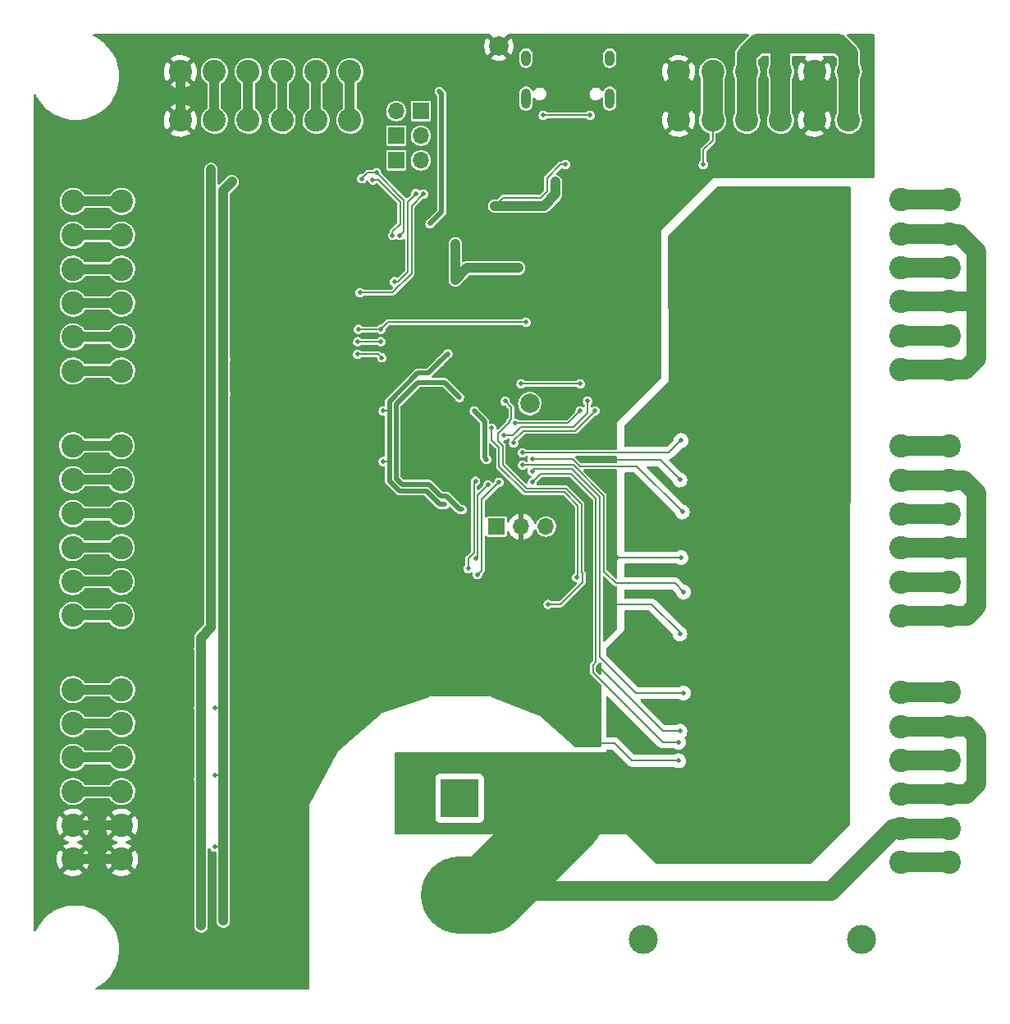
<source format=gbl>
%TF.GenerationSoftware,KiCad,Pcbnew,6.0.11+dfsg-1*%
%TF.CreationDate,2024-10-04T13:57:49+02:00*%
%TF.ProjectId,IO_16_8_1,494f5f31-365f-4385-9f31-2e6b69636164,1.1.0*%
%TF.SameCoordinates,PX47868c0PY848f8c0*%
%TF.FileFunction,Copper,L2,Bot*%
%TF.FilePolarity,Positive*%
%FSLAX46Y46*%
G04 Gerber Fmt 4.6, Leading zero omitted, Abs format (unit mm)*
G04 Created by KiCad (PCBNEW 6.0.11+dfsg-1) date 2024-10-04 13:57:49*
%MOMM*%
%LPD*%
G01*
G04 APERTURE LIST*
%TA.AperFunction,ComponentPad*%
%ADD10O,1.000000X2.100000*%
%TD*%
%TA.AperFunction,ComponentPad*%
%ADD11O,1.000000X1.600000*%
%TD*%
%TA.AperFunction,ComponentPad*%
%ADD12R,1.700000X1.700000*%
%TD*%
%TA.AperFunction,ComponentPad*%
%ADD13O,1.700000X1.700000*%
%TD*%
%TA.AperFunction,ComponentPad*%
%ADD14C,2.400000*%
%TD*%
%TA.AperFunction,ComponentPad*%
%ADD15R,4.000000X4.000000*%
%TD*%
%TA.AperFunction,ComponentPad*%
%ADD16C,4.000000*%
%TD*%
%TA.AperFunction,ComponentPad*%
%ADD17C,3.000000*%
%TD*%
%TA.AperFunction,ComponentPad*%
%ADD18C,2.000000*%
%TD*%
%TA.AperFunction,ViaPad*%
%ADD19C,0.500000*%
%TD*%
%TA.AperFunction,Conductor*%
%ADD20C,0.200000*%
%TD*%
%TA.AperFunction,Conductor*%
%ADD21C,1.000000*%
%TD*%
%TA.AperFunction,Conductor*%
%ADD22C,2.000000*%
%TD*%
%TA.AperFunction,Conductor*%
%ADD23C,0.500000*%
%TD*%
%TA.AperFunction,Conductor*%
%ADD24C,8.000000*%
%TD*%
G04 APERTURE END LIST*
D10*
X60130000Y92715000D03*
X51490000Y92715000D03*
D11*
X51490000Y96895000D03*
X60130000Y96895000D03*
D12*
X38100000Y86360000D03*
D13*
X40640000Y86360000D03*
D14*
X9716000Y56938000D03*
X4716000Y56938000D03*
X4716000Y53438000D03*
X9716000Y53438000D03*
X9716000Y49938000D03*
X4716000Y49938000D03*
X9716000Y46438000D03*
X4716000Y46438000D03*
X4716000Y42938000D03*
X9716000Y42938000D03*
X4716000Y39438000D03*
X9716000Y39438000D03*
X9756000Y31786000D03*
X4756000Y31786000D03*
X4756000Y28286000D03*
X9756000Y28286000D03*
X4756000Y24786000D03*
X9756000Y24786000D03*
X9756000Y21286000D03*
X4756000Y21286000D03*
X9756000Y17786000D03*
X4756000Y17786000D03*
X4756000Y14286000D03*
X9756000Y14286000D03*
D15*
X44634000Y20589670D03*
D16*
X44634000Y10589670D03*
D17*
X63610000Y6000000D03*
X86110000Y6000000D03*
D14*
X90140000Y14000000D03*
X95140000Y14000000D03*
X95140000Y17500000D03*
X90140000Y17500000D03*
X90140000Y21000000D03*
X95140000Y21000000D03*
X95140000Y24500000D03*
X90140000Y24500000D03*
X90140000Y28000000D03*
X95140000Y28000000D03*
X95140000Y31500000D03*
X90140000Y31500000D03*
D12*
X48459000Y48601000D03*
D13*
X50999000Y48601000D03*
X53539000Y48601000D03*
D12*
X38100000Y88900000D03*
D13*
X40640000Y88900000D03*
D12*
X40640000Y91440000D03*
D13*
X38100000Y91440000D03*
D14*
X33318000Y95500000D03*
X33318000Y90500000D03*
X29818000Y90500000D03*
X29818000Y95500000D03*
X26318000Y90500000D03*
X26318000Y95500000D03*
X22818000Y90500000D03*
X22818000Y95500000D03*
X19318000Y95500000D03*
X19318000Y90500000D03*
X15818000Y90500000D03*
X15818000Y95500000D03*
X95140000Y39400000D03*
X90140000Y39400000D03*
X95140000Y42900000D03*
X90140000Y42900000D03*
X90140000Y46400000D03*
X95140000Y46400000D03*
X90140000Y49900000D03*
X95140000Y49900000D03*
X95140000Y53400000D03*
X90140000Y53400000D03*
X90140000Y56900000D03*
X95140000Y56900000D03*
D18*
X48698000Y98106000D03*
D14*
X95140000Y64800000D03*
X90140000Y64800000D03*
X95140000Y68300000D03*
X90140000Y68300000D03*
X95140000Y71800000D03*
X90140000Y71800000D03*
X95140000Y75300000D03*
X90140000Y75300000D03*
X95140000Y78800000D03*
X90140000Y78800000D03*
X90140000Y82300000D03*
X95140000Y82300000D03*
D18*
X51873000Y61276000D03*
D14*
X9756000Y82140000D03*
X4756000Y82140000D03*
X9756000Y78640000D03*
X4756000Y78640000D03*
X9756000Y75140000D03*
X4756000Y75140000D03*
X4756000Y71640000D03*
X9756000Y71640000D03*
X9756000Y68140000D03*
X4756000Y68140000D03*
X9756000Y64640000D03*
X4756000Y64640000D03*
X84750000Y90500000D03*
X84750000Y95500000D03*
X81250000Y95500000D03*
X81250000Y90500000D03*
X77750000Y90500000D03*
X77750000Y95500000D03*
X74250000Y95500000D03*
X74250000Y90500000D03*
X70750000Y90500000D03*
X70750000Y95500000D03*
X67250000Y95500000D03*
X67250000Y90500000D03*
D19*
X28632000Y71436000D03*
X13900000Y80326000D03*
X22790000Y55180000D03*
X59747000Y78929000D03*
X1200000Y37908000D03*
X34982000Y44766000D03*
X25330000Y8444000D03*
X52762000Y87184000D03*
X83623000Y85152000D03*
X47936000Y40448000D03*
X44761000Y54291000D03*
X55937000Y64451000D03*
X26600000Y32320000D03*
X40570000Y66610000D03*
X65970000Y87565000D03*
X39935000Y56704000D03*
X58604000Y29018000D03*
X17456000Y48068000D03*
X60255000Y55434000D03*
X14662000Y60514000D03*
X13838000Y52578000D03*
X15932000Y16826000D03*
X49968000Y55434000D03*
X61271000Y83120000D03*
X42602000Y74611000D03*
X39046000Y46036000D03*
X86671000Y86930000D03*
X13900000Y49084000D03*
X42602000Y67626000D03*
X30664000Y76770000D03*
X1200000Y53148000D03*
X58731000Y26224000D03*
X32950000Y71309000D03*
X55810000Y46798000D03*
X30664000Y58736000D03*
X65208000Y78040000D03*
X30664000Y63562000D03*
X11360000Y1840000D03*
X18980000Y8698000D03*
X39681000Y68388000D03*
X31426000Y49338000D03*
X75241000Y85152000D03*
X60128000Y86168000D03*
X25330000Y44766000D03*
X79305000Y85152000D03*
X34347000Y55307000D03*
X52012001Y90989999D03*
X58985000Y34098000D03*
X48190000Y31558000D03*
X28632000Y61276000D03*
X40570000Y70801000D03*
X53524000Y80326000D03*
X24314000Y26986000D03*
X49079000Y76516000D03*
X66097000Y81342000D03*
X34728000Y58736000D03*
X34474000Y70420000D03*
X25330000Y65848000D03*
X67367000Y27494000D03*
X45650000Y78548000D03*
X47117000Y92710000D03*
X25584000Y54926000D03*
X1200000Y63308000D03*
X13936000Y42008000D03*
X14154000Y13016000D03*
X45523000Y76770000D03*
X63430000Y85152000D03*
X15932000Y30288000D03*
X22790000Y51624000D03*
X22790000Y83120000D03*
X23298000Y29780000D03*
X39935000Y59117000D03*
X55048000Y76516000D03*
X31172000Y52640000D03*
X25076000Y51878000D03*
X31934000Y62292000D03*
X33712000Y59752000D03*
X13900000Y66610000D03*
X13936000Y69948000D03*
X60128000Y84009000D03*
X86671000Y84898000D03*
X49714000Y50862000D03*
X57080000Y32320000D03*
X27235000Y86168000D03*
X24314000Y20128000D03*
X61144000Y79183000D03*
X26600000Y98868000D03*
X21393000Y29653000D03*
X41840000Y33082000D03*
X14154000Y20382000D03*
X40767000Y84074000D03*
X55556000Y39686000D03*
X60890000Y45401000D03*
X26600000Y76516000D03*
X25076000Y42734000D03*
X57080000Y27240000D03*
X45847000Y92583000D03*
X65970000Y83374000D03*
X23552000Y37400000D03*
X1200000Y78548000D03*
X75368000Y87692000D03*
X52000000Y32320000D03*
X67240000Y24446000D03*
X59366000Y82993000D03*
X8947000Y90867000D03*
X36760000Y42480000D03*
X34220000Y47560000D03*
X23044000Y48068000D03*
X42983000Y71309000D03*
X60636000Y40575000D03*
X1200000Y12508000D03*
X36760000Y32320000D03*
X41910000Y82804000D03*
X33204000Y54418000D03*
X21520000Y61276000D03*
X60160000Y85184000D03*
X24384000Y87122000D03*
X8693000Y9079000D03*
X13900000Y63181000D03*
X29648000Y54926000D03*
X17456000Y44512000D03*
X26600000Y19620000D03*
X55556000Y28764000D03*
X24314000Y15556000D03*
X87052000Y92264000D03*
X77654000Y87946000D03*
X31680000Y27240000D03*
X1200000Y68388000D03*
X57842000Y39432000D03*
X67494000Y45401000D03*
X1200000Y42988000D03*
X38792000Y31304000D03*
X38792000Y72452000D03*
X45650000Y64578000D03*
X36633000Y62800000D03*
X13900000Y27494000D03*
X11360000Y98868000D03*
X33204000Y41972000D03*
X33585000Y79310000D03*
X37846000Y96012000D03*
X67367000Y37527000D03*
X65208000Y72452000D03*
X24060000Y33590000D03*
X22790000Y44512000D03*
X57842000Y46798000D03*
X28829000Y83312000D03*
X62160000Y72579000D03*
X36760000Y98868000D03*
X13936000Y38452000D03*
X28632000Y74484000D03*
X1200000Y58228000D03*
X58096000Y41972000D03*
X37776000Y50862000D03*
X59620000Y90994000D03*
X48825000Y60514000D03*
X44761000Y56704000D03*
X48190000Y46798000D03*
X17075000Y87438000D03*
X45523000Y68642000D03*
X25330000Y69404000D03*
X44634000Y46163000D03*
X21520000Y98868000D03*
X28632000Y16572000D03*
X27616000Y52640000D03*
X41586000Y35368000D03*
X48387000Y90678000D03*
X17456000Y51624000D03*
X46920000Y64197000D03*
X21226000Y36928000D03*
X74415500Y86739500D03*
X29648000Y22414000D03*
X25076000Y49846000D03*
X43110000Y31558000D03*
X25076000Y62546000D03*
X29902000Y60006000D03*
X18980000Y14286000D03*
X36760000Y37400000D03*
X62160000Y98868000D03*
X48190000Y35368000D03*
X21520000Y59498000D03*
X55302000Y34225000D03*
X10126000Y9496000D03*
X27178000Y85217000D03*
X28378000Y6920000D03*
X50984000Y88708000D03*
X64319000Y64578000D03*
X63557000Y86041000D03*
X41586000Y39940000D03*
X31934000Y46290000D03*
X26854000Y56958000D03*
X45523000Y71436000D03*
X41459000Y65848000D03*
X32766000Y82931000D03*
X31172000Y79310000D03*
X34982000Y29526000D03*
X52508000Y43750000D03*
X1200000Y32828000D03*
X29140000Y42480000D03*
X31680000Y37400000D03*
X16440000Y84009000D03*
X59493000Y69912000D03*
X26600000Y37400000D03*
X16440000Y1840000D03*
X44634000Y64197000D03*
X62160000Y77024000D03*
X34671000Y82804000D03*
X52508000Y76770000D03*
X16186000Y23938000D03*
X36760000Y48576000D03*
X21520000Y1840000D03*
X42348000Y54291000D03*
X37014000Y45782000D03*
X54286000Y43750000D03*
X13900000Y56069000D03*
X13900000Y73468000D03*
X59493000Y75500000D03*
X51238000Y73722000D03*
X16440000Y36638000D03*
X1200000Y17588000D03*
X55556000Y50608000D03*
X46666000Y65848000D03*
X57842000Y50354000D03*
X1200000Y88708000D03*
X25076000Y80072000D03*
X63430000Y84263000D03*
X86798000Y98741000D03*
X28886000Y79310000D03*
X64446000Y76262000D03*
X21520000Y22541000D03*
X39935000Y54291000D03*
X44126000Y48830000D03*
X17710000Y61784000D03*
X26600000Y27240000D03*
X24314000Y12254000D03*
X72320000Y98868000D03*
X37014000Y71309000D03*
X32385000Y87630000D03*
X28378000Y1840000D03*
X52000000Y30542000D03*
X56572000Y87565000D03*
X1200000Y22668000D03*
X31680000Y98868000D03*
X50984000Y65340000D03*
X28378000Y12000000D03*
X26854000Y48830000D03*
X43364000Y45020000D03*
X43110000Y48322000D03*
X40824000Y45528000D03*
X35490000Y49846000D03*
X62541000Y83120000D03*
X21520000Y14794000D03*
X67240000Y98868000D03*
X17202000Y55180000D03*
X1200000Y83628000D03*
X10979000Y9496000D03*
X57842000Y35876000D03*
X48571000Y67118000D03*
X1200000Y48068000D03*
X1200000Y73468000D03*
X1200000Y9333000D03*
X17456000Y40956000D03*
X50222000Y46290000D03*
X26092000Y72452000D03*
X38792000Y44766000D03*
X13860000Y33118000D03*
X13917000Y45418000D03*
X67367000Y53402000D03*
X45142000Y47560000D03*
X31299000Y70420000D03*
X54921000Y79310000D03*
X48190000Y64959000D03*
X23044000Y40956000D03*
X39878000Y93218000D03*
X35236000Y63562000D03*
X64573000Y63435000D03*
X51746000Y79310000D03*
X32950000Y58736000D03*
X36506000Y61530000D03*
X25076000Y59498000D03*
X61906000Y66610000D03*
X43688000Y82931000D03*
X25076000Y39178000D03*
X46609000Y91948000D03*
X17710000Y59244000D03*
X30156000Y73214000D03*
X59747000Y64451000D03*
X13900000Y77024000D03*
X16440000Y98868000D03*
X62160000Y69404000D03*
X44761000Y59117000D03*
X47936000Y44766000D03*
X42348000Y59117000D03*
X42094000Y46925000D03*
X1200000Y27748000D03*
X47625000Y91948000D03*
X31680000Y32320000D03*
X26600000Y1840000D03*
X48387000Y91567000D03*
X28632000Y77024000D03*
X20377000Y69531000D03*
X42602000Y65594000D03*
X20123000Y80072000D03*
X20377000Y72325000D03*
X50730000Y75246000D03*
X41586000Y79818000D03*
X20250000Y7936000D03*
X44189500Y74039500D03*
X42545000Y93472000D03*
X20250000Y37908000D03*
X19361000Y22922000D03*
X49714000Y75246000D03*
X20250000Y52132000D03*
X20504000Y65848000D03*
X36760000Y55307000D03*
X20250000Y45274000D03*
X19361000Y29907000D03*
X43427500Y66419500D03*
X46158000Y60514000D03*
X20250000Y41718000D03*
X20377000Y76008000D03*
X44189500Y75817500D03*
X20504000Y62292000D03*
X21139000Y84136000D03*
X43110000Y50862000D03*
X44189500Y77722500D03*
X36760000Y60514000D03*
X19361000Y15556000D03*
X20250000Y48830000D03*
X20250000Y55688000D03*
X47428000Y55515000D03*
X40714500Y63452500D03*
X44888000Y50354000D03*
X44624000Y61901000D03*
X49333000Y61530000D03*
X53778000Y40575000D03*
X18980000Y82358000D03*
X55556000Y85914000D03*
X17964000Y7428000D03*
X17837000Y15302000D03*
X17710000Y36003000D03*
X18853000Y75881000D03*
X19107000Y47433000D03*
X19107000Y54291000D03*
X17964000Y8190000D03*
X18853000Y65467000D03*
X19107000Y57847000D03*
X18980000Y85406000D03*
X18853000Y68896000D03*
X49022000Y81661000D03*
X18980000Y79437000D03*
X48260000Y81661000D03*
X18853000Y72325000D03*
X19107000Y40194000D03*
X54540000Y84136000D03*
X17710000Y22541000D03*
X19107000Y50989000D03*
X19107000Y43750000D03*
X54540000Y83247000D03*
X17710000Y29907000D03*
X70216000Y17770000D03*
X68709000Y17787000D03*
X68510000Y77024000D03*
X70181000Y43770000D03*
X67607000Y61770000D03*
X70161000Y25770000D03*
X67748000Y77786000D03*
X70146000Y69770000D03*
X68709000Y18549000D03*
X67870000Y69780000D03*
X68891000Y34987000D03*
X69384000Y69770000D03*
X69453000Y25770000D03*
X69653000Y35770000D03*
X67875000Y51770000D03*
X68709000Y17025000D03*
X69418000Y51770000D03*
X68618000Y51770000D03*
X68530000Y43008000D03*
X68764000Y25770000D03*
X70018000Y77770000D03*
X70180000Y51770000D03*
X69454000Y17770000D03*
X68912000Y35770000D03*
X66732000Y65467000D03*
X69419000Y43770000D03*
X68510000Y77786000D03*
X68764000Y24954000D03*
X67930000Y17770000D03*
X68002000Y25770000D03*
X68891000Y36511000D03*
X70309000Y35770000D03*
X68510000Y61022000D03*
X68530000Y44639000D03*
X68637000Y69785000D03*
X68530000Y43770000D03*
X68637000Y70547000D03*
X68510000Y78548000D03*
X68496000Y61770000D03*
X68637000Y52513000D03*
X68637000Y69023000D03*
X67748000Y43770000D03*
X69258000Y61770000D03*
X67113000Y75500000D03*
X70020000Y61770000D03*
X69272000Y77770000D03*
X66986000Y76643000D03*
X68637000Y50989000D03*
X68002000Y35749000D03*
X68510000Y62546000D03*
X68764000Y26605000D03*
X37719000Y78613000D03*
X35687000Y84328000D03*
X58096000Y90994000D03*
X53270000Y90994000D03*
X69780000Y85914000D03*
X34347000Y72706000D03*
X40932759Y82892241D03*
X37903000Y73849000D03*
X40132000Y82931000D03*
X46285000Y45274000D03*
X47555000Y52894000D03*
X45523000Y44258000D03*
X46285000Y53275000D03*
X48698000Y53148000D03*
X46485000Y43646000D03*
X36506000Y68927000D03*
X34189000Y68927000D03*
X51492000Y69658000D03*
X47936000Y58736000D03*
X56699000Y43369000D03*
X67240000Y26351000D03*
X52127000Y53148000D03*
X52127000Y54291000D03*
X67748000Y31431000D03*
X67748000Y41845000D03*
X51111000Y54926000D03*
X52127000Y55561000D03*
X67621000Y50100000D03*
X67494000Y57466000D03*
X51111000Y56196000D03*
X50222000Y57212000D03*
X58604000Y60514000D03*
X49206000Y57974000D03*
X57842000Y61530000D03*
X57080000Y60514000D03*
X50349000Y59244000D03*
X36506000Y67657000D03*
X34124000Y67657000D03*
X34093000Y66356000D03*
X36609000Y65999000D03*
X50984000Y63308000D03*
X57080000Y63308000D03*
X34544000Y84455000D03*
X38481000Y78613000D03*
X36068000Y85090000D03*
D20*
X62414000Y24446000D02*
X60636000Y26224000D01*
X65589000Y27494000D02*
X67367000Y27494000D01*
X58985000Y34098000D02*
X65589000Y27494000D01*
D21*
X15818000Y90500000D02*
X15818000Y95500000D01*
D20*
X67367000Y37654000D02*
X67367000Y37527000D01*
X67367000Y53402000D02*
X65335000Y55434000D01*
X60636000Y26224000D02*
X58731000Y26224000D01*
D21*
X4756000Y14286000D02*
X9756000Y14286000D01*
D22*
X81250000Y95500000D02*
X81250000Y90500000D01*
D21*
X4756000Y17786000D02*
X9756000Y17786000D01*
D20*
X60636000Y40575000D02*
X64446000Y40575000D01*
X67240000Y24446000D02*
X62414000Y24446000D01*
D22*
X67250000Y95500000D02*
X67250000Y90500000D01*
D20*
X64446000Y40575000D02*
X67367000Y37654000D01*
X67494000Y45401000D02*
X60890000Y45401000D01*
X65335000Y55434000D02*
X60255000Y55434000D01*
X19361000Y15556000D02*
X20242000Y15556000D01*
X36760000Y55307000D02*
X37395000Y55307000D01*
D23*
X42602000Y50862000D02*
X43110000Y50862000D01*
X46158000Y60514000D02*
X47206000Y59466000D01*
D20*
X20242000Y29907000D02*
X20246000Y29903000D01*
D21*
X20246000Y15560000D02*
X20246000Y7940000D01*
D23*
X47206000Y55737000D02*
X47428000Y55515000D01*
X38411000Y52259000D02*
X41205000Y52259000D01*
D20*
X19361000Y29907000D02*
X20242000Y29907000D01*
D23*
X41440500Y64432500D02*
X42602000Y65594000D01*
D20*
X19361000Y22922000D02*
X20242000Y22922000D01*
D23*
X41586000Y79818000D02*
X42799000Y81031000D01*
X37395000Y55307000D02*
X37395000Y53275000D01*
X47206000Y59466000D02*
X47206000Y55737000D01*
D21*
X20246000Y83243000D02*
X20246000Y29903000D01*
X44189500Y75817500D02*
X44189500Y77722500D01*
D23*
X37395000Y61518930D02*
X40308570Y64432500D01*
D21*
X45396000Y75246000D02*
X44189500Y74039500D01*
D23*
X40308570Y64432500D02*
X41440500Y64432500D01*
X42602000Y65594000D02*
X43427500Y66419500D01*
D21*
X20246000Y29903000D02*
X20246000Y22926000D01*
X49714000Y75246000D02*
X50730000Y75246000D01*
X20246000Y7940000D02*
X20250000Y7936000D01*
D23*
X42799000Y81031000D02*
X42799000Y93218000D01*
X41205000Y52259000D02*
X42602000Y50862000D01*
D21*
X44189500Y74039500D02*
X44189500Y75817500D01*
D23*
X37395000Y55307000D02*
X37395000Y60514000D01*
D20*
X36760000Y60514000D02*
X37395000Y60514000D01*
X20242000Y22922000D02*
X20246000Y22926000D01*
D23*
X42799000Y93218000D02*
X42545000Y93472000D01*
D21*
X49714000Y75246000D02*
X45396000Y75246000D01*
X21139000Y84136000D02*
X20246000Y83243000D01*
D20*
X20242000Y15556000D02*
X20246000Y15560000D01*
D23*
X37395000Y53275000D02*
X38411000Y52259000D01*
D21*
X20246000Y22926000D02*
X20246000Y15560000D01*
D23*
X37395000Y60514000D02*
X37395000Y61518930D01*
X42715975Y51737975D02*
X43266401Y51737975D01*
X44650376Y50354000D02*
X44888000Y50354000D01*
X38095000Y61228980D02*
X38095000Y53564950D01*
X38095000Y53564950D02*
X38700950Y52959000D01*
X43072500Y63452500D02*
X44624000Y61901000D01*
X40318520Y63452500D02*
X38095000Y61228980D01*
X43266401Y51737975D02*
X44650376Y50354000D01*
X38700950Y52959000D02*
X41494950Y52959000D01*
X40714500Y63452500D02*
X43072500Y63452500D01*
X40714500Y63452500D02*
X40318520Y63452500D01*
X41494950Y52959000D02*
X42715975Y51737975D01*
D20*
X48626000Y58214244D02*
X48626000Y57411000D01*
X57334000Y42861000D02*
X55048000Y40575000D01*
X49333000Y61530000D02*
X49968000Y60895000D01*
X49098000Y54964686D02*
X51530686Y52532000D01*
X57334000Y43750000D02*
X57334000Y42861000D01*
X55048000Y40575000D02*
X53778000Y40575000D01*
X49769000Y59357244D02*
X48626000Y58214244D01*
X49968000Y59683244D02*
X49769000Y59484244D01*
X49968000Y60895000D02*
X49968000Y59683244D01*
X57226000Y50900685D02*
X57226000Y43858000D01*
X49769000Y59484244D02*
X49769000Y59357244D01*
X55594686Y52532000D02*
X57226000Y50900685D01*
X57226000Y43858000D02*
X57334000Y43750000D01*
X48626000Y57411000D02*
X49098000Y56938999D01*
X51530686Y52532000D02*
X55594686Y52532000D01*
X49098000Y56938999D02*
X49098000Y54964686D01*
X49098354Y82485000D02*
X53016000Y82485000D01*
D21*
X53320646Y81646646D02*
X54540000Y82866000D01*
D20*
X53016000Y82485000D02*
X53651000Y83120000D01*
D21*
X48260000Y81646646D02*
X53320646Y81646646D01*
X18980000Y85406000D02*
X18980000Y79437000D01*
X18980000Y79437000D02*
X18980000Y38162000D01*
X17960000Y37142000D02*
X17960000Y7432000D01*
X18980000Y38162000D02*
X17960000Y37142000D01*
X17960000Y7432000D02*
X17964000Y7428000D01*
D20*
X48260000Y81646646D02*
X49098354Y82485000D01*
X53651000Y84517000D02*
X55048000Y85914000D01*
X55048000Y85914000D02*
X55556000Y85914000D01*
D21*
X54540000Y82866000D02*
X54540000Y83247000D01*
X54540000Y83247000D02*
X54540000Y84136000D01*
D20*
X53651000Y83120000D02*
X53651000Y84517000D01*
D21*
X4756000Y31786000D02*
X9756000Y31786000D01*
X4756000Y28286000D02*
X9756000Y28286000D01*
X4756000Y24786000D02*
X9756000Y24786000D01*
X4756000Y21286000D02*
X9756000Y21286000D01*
D22*
X50669000Y11050000D02*
X50208670Y10589670D01*
D21*
X68912000Y35135000D02*
X68891000Y35114000D01*
X69801000Y35770000D02*
X69780000Y35749000D01*
D22*
X89450000Y17500000D02*
X83000000Y11050000D01*
X50208670Y10589670D02*
X45000000Y10589670D01*
D21*
X68912000Y35770000D02*
X68912000Y35135000D01*
D24*
X47541670Y10589670D02*
X55556000Y18604000D01*
D22*
X90140000Y17500000D02*
X89450000Y17500000D01*
X83000000Y11050000D02*
X50669000Y11050000D01*
D21*
X69780000Y35749000D02*
X68002000Y35749000D01*
D22*
X90140000Y17500000D02*
X95140000Y17500000D01*
D24*
X44634000Y10589670D02*
X47541670Y10589670D01*
D22*
X98000000Y52050000D02*
X98000000Y40400000D01*
X97000000Y39400000D02*
X95140000Y39400000D01*
X90140000Y28000000D02*
X95140000Y28000000D01*
X97974000Y65930000D02*
X97974000Y71645000D01*
X90140000Y71800000D02*
X95140000Y71800000D01*
X97974000Y71645000D02*
X97974000Y76979000D01*
X95140000Y46400000D02*
X96650000Y46400000D01*
X90140000Y53400000D02*
X95140000Y53400000D01*
X90140000Y21000000D02*
X95140000Y21000000D01*
X90140000Y78800000D02*
X95140000Y78800000D01*
X98000000Y27050000D02*
X97000000Y28050000D01*
X96650000Y46400000D02*
X98000000Y46397400D01*
X95140000Y53400000D02*
X96650000Y53400000D01*
X97974000Y76979000D02*
X96153000Y78800000D01*
X96650000Y53400000D02*
X98000000Y52050000D01*
X96844000Y64800000D02*
X97974000Y65930000D01*
X97819000Y71800000D02*
X97974000Y71645000D01*
X98000000Y22050000D02*
X98000000Y27050000D01*
X98000000Y40400000D02*
X97000000Y39400000D01*
X90140000Y46400000D02*
X95140000Y46400000D01*
X96950000Y28000000D02*
X95140000Y28000000D01*
X90140000Y64800000D02*
X95140000Y64800000D01*
X97000000Y28050000D02*
X96950000Y28000000D01*
X90140000Y39400000D02*
X95140000Y39400000D01*
X95140000Y64800000D02*
X96844000Y64800000D01*
X95140000Y21000000D02*
X96950000Y21000000D01*
X96950000Y21000000D02*
X98000000Y22050000D01*
X96153000Y78800000D02*
X95140000Y78800000D01*
X95140000Y71800000D02*
X97819000Y71800000D01*
D21*
X26318000Y90500000D02*
X26318000Y95500000D01*
X33318000Y90500000D02*
X33318000Y95500000D01*
D20*
X36264314Y84328000D02*
X35687000Y84328000D01*
X38500000Y82092314D02*
X36264314Y84328000D01*
X37719000Y78613000D02*
X37719000Y79013000D01*
X38500000Y79794000D02*
X38500000Y82092314D01*
X37719000Y79013000D02*
X38500000Y79794000D01*
D21*
X22818000Y90500000D02*
X22818000Y95500000D01*
D20*
X58096000Y90994000D02*
X53270000Y90994000D01*
X69780000Y85914000D02*
X69780000Y87438000D01*
X70750000Y88408000D02*
X70750000Y90500000D01*
X69780000Y87438000D02*
X70750000Y88408000D01*
D22*
X70750000Y95500000D02*
X70750000Y90500000D01*
X75368000Y98360000D02*
X74250000Y97242000D01*
X84750000Y95500000D02*
X84750000Y97360000D01*
X74250000Y95500000D02*
X74250000Y90500000D01*
X84750000Y95500000D02*
X84750000Y90500000D01*
X84750000Y97360000D02*
X83750000Y98360000D01*
X83750000Y98360000D02*
X77654000Y98360000D01*
X77750000Y98264000D02*
X77654000Y98360000D01*
X77654000Y98360000D02*
X75368000Y98360000D01*
X77750000Y95500000D02*
X77750000Y98264000D01*
X77750000Y95500000D02*
X77750000Y90500000D01*
X74250000Y97242000D02*
X74250000Y95500000D01*
X90140000Y14000000D02*
X95140000Y14000000D01*
D20*
X40932759Y82892241D02*
X39700000Y81659482D01*
X39700000Y81659482D02*
X39700000Y74699314D01*
X37706686Y72706000D02*
X34347000Y72706000D01*
X39700000Y74699314D02*
X37706686Y72706000D01*
X39300000Y82099000D02*
X39300000Y74865000D01*
X40132000Y82931000D02*
X39300000Y82099000D01*
X39300000Y74865000D02*
X38284000Y73849000D01*
X38284000Y73849000D02*
X37903000Y73849000D01*
D21*
X4756000Y82140000D02*
X9756000Y82140000D01*
X4756000Y78640000D02*
X9756000Y78640000D01*
X4756000Y75140000D02*
X9756000Y75140000D01*
X4756000Y71640000D02*
X9756000Y71640000D01*
X4756000Y68140000D02*
X9756000Y68140000D01*
X4756000Y64640000D02*
X9756000Y64640000D01*
X4716000Y56938000D02*
X9716000Y56938000D01*
X4716000Y53438000D02*
X9716000Y53438000D01*
X4716000Y49938000D02*
X9716000Y49938000D01*
X4716000Y46438000D02*
X9716000Y46438000D01*
X4716000Y42938000D02*
X9716000Y42938000D01*
X4716000Y39438000D02*
X9716000Y39438000D01*
D20*
X46520000Y51859000D02*
X46520000Y45509000D01*
X46520000Y45509000D02*
X46285000Y45274000D01*
X47555000Y52894000D02*
X46520000Y51859000D01*
X45523000Y45332244D02*
X45523000Y44258000D01*
X46285000Y53275000D02*
X46120000Y53110000D01*
X46120000Y53110000D02*
X46120000Y45929244D01*
X46120000Y45929244D02*
X45523000Y45332244D01*
X46920000Y51370000D02*
X46920000Y44081000D01*
X48698000Y53148000D02*
X46920000Y51370000D01*
X46920000Y44081000D02*
X46485000Y43646000D01*
X37237000Y69658000D02*
X36506000Y68927000D01*
X51492000Y69658000D02*
X37237000Y69658000D01*
X36506000Y68927000D02*
X34189000Y68927000D01*
X48698000Y54799000D02*
X51365000Y52132000D01*
X56826000Y50735000D02*
X56826000Y43496000D01*
X55429000Y52132000D02*
X56826000Y50735000D01*
X47936000Y58736000D02*
X47936000Y57535314D01*
X51365000Y52132000D02*
X55429000Y52132000D01*
X47936000Y57535314D02*
X48698000Y56773314D01*
X48698000Y56773314D02*
X48698000Y54799000D01*
X56826000Y43496000D02*
X56699000Y43369000D01*
X56133314Y54037000D02*
X58712000Y51458314D01*
X65589000Y26351000D02*
X67240000Y26351000D01*
X58405000Y34338244D02*
X58405000Y33535000D01*
X58712000Y34645244D02*
X58405000Y34338244D01*
X58405000Y33535000D02*
X65589000Y26351000D01*
X53016000Y54037000D02*
X56133314Y54037000D01*
X58712000Y51458314D02*
X58712000Y34645244D01*
X52127000Y53148000D02*
X53016000Y54037000D01*
X52362000Y54526000D02*
X56210000Y54526000D01*
X52127000Y54291000D02*
X52362000Y54526000D01*
X56210000Y54526000D02*
X59112000Y51624000D01*
X59112000Y51624000D02*
X59112000Y35114000D01*
X59112000Y35114000D02*
X62795000Y31431000D01*
X62795000Y31431000D02*
X67748000Y31431000D01*
X51111000Y54926000D02*
X56375686Y54926000D01*
X59512000Y51789686D02*
X59512000Y43985000D01*
X60763000Y42734000D02*
X66859000Y42734000D01*
X66859000Y42734000D02*
X67748000Y41845000D01*
X56375686Y54926000D02*
X59512000Y51789686D01*
X59512000Y43985000D02*
X60763000Y42734000D01*
X62903000Y54818000D02*
X67621000Y50100000D01*
X56306372Y55561000D02*
X57049372Y54818000D01*
X52127000Y55561000D02*
X56306372Y55561000D01*
X57049372Y54818000D02*
X62903000Y54818000D01*
X66224000Y56196000D02*
X67494000Y57466000D01*
X51111000Y56196000D02*
X66224000Y56196000D01*
X56591686Y58444000D02*
X51200000Y58444000D01*
X50222000Y57466000D02*
X50222000Y57212000D01*
X58604000Y60456314D02*
X56591686Y58444000D01*
X51200000Y58444000D02*
X50222000Y57466000D01*
X58604000Y60518000D02*
X58604000Y60456314D01*
X57842000Y61530000D02*
X57842000Y60260000D01*
X50965000Y58844000D02*
X50095000Y57974000D01*
X56426000Y58844000D02*
X50965000Y58844000D01*
X57842000Y60260000D02*
X56426000Y58844000D01*
X50095000Y57974000D02*
X49206000Y57974000D01*
X55810000Y59244000D02*
X57080000Y60514000D01*
X50349000Y59244000D02*
X55810000Y59244000D01*
X36506000Y67657000D02*
X34124000Y67657000D01*
X36252000Y66356000D02*
X36609000Y65999000D01*
X34093000Y66356000D02*
X36252000Y66356000D01*
X50984000Y63308000D02*
X57080000Y63308000D01*
X38900000Y79032000D02*
X38900000Y82258000D01*
X35179000Y85090000D02*
X34671000Y84582000D01*
D21*
X29818000Y90500000D02*
X29818000Y95500000D01*
D20*
X38481000Y78613000D02*
X38900000Y79032000D01*
X34671000Y84582000D02*
X34544000Y84455000D01*
X36068000Y85090000D02*
X35179000Y85090000D01*
X38900000Y82258000D02*
X36068000Y85090000D01*
D21*
X19318000Y90500000D02*
X19318000Y95500000D01*
D22*
X90140000Y68300000D02*
X95140000Y68300000D01*
X90140000Y75300000D02*
X95140000Y75300000D01*
X90140000Y82300000D02*
X95140000Y82300000D01*
X90140000Y42900000D02*
X95140000Y42900000D01*
X90140000Y49900000D02*
X95140000Y49900000D01*
X90140000Y56900000D02*
X95140000Y56900000D01*
X90140000Y24500000D02*
X95140000Y24500000D01*
X90140000Y31500000D02*
X95140000Y31500000D01*
%TA.AperFunction,Conductor*%
G36*
X47803141Y99355998D02*
G01*
X47824115Y99339095D01*
X48685188Y98478022D01*
X48699132Y98470408D01*
X48700965Y98470539D01*
X48707580Y98474790D01*
X49571885Y99339095D01*
X49634197Y99373121D01*
X49660980Y99376000D01*
X74382047Y99376000D01*
X74450168Y99355998D01*
X74496661Y99302342D01*
X74506765Y99232068D01*
X74477271Y99167488D01*
X74471142Y99160905D01*
X73432757Y98122520D01*
X73426739Y98116883D01*
X73375457Y98071910D01*
X73371885Y98067379D01*
X73317889Y97998886D01*
X73315814Y97996324D01*
X73310511Y97989947D01*
X73256398Y97924883D01*
X73253573Y97919839D01*
X73253502Y97919713D01*
X73242529Y97903291D01*
X73242438Y97903176D01*
X73242435Y97903171D01*
X73238863Y97898640D01*
X73236173Y97893527D01*
X73195585Y97816383D01*
X73194021Y97813502D01*
X73178906Y97786512D01*
X73153750Y97741592D01*
X73148590Y97732379D01*
X73146690Y97726780D01*
X73138884Y97708613D01*
X73136131Y97703380D01*
X73134418Y97697863D01*
X73108569Y97614616D01*
X73107550Y97611480D01*
X73101937Y97594943D01*
X73077669Y97523452D01*
X73076818Y97517584D01*
X73072461Y97498330D01*
X73072415Y97498183D01*
X73072414Y97498177D01*
X73070703Y97492667D01*
X73070025Y97486939D01*
X73070024Y97486934D01*
X73069670Y97483940D01*
X73059848Y97400946D01*
X73059777Y97400350D01*
X73059347Y97397085D01*
X73046009Y97305098D01*
X73046236Y97299330D01*
X73049403Y97218714D01*
X73049500Y97213767D01*
X73049500Y96264243D01*
X73033057Y96202007D01*
X73031014Y96198410D01*
X73028099Y96194137D01*
X72997561Y96128349D01*
X72940363Y96005125D01*
X72931136Y95985248D01*
X72869592Y95763327D01*
X72869043Y95758190D01*
X72846739Y95549490D01*
X72845119Y95534335D01*
X72845416Y95529183D01*
X72845416Y95529179D01*
X72849239Y95462885D01*
X72858376Y95304420D01*
X72859513Y95299374D01*
X72859514Y95299368D01*
X72881226Y95203025D01*
X72909006Y95079758D01*
X72910948Y95074976D01*
X72910949Y95074972D01*
X72948427Y94982675D01*
X72995649Y94866382D01*
X72998348Y94861978D01*
X73030933Y94808804D01*
X73049500Y94742969D01*
X73049500Y91264243D01*
X73033057Y91202007D01*
X73031014Y91198410D01*
X73028099Y91194137D01*
X72994318Y91121361D01*
X72935199Y90994000D01*
X72931136Y90985248D01*
X72869592Y90763327D01*
X72869043Y90758190D01*
X72846379Y90546123D01*
X72845119Y90534335D01*
X72845416Y90529183D01*
X72845416Y90529179D01*
X72852402Y90408026D01*
X72858376Y90304420D01*
X72859513Y90299374D01*
X72859514Y90299368D01*
X72881226Y90203025D01*
X72909006Y90079758D01*
X72910948Y90074976D01*
X72910949Y90074972D01*
X72990639Y89878720D01*
X72995649Y89866382D01*
X73115979Y89670022D01*
X73266763Y89495952D01*
X73443953Y89348846D01*
X73642790Y89232655D01*
X73857934Y89150499D01*
X73863000Y89149468D01*
X73863001Y89149468D01*
X73949500Y89131870D01*
X74083607Y89104586D01*
X74213352Y89099828D01*
X74308585Y89096336D01*
X74308589Y89096336D01*
X74313749Y89096147D01*
X74318869Y89096803D01*
X74318871Y89096803D01*
X74388272Y89105693D01*
X74542178Y89125409D01*
X74547126Y89126894D01*
X74547133Y89126895D01*
X74757811Y89190102D01*
X74757810Y89190102D01*
X74762761Y89191587D01*
X74969574Y89292904D01*
X75157062Y89426637D01*
X75320190Y89589197D01*
X75366889Y89654185D01*
X75451559Y89772017D01*
X75454577Y89776217D01*
X75485383Y89838547D01*
X75520659Y89909924D01*
X75556615Y89982675D01*
X75601744Y90131210D01*
X75622059Y90198073D01*
X75622060Y90198079D01*
X75623563Y90203025D01*
X75647570Y90385378D01*
X75653185Y90428029D01*
X75653185Y90428035D01*
X75653622Y90431351D01*
X75655300Y90500000D01*
X75636430Y90729522D01*
X75580326Y90952880D01*
X75488496Y91164076D01*
X75470708Y91191572D01*
X75450500Y91260012D01*
X75450500Y94738531D01*
X75463543Y94794358D01*
X75520659Y94909924D01*
X75556615Y94982675D01*
X75574319Y95040944D01*
X75622059Y95198073D01*
X75622060Y95198079D01*
X75623563Y95203025D01*
X75637592Y95309589D01*
X75653185Y95428029D01*
X75653185Y95428035D01*
X75653622Y95431351D01*
X75655300Y95500000D01*
X75636430Y95729522D01*
X75580326Y95952880D01*
X75506228Y96123296D01*
X75490556Y96159339D01*
X75490554Y96159342D01*
X75488496Y96164076D01*
X75470708Y96191572D01*
X75450500Y96260012D01*
X75450500Y96692546D01*
X75470502Y96760667D01*
X75487405Y96781641D01*
X75828359Y97122595D01*
X75890671Y97156621D01*
X75917454Y97159500D01*
X76423500Y97159500D01*
X76491621Y97139498D01*
X76538114Y97085842D01*
X76549500Y97033500D01*
X76549500Y96264243D01*
X76533057Y96202007D01*
X76531014Y96198410D01*
X76528099Y96194137D01*
X76497561Y96128349D01*
X76440363Y96005125D01*
X76431136Y95985248D01*
X76369592Y95763327D01*
X76369043Y95758190D01*
X76346739Y95549490D01*
X76345119Y95534335D01*
X76345416Y95529183D01*
X76345416Y95529179D01*
X76349239Y95462885D01*
X76358376Y95304420D01*
X76359513Y95299374D01*
X76359514Y95299368D01*
X76381226Y95203025D01*
X76409006Y95079758D01*
X76410948Y95074976D01*
X76410949Y95074972D01*
X76448427Y94982675D01*
X76495649Y94866382D01*
X76498348Y94861978D01*
X76530933Y94808804D01*
X76549500Y94742969D01*
X76549500Y91264243D01*
X76533057Y91202007D01*
X76531014Y91198410D01*
X76528099Y91194137D01*
X76494318Y91121361D01*
X76435199Y90994000D01*
X76431136Y90985248D01*
X76369592Y90763327D01*
X76369043Y90758190D01*
X76346379Y90546123D01*
X76345119Y90534335D01*
X76345416Y90529183D01*
X76345416Y90529179D01*
X76352402Y90408026D01*
X76358376Y90304420D01*
X76359513Y90299374D01*
X76359514Y90299368D01*
X76381226Y90203025D01*
X76409006Y90079758D01*
X76410948Y90074976D01*
X76410949Y90074972D01*
X76490639Y89878720D01*
X76495649Y89866382D01*
X76615979Y89670022D01*
X76766763Y89495952D01*
X76943953Y89348846D01*
X77142790Y89232655D01*
X77357934Y89150499D01*
X77363000Y89149468D01*
X77363001Y89149468D01*
X77449500Y89131870D01*
X77583607Y89104586D01*
X77713352Y89099828D01*
X77808585Y89096336D01*
X77808589Y89096336D01*
X77813749Y89096147D01*
X77818869Y89096803D01*
X77818871Y89096803D01*
X77888272Y89105693D01*
X78042178Y89125409D01*
X78046283Y89126641D01*
X80241386Y89126641D01*
X80250099Y89115121D01*
X80338586Y89050240D01*
X80346505Y89045292D01*
X80562877Y88931453D01*
X80571451Y88927725D01*
X80802282Y88847115D01*
X80811291Y88844701D01*
X81051518Y88799092D01*
X81060775Y88798038D01*
X81305107Y88788437D01*
X81314420Y88788763D01*
X81557478Y88815382D01*
X81566655Y88817083D01*
X81803107Y88879335D01*
X81811926Y88882372D01*
X82036584Y88978893D01*
X82044856Y88983200D01*
X82252777Y89111865D01*
X82254620Y89113204D01*
X82262038Y89124459D01*
X82255974Y89134816D01*
X81262812Y90127978D01*
X81248868Y90135592D01*
X81247035Y90135461D01*
X81240420Y90131210D01*
X80248044Y89138834D01*
X80241386Y89126641D01*
X78046283Y89126641D01*
X78047126Y89126894D01*
X78047133Y89126895D01*
X78257811Y89190102D01*
X78257810Y89190102D01*
X78262761Y89191587D01*
X78469574Y89292904D01*
X78657062Y89426637D01*
X78820190Y89589197D01*
X78866889Y89654185D01*
X78951559Y89772017D01*
X78954577Y89776217D01*
X78985383Y89838547D01*
X79020659Y89909924D01*
X79056615Y89982675D01*
X79101744Y90131210D01*
X79122059Y90198073D01*
X79122060Y90198079D01*
X79123563Y90203025D01*
X79147570Y90385378D01*
X79153185Y90428029D01*
X79153185Y90428035D01*
X79153622Y90431351D01*
X79155300Y90500000D01*
X79151998Y90540165D01*
X79538022Y90540165D01*
X79549754Y90295936D01*
X79550891Y90286676D01*
X79598593Y90046857D01*
X79601082Y90037882D01*
X79683708Y89807750D01*
X79687505Y89799222D01*
X79803234Y89583840D01*
X79808245Y89575973D01*
X79865173Y89499737D01*
X79876431Y89491288D01*
X79888850Y89498060D01*
X80877978Y90487188D01*
X80884356Y90498868D01*
X81614408Y90498868D01*
X81614539Y90497035D01*
X81618790Y90490420D01*
X82613732Y89495478D01*
X82626112Y89488718D01*
X82634453Y89494962D01*
X82752700Y89678798D01*
X82757147Y89686989D01*
X82857572Y89909924D01*
X82860767Y89918702D01*
X82927135Y90154027D01*
X82928993Y90163156D01*
X82960044Y90407230D01*
X82960525Y90413517D01*
X82962706Y90496840D01*
X82962555Y90503149D01*
X82944321Y90748514D01*
X82942944Y90757720D01*
X82888979Y90996214D01*
X82886255Y91005125D01*
X82797633Y91233017D01*
X82793619Y91241433D01*
X82672284Y91453724D01*
X82667074Y91461447D01*
X82635787Y91501135D01*
X82623863Y91509605D01*
X82612328Y91503118D01*
X81622022Y90512812D01*
X81614408Y90498868D01*
X80884356Y90498868D01*
X80885592Y90501132D01*
X80885461Y90502965D01*
X80881210Y90509580D01*
X79886828Y91503962D01*
X79873520Y91511229D01*
X79863481Y91504107D01*
X79858581Y91498216D01*
X79853168Y91490627D01*
X79726322Y91281591D01*
X79722084Y91273274D01*
X79627529Y91047786D01*
X79624572Y91038948D01*
X79564384Y90801958D01*
X79562763Y90792768D01*
X79538267Y90549490D01*
X79538022Y90540165D01*
X79151998Y90540165D01*
X79136430Y90729522D01*
X79080326Y90952880D01*
X78988496Y91164076D01*
X78970708Y91191572D01*
X78950500Y91260012D01*
X78950500Y91875083D01*
X80239330Y91875083D01*
X80243903Y91865307D01*
X81237188Y90872022D01*
X81251132Y90864408D01*
X81252965Y90864539D01*
X81259580Y90868790D01*
X82252488Y91861698D01*
X82258872Y91873388D01*
X82249460Y91885498D01*
X82123144Y91973127D01*
X82115116Y91977855D01*
X81895810Y92086005D01*
X81887177Y92089493D01*
X81654288Y92164042D01*
X81645238Y92166215D01*
X81403891Y92205520D01*
X81394602Y92206332D01*
X81150114Y92209533D01*
X81140803Y92208963D01*
X80898522Y92175990D01*
X80889403Y92174052D01*
X80654668Y92105633D01*
X80645915Y92102361D01*
X80423869Y91999996D01*
X80415714Y91995476D01*
X80248468Y91885825D01*
X80239330Y91875083D01*
X78950500Y91875083D01*
X78950500Y94126641D01*
X80241386Y94126641D01*
X80250099Y94115121D01*
X80338586Y94050240D01*
X80346505Y94045292D01*
X80562877Y93931453D01*
X80571451Y93927725D01*
X80802282Y93847115D01*
X80811291Y93844701D01*
X81051518Y93799092D01*
X81060775Y93798038D01*
X81305107Y93788437D01*
X81314420Y93788763D01*
X81557478Y93815382D01*
X81566655Y93817083D01*
X81803107Y93879335D01*
X81811926Y93882372D01*
X82036584Y93978893D01*
X82044856Y93983200D01*
X82252777Y94111865D01*
X82254620Y94113204D01*
X82262038Y94124459D01*
X82255974Y94134816D01*
X81262812Y95127978D01*
X81248868Y95135592D01*
X81247035Y95135461D01*
X81240420Y95131210D01*
X80248044Y94138834D01*
X80241386Y94126641D01*
X78950500Y94126641D01*
X78950500Y94738531D01*
X78963543Y94794358D01*
X79020659Y94909924D01*
X79056615Y94982675D01*
X79074319Y95040944D01*
X79122059Y95198073D01*
X79122060Y95198079D01*
X79123563Y95203025D01*
X79137592Y95309589D01*
X79153185Y95428029D01*
X79153185Y95428035D01*
X79153622Y95431351D01*
X79155300Y95500000D01*
X79151998Y95540165D01*
X79538022Y95540165D01*
X79549754Y95295936D01*
X79550891Y95286676D01*
X79598593Y95046857D01*
X79601082Y95037882D01*
X79683708Y94807750D01*
X79687505Y94799222D01*
X79803234Y94583840D01*
X79808245Y94575973D01*
X79865173Y94499737D01*
X79876431Y94491288D01*
X79888850Y94498060D01*
X80877978Y95487188D01*
X80884356Y95498868D01*
X81614408Y95498868D01*
X81614539Y95497035D01*
X81618790Y95490420D01*
X82613732Y94495478D01*
X82626112Y94488718D01*
X82634453Y94494962D01*
X82752700Y94678798D01*
X82757147Y94686989D01*
X82857572Y94909924D01*
X82860767Y94918702D01*
X82927135Y95154027D01*
X82928993Y95163156D01*
X82960044Y95407230D01*
X82960525Y95413517D01*
X82962706Y95496840D01*
X82962555Y95503149D01*
X82944321Y95748514D01*
X82942944Y95757720D01*
X82888979Y95996214D01*
X82886255Y96005125D01*
X82797633Y96233017D01*
X82793619Y96241433D01*
X82672284Y96453724D01*
X82667074Y96461447D01*
X82635787Y96501135D01*
X82623863Y96509605D01*
X82612328Y96503118D01*
X81622022Y95512812D01*
X81614408Y95498868D01*
X80884356Y95498868D01*
X80885592Y95501132D01*
X80885461Y95502965D01*
X80881210Y95509580D01*
X79886828Y96503962D01*
X79873520Y96511229D01*
X79863481Y96504107D01*
X79858581Y96498216D01*
X79853168Y96490627D01*
X79726322Y96281591D01*
X79722084Y96273274D01*
X79627529Y96047786D01*
X79624572Y96038948D01*
X79564384Y95801958D01*
X79562763Y95792768D01*
X79538267Y95549490D01*
X79538022Y95540165D01*
X79151998Y95540165D01*
X79136430Y95729522D01*
X79080326Y95952880D01*
X79006228Y96123296D01*
X78990556Y96159339D01*
X78990554Y96159342D01*
X78988496Y96164076D01*
X78970708Y96191572D01*
X78950500Y96260012D01*
X78950500Y97033500D01*
X78970502Y97101621D01*
X79024158Y97148114D01*
X79076500Y97159500D01*
X80243906Y97159500D01*
X80312027Y97139498D01*
X80358520Y97085842D01*
X80368624Y97015568D01*
X80339130Y96950988D01*
X80312991Y96928128D01*
X80248468Y96885825D01*
X80239330Y96875083D01*
X80243903Y96865307D01*
X81237188Y95872022D01*
X81251132Y95864408D01*
X81252965Y95864539D01*
X81259580Y95868790D01*
X82252488Y96861698D01*
X82258872Y96873388D01*
X82249460Y96885498D01*
X82185351Y96929972D01*
X82140781Y96985235D01*
X82133163Y97055822D01*
X82164917Y97119322D01*
X82225960Y97155574D01*
X82257170Y97159500D01*
X83200546Y97159500D01*
X83268667Y97139498D01*
X83289641Y97122595D01*
X83512595Y96899641D01*
X83546621Y96837329D01*
X83549500Y96810546D01*
X83549500Y96264243D01*
X83533057Y96202007D01*
X83531014Y96198410D01*
X83528099Y96194137D01*
X83497561Y96128349D01*
X83440363Y96005125D01*
X83431136Y95985248D01*
X83369592Y95763327D01*
X83369043Y95758190D01*
X83346739Y95549490D01*
X83345119Y95534335D01*
X83345416Y95529183D01*
X83345416Y95529179D01*
X83349239Y95462885D01*
X83358376Y95304420D01*
X83359513Y95299374D01*
X83359514Y95299368D01*
X83381226Y95203025D01*
X83409006Y95079758D01*
X83410948Y95074976D01*
X83410949Y95074972D01*
X83448427Y94982675D01*
X83495649Y94866382D01*
X83498348Y94861978D01*
X83530933Y94808804D01*
X83549500Y94742969D01*
X83549500Y91264243D01*
X83533057Y91202007D01*
X83531014Y91198410D01*
X83528099Y91194137D01*
X83494318Y91121361D01*
X83435199Y90994000D01*
X83431136Y90985248D01*
X83369592Y90763327D01*
X83369043Y90758190D01*
X83346379Y90546123D01*
X83345119Y90534335D01*
X83345416Y90529183D01*
X83345416Y90529179D01*
X83352402Y90408026D01*
X83358376Y90304420D01*
X83359513Y90299374D01*
X83359514Y90299368D01*
X83381226Y90203025D01*
X83409006Y90079758D01*
X83410948Y90074976D01*
X83410949Y90074972D01*
X83490639Y89878720D01*
X83495649Y89866382D01*
X83615979Y89670022D01*
X83766763Y89495952D01*
X83943953Y89348846D01*
X84142790Y89232655D01*
X84357934Y89150499D01*
X84363000Y89149468D01*
X84363001Y89149468D01*
X84449500Y89131870D01*
X84583607Y89104586D01*
X84713352Y89099828D01*
X84808585Y89096336D01*
X84808589Y89096336D01*
X84813749Y89096147D01*
X84818869Y89096803D01*
X84818871Y89096803D01*
X84888272Y89105693D01*
X85042178Y89125409D01*
X85047126Y89126894D01*
X85047133Y89126895D01*
X85257811Y89190102D01*
X85257810Y89190102D01*
X85262761Y89191587D01*
X85469574Y89292904D01*
X85657062Y89426637D01*
X85820190Y89589197D01*
X85866889Y89654185D01*
X85951559Y89772017D01*
X85954577Y89776217D01*
X85985383Y89838547D01*
X86020659Y89909924D01*
X86056615Y89982675D01*
X86101744Y90131210D01*
X86122059Y90198073D01*
X86122060Y90198079D01*
X86123563Y90203025D01*
X86147570Y90385378D01*
X86153185Y90428029D01*
X86153185Y90428035D01*
X86153622Y90431351D01*
X86155300Y90500000D01*
X86136430Y90729522D01*
X86080326Y90952880D01*
X85988496Y91164076D01*
X85970708Y91191572D01*
X85950500Y91260012D01*
X85950500Y94738531D01*
X85963543Y94794358D01*
X86020659Y94909924D01*
X86056615Y94982675D01*
X86074319Y95040944D01*
X86122059Y95198073D01*
X86122060Y95198079D01*
X86123563Y95203025D01*
X86137592Y95309589D01*
X86153185Y95428029D01*
X86153185Y95428035D01*
X86153622Y95431351D01*
X86155300Y95500000D01*
X86136430Y95729522D01*
X86080326Y95952880D01*
X86006228Y96123296D01*
X85990556Y96159339D01*
X85990554Y96159342D01*
X85988496Y96164076D01*
X85970708Y96191572D01*
X85950500Y96260012D01*
X85950500Y97315260D01*
X85950770Y97323501D01*
X85954853Y97385794D01*
X85955231Y97391560D01*
X85944297Y97483940D01*
X85943953Y97487220D01*
X85935983Y97573957D01*
X85935982Y97573960D01*
X85935454Y97579711D01*
X85933849Y97585403D01*
X85929994Y97604782D01*
X85929977Y97604926D01*
X85929976Y97604932D01*
X85929297Y97610667D01*
X85901729Y97699451D01*
X85900792Y97702614D01*
X85877131Y97786512D01*
X85877130Y97786514D01*
X85875565Y97792064D01*
X85873015Y97797235D01*
X85873010Y97797248D01*
X85872945Y97797379D01*
X85865627Y97815722D01*
X85865585Y97815858D01*
X85865582Y97815864D01*
X85863870Y97821379D01*
X85820582Y97903657D01*
X85819089Y97906587D01*
X85807876Y97929325D01*
X85777980Y97989947D01*
X85774438Y97994690D01*
X85763895Y98011400D01*
X85761138Y98016640D01*
X85703576Y98089656D01*
X85701580Y98092258D01*
X85693533Y98103035D01*
X85645967Y98166733D01*
X85582468Y98225430D01*
X85578903Y98228860D01*
X84646858Y99160905D01*
X84612832Y99223217D01*
X84617897Y99294032D01*
X84660444Y99350868D01*
X84726964Y99375679D01*
X84735953Y99376000D01*
X87307000Y99376000D01*
X87375121Y99355998D01*
X87421614Y99302342D01*
X87433000Y99250000D01*
X87433000Y84643000D01*
X87412998Y84574879D01*
X87359342Y84528386D01*
X87307000Y84517000D01*
X70796000Y84517000D01*
X65462000Y79183000D01*
X65462000Y63995190D01*
X65441998Y63927069D01*
X65425095Y63906095D01*
X60890000Y59371000D01*
X60890000Y56622500D01*
X60869998Y56554379D01*
X60816342Y56507886D01*
X60764000Y56496500D01*
X51544146Y56496500D01*
X51476025Y56516502D01*
X51448692Y56540254D01*
X51435978Y56555010D01*
X51435974Y56555013D01*
X51430117Y56561811D01*
X51314619Y56636672D01*
X51306024Y56639242D01*
X51306023Y56639243D01*
X51191354Y56673537D01*
X51191352Y56673537D01*
X51182753Y56676109D01*
X51173777Y56676164D01*
X51173776Y56676164D01*
X51116319Y56676515D01*
X51045118Y56676950D01*
X50912780Y56639127D01*
X50796376Y56565682D01*
X50705265Y56462518D01*
X50646770Y56337929D01*
X50645390Y56329067D01*
X50645389Y56329063D01*
X50626976Y56210804D01*
X50626976Y56210800D01*
X50625595Y56201931D01*
X50626759Y56193029D01*
X50626759Y56193026D01*
X50628811Y56177335D01*
X50643441Y56065455D01*
X50698874Y55939474D01*
X50720966Y55913193D01*
X50764302Y55861639D01*
X50787438Y55834115D01*
X50794909Y55829142D01*
X50794910Y55829141D01*
X50893090Y55763787D01*
X50902012Y55757848D01*
X50922113Y55751568D01*
X51024817Y55719481D01*
X51024820Y55719481D01*
X51033387Y55716804D01*
X51042359Y55716640D01*
X51042362Y55716639D01*
X51104715Y55715496D01*
X51171001Y55714281D01*
X51179665Y55716643D01*
X51295133Y55748123D01*
X51295135Y55748124D01*
X51303792Y55750484D01*
X51421084Y55822502D01*
X51449645Y55854056D01*
X51510188Y55891136D01*
X51543060Y55895500D01*
X51554829Y55895500D01*
X51622950Y55875498D01*
X51669443Y55821842D01*
X51679547Y55751568D01*
X51668883Y55715950D01*
X51666584Y55711054D01*
X51666583Y55711050D01*
X51662770Y55702929D01*
X51661390Y55694067D01*
X51661389Y55694063D01*
X51642976Y55575804D01*
X51642976Y55575800D01*
X51641595Y55566931D01*
X51642759Y55558029D01*
X51642759Y55558026D01*
X51647756Y55519816D01*
X51659441Y55430455D01*
X51671414Y55403245D01*
X51680540Y55332838D01*
X51650153Y55268673D01*
X51589900Y55231122D01*
X51556084Y55226500D01*
X51544146Y55226500D01*
X51476025Y55246502D01*
X51448692Y55270254D01*
X51435978Y55285010D01*
X51435974Y55285013D01*
X51430117Y55291811D01*
X51314619Y55366672D01*
X51306024Y55369242D01*
X51306023Y55369243D01*
X51191354Y55403537D01*
X51191352Y55403537D01*
X51182753Y55406109D01*
X51173777Y55406164D01*
X51173776Y55406164D01*
X51116319Y55406515D01*
X51045118Y55406950D01*
X50912780Y55369127D01*
X50796376Y55295682D01*
X50705265Y55192518D01*
X50701451Y55184395D01*
X50701450Y55184393D01*
X50693864Y55168235D01*
X50646770Y55067929D01*
X50645390Y55059067D01*
X50645389Y55059063D01*
X50626976Y54940804D01*
X50626976Y54940800D01*
X50625595Y54931931D01*
X50643441Y54795455D01*
X50698874Y54669474D01*
X50713908Y54651589D01*
X50768526Y54586614D01*
X50787438Y54564115D01*
X50794909Y54559142D01*
X50794910Y54559141D01*
X50857949Y54517179D01*
X50902012Y54487848D01*
X50910582Y54485171D01*
X50910581Y54485171D01*
X51024817Y54449481D01*
X51024820Y54449481D01*
X51033387Y54446804D01*
X51042359Y54446640D01*
X51042362Y54446639D01*
X51104715Y54445496D01*
X51171001Y54444281D01*
X51179665Y54446643D01*
X51295133Y54478123D01*
X51295135Y54478124D01*
X51303792Y54480484D01*
X51421084Y54552502D01*
X51449645Y54584056D01*
X51510188Y54621136D01*
X51543060Y54625500D01*
X51554829Y54625500D01*
X51622950Y54605498D01*
X51669443Y54551842D01*
X51679547Y54481568D01*
X51668883Y54445950D01*
X51666584Y54441054D01*
X51666583Y54441050D01*
X51662770Y54432929D01*
X51661390Y54424067D01*
X51661389Y54424063D01*
X51642976Y54305804D01*
X51642976Y54305800D01*
X51641595Y54296931D01*
X51642759Y54288029D01*
X51642759Y54288026D01*
X51650518Y54228693D01*
X51659441Y54160455D01*
X51714874Y54034474D01*
X51803438Y53929115D01*
X51918012Y53852848D01*
X51926579Y53850172D01*
X51926580Y53850171D01*
X51958508Y53840196D01*
X52017565Y53800789D01*
X52045941Y53735710D01*
X52034628Y53665620D01*
X51987218Y53612773D01*
X51955557Y53598780D01*
X51937410Y53593594D01*
X51937407Y53593593D01*
X51928780Y53591127D01*
X51812376Y53517682D01*
X51721265Y53414518D01*
X51717451Y53406395D01*
X51717450Y53406393D01*
X51708072Y53386419D01*
X51662770Y53289929D01*
X51661390Y53281067D01*
X51661389Y53281063D01*
X51655738Y53244766D01*
X51641595Y53153931D01*
X51642541Y53146699D01*
X51621958Y53079640D01*
X51567740Y53033805D01*
X51497348Y53024558D01*
X51433131Y53054837D01*
X51427704Y53059953D01*
X49435405Y55052252D01*
X49401379Y55114564D01*
X49398500Y55141347D01*
X49398500Y56886628D01*
X49398696Y56889303D01*
X49400426Y56894340D01*
X49398589Y56943269D01*
X49398500Y56947995D01*
X49398500Y56966947D01*
X49397618Y56971680D01*
X49397390Y56975207D01*
X49396663Y56994579D01*
X49396662Y56994581D01*
X49396226Y57006207D01*
X49391632Y57016899D01*
X49390595Y57021502D01*
X49387038Y57033212D01*
X49385339Y57037615D01*
X49383209Y57049052D01*
X49377106Y57058953D01*
X49377105Y57058956D01*
X49370271Y57070043D01*
X49361767Y57086414D01*
X49355547Y57100890D01*
X49355546Y57100892D01*
X49352036Y57109061D01*
X49348023Y57113947D01*
X49345840Y57116130D01*
X49343776Y57118406D01*
X49343937Y57118552D01*
X49336825Y57127548D01*
X49330573Y57134443D01*
X49324468Y57144347D01*
X49302693Y57160905D01*
X49289865Y57172106D01*
X49183638Y57278333D01*
X49149612Y57340645D01*
X49154677Y57411460D01*
X49197224Y57468296D01*
X49257112Y57492444D01*
X49266001Y57492281D01*
X49274665Y57494643D01*
X49390133Y57526123D01*
X49390135Y57526124D01*
X49398792Y57528484D01*
X49516084Y57600502D01*
X49544645Y57632056D01*
X49605188Y57669136D01*
X49638060Y57673500D01*
X49712348Y57673500D01*
X49780469Y57653498D01*
X49826962Y57599842D01*
X49837066Y57529568D01*
X49818834Y57481427D01*
X49816265Y57478518D01*
X49757770Y57353929D01*
X49756390Y57345067D01*
X49756389Y57345063D01*
X49737976Y57226804D01*
X49737976Y57226800D01*
X49736595Y57217931D01*
X49737759Y57209029D01*
X49737759Y57209026D01*
X49743376Y57166072D01*
X49754441Y57081455D01*
X49809874Y56955474D01*
X49898438Y56850115D01*
X49905909Y56845142D01*
X49905910Y56845141D01*
X49941649Y56821351D01*
X50013012Y56773848D01*
X50021582Y56771171D01*
X50021581Y56771171D01*
X50135817Y56735481D01*
X50135820Y56735481D01*
X50144387Y56732804D01*
X50153359Y56732640D01*
X50153362Y56732639D01*
X50215715Y56731496D01*
X50282001Y56730281D01*
X50290665Y56732643D01*
X50406133Y56764123D01*
X50406135Y56764124D01*
X50414792Y56766484D01*
X50532084Y56838502D01*
X50592308Y56905036D01*
X50618421Y56933885D01*
X50618422Y56933887D01*
X50624449Y56940545D01*
X50634427Y56961138D01*
X50680547Y57056331D01*
X50680547Y57056332D01*
X50684461Y57064410D01*
X50707296Y57200140D01*
X50707369Y57206102D01*
X50707382Y57207141D01*
X50707382Y57207146D01*
X50707441Y57212000D01*
X50687929Y57348247D01*
X50684215Y57356416D01*
X50684213Y57356422D01*
X50674467Y57377856D01*
X50664481Y57448146D01*
X50694081Y57512678D01*
X50700073Y57519102D01*
X51287566Y58106595D01*
X51349878Y58140621D01*
X51376661Y58143500D01*
X56539320Y58143500D01*
X56541993Y58143304D01*
X56547028Y58141575D01*
X56558650Y58142011D01*
X56558652Y58142011D01*
X56595941Y58143411D01*
X56600667Y58143500D01*
X56619634Y58143500D01*
X56624369Y58144382D01*
X56627895Y58144610D01*
X56631635Y58144751D01*
X56658894Y58145774D01*
X56669579Y58150364D01*
X56674179Y58151401D01*
X56685900Y58154962D01*
X56690303Y58156661D01*
X56701739Y58158791D01*
X56722727Y58171728D01*
X56739097Y58180231D01*
X56753574Y58186451D01*
X56753578Y58186453D01*
X56761749Y58189964D01*
X56766635Y58193978D01*
X56768820Y58196163D01*
X56771083Y58198215D01*
X56771228Y58198055D01*
X56780235Y58205175D01*
X56787130Y58211427D01*
X56797034Y58217532D01*
X56813602Y58239320D01*
X56824796Y58252139D01*
X58568136Y59995479D01*
X58630448Y60029505D01*
X58646153Y60031047D01*
X58646117Y60031336D01*
X58655024Y60032446D01*
X58664001Y60032281D01*
X58743955Y60054079D01*
X58788133Y60066123D01*
X58788135Y60066124D01*
X58796792Y60068484D01*
X58914084Y60140502D01*
X58947495Y60177414D01*
X59000421Y60235885D01*
X59000422Y60235887D01*
X59006449Y60242545D01*
X59027548Y60286092D01*
X59062547Y60358331D01*
X59062547Y60358332D01*
X59066461Y60366410D01*
X59089296Y60502140D01*
X59089441Y60514000D01*
X59069929Y60650247D01*
X59061647Y60668463D01*
X59016676Y60767371D01*
X59016675Y60767373D01*
X59012961Y60775541D01*
X59004276Y60785621D01*
X58928975Y60873013D01*
X58928973Y60873015D01*
X58923117Y60879811D01*
X58807619Y60954672D01*
X58799024Y60957242D01*
X58799023Y60957243D01*
X58684354Y60991537D01*
X58684352Y60991537D01*
X58675753Y60994109D01*
X58666777Y60994164D01*
X58666776Y60994164D01*
X58609319Y60994515D01*
X58538118Y60994950D01*
X58405780Y60957127D01*
X58398192Y60952340D01*
X58398191Y60952339D01*
X58394153Y60949791D01*
X58336813Y60913612D01*
X58335735Y60912932D01*
X58267450Y60893498D01*
X58199499Y60914067D01*
X58153454Y60968108D01*
X58142500Y61019494D01*
X58142500Y61097358D01*
X58162502Y61165479D01*
X58175085Y61181913D01*
X58238421Y61251885D01*
X58238422Y61251887D01*
X58244449Y61258545D01*
X58251112Y61272296D01*
X58300547Y61374331D01*
X58300547Y61374332D01*
X58304461Y61382410D01*
X58327296Y61518140D01*
X58327441Y61530000D01*
X58312031Y61637603D01*
X58309202Y61657361D01*
X58309201Y61657364D01*
X58307929Y61666247D01*
X58288916Y61708064D01*
X58254676Y61783371D01*
X58254675Y61783373D01*
X58250961Y61791541D01*
X58245103Y61798340D01*
X58166975Y61889013D01*
X58166973Y61889015D01*
X58161117Y61895811D01*
X58045619Y61970672D01*
X58037024Y61973242D01*
X58037023Y61973243D01*
X57922354Y62007537D01*
X57922352Y62007537D01*
X57913753Y62010109D01*
X57904777Y62010164D01*
X57904776Y62010164D01*
X57847319Y62010515D01*
X57776118Y62010950D01*
X57643780Y61973127D01*
X57527376Y61899682D01*
X57436265Y61796518D01*
X57432451Y61788395D01*
X57432450Y61788393D01*
X57420182Y61762262D01*
X57377770Y61671929D01*
X57376390Y61663067D01*
X57376389Y61663063D01*
X57357976Y61544804D01*
X57357976Y61544800D01*
X57356595Y61535931D01*
X57357759Y61527029D01*
X57357759Y61527026D01*
X57362607Y61489954D01*
X57374441Y61399455D01*
X57429874Y61273474D01*
X57435650Y61266603D01*
X57511951Y61175832D01*
X57540472Y61110816D01*
X57541500Y61094756D01*
X57541500Y61019345D01*
X57521498Y60951224D01*
X57467842Y60904731D01*
X57397568Y60894627D01*
X57346969Y60913612D01*
X57291151Y60949791D01*
X57291146Y60949793D01*
X57283619Y60954672D01*
X57275024Y60957242D01*
X57275023Y60957243D01*
X57160354Y60991537D01*
X57160352Y60991537D01*
X57151753Y60994109D01*
X57142777Y60994164D01*
X57142776Y60994164D01*
X57085319Y60994515D01*
X57014118Y60994950D01*
X56881780Y60957127D01*
X56765376Y60883682D01*
X56674265Y60780518D01*
X56615770Y60655929D01*
X56614390Y60647067D01*
X56614389Y60647063D01*
X56595976Y60528804D01*
X56595976Y60528800D01*
X56594595Y60519931D01*
X56595759Y60511026D01*
X56595690Y60505323D01*
X56574858Y60437451D01*
X56558794Y60417765D01*
X55722434Y59581405D01*
X55660122Y59547379D01*
X55633339Y59544500D01*
X50782146Y59544500D01*
X50714025Y59564502D01*
X50686692Y59588254D01*
X50673978Y59603010D01*
X50673974Y59603013D01*
X50668117Y59609811D01*
X50552619Y59684672D01*
X50544024Y59687242D01*
X50544023Y59687243D01*
X50429354Y59721537D01*
X50429352Y59721537D01*
X50420753Y59724109D01*
X50411778Y59724164D01*
X50411777Y59724164D01*
X50401436Y59724227D01*
X50393731Y59724274D01*
X50325733Y59744692D01*
X50279569Y59798630D01*
X50268500Y59850272D01*
X50268500Y60842628D01*
X50268697Y60845305D01*
X50270426Y60850342D01*
X50269137Y60884691D01*
X50268589Y60899270D01*
X50268500Y60903997D01*
X50268500Y60922948D01*
X50267618Y60927681D01*
X50267390Y60931208D01*
X50266663Y60950580D01*
X50266662Y60950582D01*
X50266226Y60962208D01*
X50261632Y60972900D01*
X50260595Y60977503D01*
X50257038Y60989213D01*
X50255339Y60993616D01*
X50253209Y61005053D01*
X50247106Y61014954D01*
X50247105Y61014957D01*
X50240271Y61026044D01*
X50231767Y61042415D01*
X50225546Y61056894D01*
X50225544Y61056897D01*
X50222036Y61065062D01*
X50218023Y61069949D01*
X50215828Y61072144D01*
X50213770Y61074414D01*
X50213932Y61074561D01*
X50206835Y61083539D01*
X50200571Y61090447D01*
X50194468Y61100348D01*
X50185209Y61107388D01*
X50185208Y61107390D01*
X50172692Y61116907D01*
X50159864Y61128108D01*
X49980412Y61307560D01*
X50667770Y61307560D01*
X50682200Y61087396D01*
X50683621Y61081800D01*
X50683622Y61081795D01*
X50731444Y60893498D01*
X50736511Y60873548D01*
X50738928Y60868306D01*
X50738928Y60868305D01*
X50776297Y60787246D01*
X50828883Y60673179D01*
X50956222Y60492998D01*
X51114264Y60339039D01*
X51119060Y60335834D01*
X51119063Y60335832D01*
X51203261Y60279573D01*
X51297717Y60216460D01*
X51303020Y60214182D01*
X51303023Y60214180D01*
X51447484Y60152115D01*
X51500436Y60129365D01*
X51580088Y60111342D01*
X51709995Y60081946D01*
X51710001Y60081945D01*
X51715632Y60080671D01*
X51721403Y60080444D01*
X51721405Y60080444D01*
X51789211Y60077780D01*
X51936098Y60072009D01*
X52045275Y60087839D01*
X52148738Y60102840D01*
X52148743Y60102841D01*
X52154452Y60103669D01*
X52159916Y60105524D01*
X52159921Y60105525D01*
X52357907Y60172732D01*
X52357912Y60172734D01*
X52363379Y60174590D01*
X52555884Y60282398D01*
X52725518Y60423482D01*
X52793585Y60505323D01*
X52862908Y60588674D01*
X52862910Y60588677D01*
X52866602Y60593116D01*
X52936730Y60718339D01*
X52971586Y60780578D01*
X52971587Y60780580D01*
X52974410Y60785621D01*
X52976266Y60791088D01*
X52976268Y60791093D01*
X53043475Y60989079D01*
X53043476Y60989084D01*
X53045331Y60994548D01*
X53046159Y61000257D01*
X53046160Y61000262D01*
X53076458Y61209228D01*
X53076991Y61212902D01*
X53078643Y61276000D01*
X53058454Y61495711D01*
X53052129Y61518140D01*
X53014181Y61652693D01*
X52998565Y61708064D01*
X52900980Y61905947D01*
X52856292Y61965792D01*
X52772420Y62078109D01*
X52772420Y62078110D01*
X52768967Y62082733D01*
X52606949Y62232501D01*
X52420350Y62350236D01*
X52215421Y62431994D01*
X52209761Y62433120D01*
X52209757Y62433121D01*
X52004691Y62473911D01*
X52004688Y62473911D01*
X51999024Y62475038D01*
X51993249Y62475114D01*
X51993245Y62475114D01*
X51882504Y62476563D01*
X51778406Y62477926D01*
X51772709Y62476947D01*
X51772708Y62476947D01*
X51566654Y62441541D01*
X51566653Y62441541D01*
X51560957Y62440562D01*
X51353957Y62364196D01*
X51348996Y62361244D01*
X51348995Y62361244D01*
X51178842Y62260013D01*
X51164341Y62251386D01*
X50998457Y62105910D01*
X50861863Y61932640D01*
X50759131Y61737380D01*
X50711444Y61583802D01*
X50696580Y61535931D01*
X50693703Y61526667D01*
X50667770Y61307560D01*
X49980412Y61307560D01*
X49855256Y61432716D01*
X49821230Y61495028D01*
X49818360Y61523346D01*
X49818382Y61525138D01*
X49818382Y61525144D01*
X49818441Y61530000D01*
X49803031Y61637603D01*
X49800202Y61657361D01*
X49800201Y61657364D01*
X49798929Y61666247D01*
X49779916Y61708064D01*
X49745676Y61783371D01*
X49745675Y61783373D01*
X49741961Y61791541D01*
X49736103Y61798340D01*
X49657975Y61889013D01*
X49657973Y61889015D01*
X49652117Y61895811D01*
X49536619Y61970672D01*
X49528024Y61973242D01*
X49528023Y61973243D01*
X49413354Y62007537D01*
X49413352Y62007537D01*
X49404753Y62010109D01*
X49395777Y62010164D01*
X49395776Y62010164D01*
X49338319Y62010515D01*
X49267118Y62010950D01*
X49134780Y61973127D01*
X49018376Y61899682D01*
X48927265Y61796518D01*
X48923451Y61788395D01*
X48923450Y61788393D01*
X48911182Y61762262D01*
X48868770Y61671929D01*
X48867390Y61663067D01*
X48867389Y61663063D01*
X48848976Y61544804D01*
X48848976Y61544800D01*
X48847595Y61535931D01*
X48848759Y61527029D01*
X48848759Y61527026D01*
X48853607Y61489954D01*
X48865441Y61399455D01*
X48920874Y61273474D01*
X48926650Y61266603D01*
X48997840Y61181913D01*
X49009438Y61168115D01*
X49016909Y61163142D01*
X49016910Y61163141D01*
X49115734Y61097358D01*
X49124012Y61091848D01*
X49132582Y61089171D01*
X49132581Y61089171D01*
X49209750Y61065062D01*
X49255387Y61050804D01*
X49264359Y61050640D01*
X49264362Y61050639D01*
X49325088Y61049526D01*
X49338853Y61049274D01*
X49406596Y61028027D01*
X49425639Y61012390D01*
X49630595Y60807434D01*
X49664621Y60745122D01*
X49667500Y60718339D01*
X49667500Y59859905D01*
X49647498Y59791784D01*
X49630595Y59770810D01*
X49593548Y59733763D01*
X49591514Y59732007D01*
X49586731Y59729669D01*
X49578819Y59721140D01*
X49578818Y59721139D01*
X49553427Y59693767D01*
X49550147Y59690362D01*
X49536752Y59676967D01*
X49534028Y59672997D01*
X49531703Y59670349D01*
X49518508Y59656125D01*
X49518506Y59656122D01*
X49510599Y59647598D01*
X49506289Y59636794D01*
X49503767Y59632805D01*
X49498006Y59622017D01*
X49496089Y59617692D01*
X49489508Y59608098D01*
X49486822Y59596779D01*
X49486821Y59596777D01*
X49483817Y59584117D01*
X49478252Y59566520D01*
X49469117Y59543622D01*
X49468500Y59537329D01*
X49468500Y59534250D01*
X49468350Y59531177D01*
X49468135Y59531188D01*
X49465115Y59505311D01*
X49464985Y59504763D01*
X49431467Y59444682D01*
X48636259Y58649474D01*
X48573947Y58615448D01*
X48503132Y58620513D01*
X48446296Y58663060D01*
X48421430Y58730380D01*
X48421381Y58731126D01*
X48421441Y58736000D01*
X48420524Y58742403D01*
X48403202Y58863361D01*
X48403201Y58863364D01*
X48401929Y58872247D01*
X48398215Y58880416D01*
X48348676Y58989371D01*
X48348675Y58989373D01*
X48344961Y58997541D01*
X48286216Y59065719D01*
X48260975Y59095013D01*
X48260973Y59095015D01*
X48255117Y59101811D01*
X48139619Y59176672D01*
X48131024Y59179242D01*
X48131023Y59179243D01*
X48016354Y59213537D01*
X48016352Y59213537D01*
X48007753Y59216109D01*
X47998777Y59216164D01*
X47998776Y59216164D01*
X47941319Y59216515D01*
X47870118Y59216950D01*
X47817124Y59201804D01*
X47746131Y59202316D01*
X47686683Y59241129D01*
X47657656Y59305921D01*
X47656500Y59322953D01*
X47656500Y59431780D01*
X47657373Y59446589D01*
X47660257Y59470957D01*
X47661364Y59480310D01*
X47659672Y59489574D01*
X47659672Y59489578D01*
X47650827Y59538011D01*
X47650178Y59541912D01*
X47642851Y59590645D01*
X47642849Y59590653D01*
X47641449Y59599962D01*
X47638323Y59606472D01*
X47637026Y59613573D01*
X47609982Y59665637D01*
X47608214Y59669175D01*
X47586886Y59713589D01*
X47582809Y59722079D01*
X47577922Y59727365D01*
X47577895Y59727405D01*
X47574580Y59733788D01*
X47570275Y59738828D01*
X47533048Y59776055D01*
X47529618Y59779621D01*
X47497246Y59814641D01*
X47490854Y59821556D01*
X47484495Y59825249D01*
X47478337Y59830766D01*
X46610961Y60698142D01*
X46585356Y60735085D01*
X46570678Y60767368D01*
X46570675Y60767373D01*
X46566961Y60775541D01*
X46558276Y60785621D01*
X46482975Y60873013D01*
X46482973Y60873015D01*
X46477117Y60879811D01*
X46361619Y60954672D01*
X46353024Y60957242D01*
X46353023Y60957243D01*
X46238354Y60991537D01*
X46238352Y60991537D01*
X46229753Y60994109D01*
X46220777Y60994164D01*
X46220776Y60994164D01*
X46163319Y60994515D01*
X46092118Y60994950D01*
X45959780Y60957127D01*
X45843376Y60883682D01*
X45752265Y60780518D01*
X45693770Y60655929D01*
X45692390Y60647067D01*
X45692389Y60647063D01*
X45673976Y60528804D01*
X45673976Y60528800D01*
X45672595Y60519931D01*
X45673759Y60511029D01*
X45673759Y60511026D01*
X45676117Y60492998D01*
X45690441Y60383455D01*
X45745874Y60257474D01*
X45751650Y60250603D01*
X45817108Y60172732D01*
X45834438Y60152115D01*
X45841909Y60147142D01*
X45841910Y60147141D01*
X45939851Y60081946D01*
X45949012Y60075848D01*
X45950814Y60075285D01*
X45980818Y60054079D01*
X46718595Y59316302D01*
X46752621Y59253990D01*
X46755500Y59227207D01*
X46755500Y55771220D01*
X46754627Y55756411D01*
X46750636Y55722690D01*
X46752328Y55713426D01*
X46752328Y55713425D01*
X46761172Y55664999D01*
X46761822Y55661096D01*
X46770551Y55603038D01*
X46773679Y55596525D01*
X46774975Y55589427D01*
X46802025Y55537353D01*
X46803768Y55533863D01*
X46829191Y55480921D01*
X46834077Y55475635D01*
X46834110Y55475587D01*
X46837421Y55469212D01*
X46841725Y55464172D01*
X46878952Y55426945D01*
X46882381Y55423380D01*
X46921146Y55381444D01*
X46927505Y55377751D01*
X46933663Y55372234D01*
X46974369Y55331528D01*
X47000603Y55293179D01*
X47012257Y55266693D01*
X47012259Y55266690D01*
X47015874Y55258474D01*
X47104438Y55153115D01*
X47111909Y55148142D01*
X47111910Y55148141D01*
X47211538Y55081823D01*
X47219012Y55076848D01*
X47227582Y55074171D01*
X47227581Y55074171D01*
X47341817Y55038481D01*
X47341820Y55038481D01*
X47350387Y55035804D01*
X47359359Y55035640D01*
X47359362Y55035639D01*
X47421715Y55034496D01*
X47488001Y55033281D01*
X47496665Y55035643D01*
X47612133Y55067123D01*
X47612135Y55067124D01*
X47620792Y55069484D01*
X47683681Y55108098D01*
X47730436Y55136806D01*
X47738084Y55141502D01*
X47744108Y55148157D01*
X47824421Y55236885D01*
X47824422Y55236887D01*
X47830449Y55243545D01*
X47842624Y55268673D01*
X47886547Y55359331D01*
X47886547Y55359332D01*
X47890461Y55367410D01*
X47913296Y55503140D01*
X47913441Y55515000D01*
X47893929Y55651247D01*
X47889451Y55661096D01*
X47840676Y55768371D01*
X47840675Y55768373D01*
X47836961Y55776541D01*
X47827131Y55787950D01*
X47763756Y55861500D01*
X47747117Y55880811D01*
X47739586Y55885692D01*
X47739584Y55885694D01*
X47713969Y55902296D01*
X47667684Y55956132D01*
X47656500Y56008029D01*
X47656500Y57085653D01*
X47676502Y57153774D01*
X47730158Y57200267D01*
X47800432Y57210371D01*
X47865012Y57180877D01*
X47871595Y57174748D01*
X48360595Y56685748D01*
X48394621Y56623436D01*
X48397500Y56596653D01*
X48397500Y54851366D01*
X48397304Y54848693D01*
X48395575Y54843658D01*
X48396011Y54832036D01*
X48396011Y54832034D01*
X48397411Y54794745D01*
X48397500Y54790019D01*
X48397500Y54771052D01*
X48398382Y54766317D01*
X48398610Y54762791D01*
X48399774Y54731792D01*
X48404364Y54721107D01*
X48405401Y54716507D01*
X48408962Y54704786D01*
X48410661Y54700383D01*
X48412791Y54688947D01*
X48418895Y54679045D01*
X48425727Y54667961D01*
X48434231Y54651589D01*
X48440451Y54637112D01*
X48440453Y54637108D01*
X48443964Y54628937D01*
X48447978Y54624051D01*
X48450163Y54621866D01*
X48452215Y54619603D01*
X48452055Y54619458D01*
X48459175Y54610451D01*
X48465427Y54603556D01*
X48471532Y54593652D01*
X48493320Y54577084D01*
X48506139Y54565890D01*
X51115481Y51956548D01*
X51117237Y51954514D01*
X51119575Y51949731D01*
X51128104Y51941819D01*
X51128105Y51941818D01*
X51155477Y51916427D01*
X51158882Y51913147D01*
X51172277Y51899752D01*
X51176247Y51897028D01*
X51178895Y51894703D01*
X51186428Y51887715D01*
X51201646Y51873599D01*
X51212453Y51869287D01*
X51216438Y51866768D01*
X51227247Y51860996D01*
X51231552Y51859089D01*
X51241146Y51852507D01*
X51264230Y51847029D01*
X51265136Y51846814D01*
X51282732Y51841249D01*
X51305622Y51832117D01*
X51311915Y51831500D01*
X51314997Y51831500D01*
X51318067Y51831350D01*
X51318056Y51831134D01*
X51329431Y51829802D01*
X51338745Y51829347D01*
X51350066Y51826660D01*
X51361595Y51828229D01*
X51361596Y51828229D01*
X51377173Y51830349D01*
X51394164Y51831500D01*
X55252339Y51831500D01*
X55320460Y51811498D01*
X55341434Y51794595D01*
X56488595Y50647433D01*
X56522621Y50585121D01*
X56525500Y50558338D01*
X56525500Y43897208D01*
X56505498Y43829087D01*
X56466736Y43790647D01*
X56384376Y43738682D01*
X56293265Y43635518D01*
X56289451Y43627395D01*
X56289450Y43627393D01*
X56277564Y43602076D01*
X56234770Y43510929D01*
X56233390Y43502067D01*
X56233389Y43502063D01*
X56214976Y43383804D01*
X56214976Y43383800D01*
X56213595Y43374931D01*
X56214759Y43366029D01*
X56214759Y43366026D01*
X56222477Y43307009D01*
X56231441Y43238455D01*
X56286874Y43112474D01*
X56375438Y43007115D01*
X56490012Y42930848D01*
X56498582Y42928171D01*
X56498581Y42928171D01*
X56612817Y42892481D01*
X56612820Y42892481D01*
X56621387Y42889804D01*
X56630360Y42889639D01*
X56630363Y42889639D01*
X56635714Y42889541D01*
X56703456Y42868292D01*
X56748956Y42813791D01*
X56757768Y42743344D01*
X56722496Y42674467D01*
X54960434Y40912405D01*
X54898122Y40878379D01*
X54871339Y40875500D01*
X54211146Y40875500D01*
X54143025Y40895502D01*
X54115692Y40919254D01*
X54102978Y40934010D01*
X54102974Y40934013D01*
X54097117Y40940811D01*
X53981619Y41015672D01*
X53973024Y41018242D01*
X53973023Y41018243D01*
X53858354Y41052537D01*
X53858352Y41052537D01*
X53849753Y41055109D01*
X53840777Y41055164D01*
X53840776Y41055164D01*
X53783319Y41055515D01*
X53712118Y41055950D01*
X53579780Y41018127D01*
X53463376Y40944682D01*
X53372265Y40841518D01*
X53368451Y40833395D01*
X53368450Y40833393D01*
X53355139Y40805042D01*
X53313770Y40716929D01*
X53312390Y40708067D01*
X53312389Y40708063D01*
X53293976Y40589804D01*
X53293976Y40589800D01*
X53292595Y40580931D01*
X53310441Y40444455D01*
X53365874Y40318474D01*
X53454438Y40213115D01*
X53461909Y40208142D01*
X53461910Y40208141D01*
X53480059Y40196060D01*
X53569012Y40136848D01*
X53577582Y40134171D01*
X53577581Y40134171D01*
X53691817Y40098481D01*
X53691820Y40098481D01*
X53700387Y40095804D01*
X53709359Y40095640D01*
X53709362Y40095639D01*
X53771715Y40094496D01*
X53838001Y40093281D01*
X53846665Y40095643D01*
X53962133Y40127123D01*
X53962135Y40127124D01*
X53970792Y40129484D01*
X54088084Y40201502D01*
X54116645Y40233056D01*
X54177188Y40270136D01*
X54210060Y40274500D01*
X54995634Y40274500D01*
X54998307Y40274304D01*
X55003342Y40272575D01*
X55014964Y40273011D01*
X55014966Y40273011D01*
X55052255Y40274411D01*
X55056981Y40274500D01*
X55075948Y40274500D01*
X55080683Y40275382D01*
X55084209Y40275610D01*
X55087949Y40275751D01*
X55115208Y40276774D01*
X55125893Y40281364D01*
X55130493Y40282401D01*
X55142214Y40285962D01*
X55146617Y40287661D01*
X55158053Y40289791D01*
X55179041Y40302728D01*
X55195411Y40311231D01*
X55209888Y40317451D01*
X55209892Y40317453D01*
X55218063Y40320964D01*
X55222949Y40324978D01*
X55225134Y40327163D01*
X55227397Y40329215D01*
X55227542Y40329055D01*
X55236549Y40336175D01*
X55243444Y40342427D01*
X55253348Y40348532D01*
X55269916Y40370320D01*
X55281110Y40383139D01*
X56394119Y41496147D01*
X57509456Y42611484D01*
X57511487Y42613238D01*
X57516269Y42615575D01*
X57549560Y42651463D01*
X57552840Y42654868D01*
X57566248Y42668276D01*
X57568978Y42672255D01*
X57571286Y42674884D01*
X57592401Y42697646D01*
X57596712Y42708453D01*
X57599238Y42712448D01*
X57605001Y42723242D01*
X57606912Y42727554D01*
X57613492Y42737146D01*
X57619183Y42761127D01*
X57624748Y42778724D01*
X57630588Y42793362D01*
X57630589Y42793365D01*
X57633883Y42801622D01*
X57634500Y42807915D01*
X57634500Y42810994D01*
X57634650Y42814067D01*
X57634866Y42814056D01*
X57636198Y42825431D01*
X57636654Y42834746D01*
X57639340Y42846066D01*
X57635651Y42873173D01*
X57634500Y42890164D01*
X57634500Y43697634D01*
X57634696Y43700307D01*
X57636425Y43705342D01*
X57634589Y43754255D01*
X57634500Y43758981D01*
X57634500Y43777948D01*
X57633618Y43782683D01*
X57633390Y43786209D01*
X57632662Y43805585D01*
X57632226Y43817208D01*
X57627636Y43827893D01*
X57626599Y43832493D01*
X57623038Y43844214D01*
X57621339Y43848617D01*
X57619209Y43860053D01*
X57606272Y43881041D01*
X57597769Y43897411D01*
X57591549Y43911888D01*
X57591547Y43911892D01*
X57588036Y43920063D01*
X57584022Y43924949D01*
X57581837Y43927134D01*
X57579785Y43929397D01*
X57579945Y43929542D01*
X57572825Y43938549D01*
X57566573Y43945445D01*
X57560468Y43955348D01*
X57557073Y43957930D01*
X57528218Y44017521D01*
X57526500Y44038258D01*
X57526500Y50848319D01*
X57526696Y50850992D01*
X57528425Y50856027D01*
X57526589Y50904940D01*
X57526500Y50909666D01*
X57526500Y50928633D01*
X57525618Y50933368D01*
X57525390Y50936894D01*
X57525249Y50940634D01*
X57524226Y50967893D01*
X57519636Y50978578D01*
X57518599Y50983178D01*
X57515038Y50994899D01*
X57513339Y50999302D01*
X57511209Y51010738D01*
X57498272Y51031726D01*
X57489769Y51048096D01*
X57483549Y51062573D01*
X57483547Y51062577D01*
X57480036Y51070748D01*
X57476022Y51075634D01*
X57473837Y51077819D01*
X57471785Y51080082D01*
X57471945Y51080227D01*
X57464825Y51089234D01*
X57458573Y51096129D01*
X57452468Y51106033D01*
X57430680Y51122601D01*
X57417861Y51133795D01*
X55844205Y52707452D01*
X55842449Y52709486D01*
X55840111Y52714269D01*
X55829821Y52723815D01*
X55804209Y52747573D01*
X55800804Y52750853D01*
X55787409Y52764248D01*
X55783439Y52766972D01*
X55780791Y52769297D01*
X55766567Y52782492D01*
X55766564Y52782494D01*
X55758040Y52790401D01*
X55747236Y52794711D01*
X55743247Y52797233D01*
X55732459Y52802994D01*
X55728134Y52804911D01*
X55718540Y52811492D01*
X55707221Y52814178D01*
X55707219Y52814179D01*
X55694559Y52817183D01*
X55676962Y52822748D01*
X55662324Y52828588D01*
X55662321Y52828589D01*
X55654064Y52831883D01*
X55647771Y52832500D01*
X55644692Y52832500D01*
X55641619Y52832650D01*
X55641630Y52832866D01*
X55630255Y52834198D01*
X55620940Y52834654D01*
X55609620Y52837340D01*
X55598091Y52835771D01*
X55598090Y52835771D01*
X55582513Y52833651D01*
X55565522Y52832500D01*
X52707011Y52832500D01*
X52638890Y52852502D01*
X52592397Y52906158D01*
X52582293Y52976432D01*
X52586308Y52993902D01*
X52589461Y53000410D01*
X52612296Y53136140D01*
X52612441Y53148000D01*
X52612353Y53148617D01*
X52627630Y53216758D01*
X52648737Y53244766D01*
X53103566Y53699595D01*
X53165878Y53733621D01*
X53192661Y53736500D01*
X55956653Y53736500D01*
X56024774Y53716498D01*
X56045748Y53699595D01*
X58374595Y51370748D01*
X58408621Y51308436D01*
X58411500Y51281653D01*
X58411500Y34821907D01*
X58391498Y34753786D01*
X58374596Y34732812D01*
X58229545Y34587760D01*
X58227515Y34586007D01*
X58222731Y34583669D01*
X58214819Y34575140D01*
X58214818Y34575139D01*
X58189427Y34547767D01*
X58186147Y34544362D01*
X58172752Y34530967D01*
X58170028Y34526997D01*
X58167703Y34524349D01*
X58154508Y34510125D01*
X58154506Y34510122D01*
X58146599Y34501598D01*
X58142289Y34490794D01*
X58139767Y34486805D01*
X58134006Y34476017D01*
X58132089Y34471692D01*
X58125508Y34462098D01*
X58122822Y34450779D01*
X58122821Y34450777D01*
X58119817Y34438117D01*
X58114252Y34420520D01*
X58109171Y34407784D01*
X58105117Y34397622D01*
X58104500Y34391329D01*
X58104500Y34388250D01*
X58104350Y34385177D01*
X58104134Y34385188D01*
X58102802Y34373813D01*
X58102346Y34364498D01*
X58099660Y34353178D01*
X58101229Y34341649D01*
X58101229Y34341648D01*
X58103349Y34326071D01*
X58104500Y34309080D01*
X58104500Y33587366D01*
X58104304Y33584693D01*
X58102575Y33579658D01*
X58103011Y33568036D01*
X58103011Y33568034D01*
X58104411Y33530745D01*
X58104500Y33526019D01*
X58104500Y33507052D01*
X58105382Y33502317D01*
X58105610Y33498791D01*
X58106774Y33467792D01*
X58111364Y33457107D01*
X58112401Y33452507D01*
X58115962Y33440786D01*
X58117661Y33436383D01*
X58119791Y33424947D01*
X58125895Y33415045D01*
X58132727Y33403961D01*
X58141231Y33387589D01*
X58147451Y33373112D01*
X58147453Y33373108D01*
X58150964Y33364937D01*
X58154978Y33360051D01*
X58157163Y33357866D01*
X58159215Y33355603D01*
X58159055Y33355458D01*
X58166175Y33346451D01*
X58172427Y33339556D01*
X58178532Y33329652D01*
X58200320Y33313084D01*
X58213139Y33301890D01*
X59202095Y32312934D01*
X59236121Y32250622D01*
X59239000Y32223839D01*
X59239000Y31075529D01*
X59237718Y31057599D01*
X59233500Y31028261D01*
X59233500Y26958500D01*
X59233860Y26955154D01*
X59233860Y26955149D01*
X59238278Y26914055D01*
X59239000Y26900587D01*
X59239000Y25974500D01*
X59218998Y25906379D01*
X59165342Y25859886D01*
X59113000Y25848500D01*
X56612433Y25848500D01*
X56544312Y25868502D01*
X56530163Y25879066D01*
X56444049Y25953303D01*
X52889000Y29018000D01*
X52879594Y29021859D01*
X52879592Y29021860D01*
X47947382Y31045331D01*
X47947379Y31045331D01*
X47936000Y31050000D01*
X41459000Y31050000D01*
X41448760Y31046324D01*
X41448759Y31046324D01*
X38699499Y30059410D01*
X36506000Y29272000D01*
X36497270Y29264517D01*
X36497268Y29264516D01*
X32153745Y25541496D01*
X32061000Y25462000D01*
X32055430Y25451344D01*
X32055429Y25451343D01*
X31378929Y24157169D01*
X29140000Y19874000D01*
X29140000Y950000D01*
X29119998Y881879D01*
X29066342Y835386D01*
X29014000Y824000D01*
X7172329Y824000D01*
X7104208Y844002D01*
X7057715Y897658D01*
X7047611Y967932D01*
X7077105Y1032512D01*
X7110955Y1060042D01*
X7371635Y1205433D01*
X7374174Y1206849D01*
X7517769Y1305355D01*
X7715319Y1440873D01*
X7715326Y1440878D01*
X7717725Y1442524D01*
X7882141Y1579267D01*
X8035796Y1707061D01*
X8035798Y1707063D01*
X8038037Y1708925D01*
X8318726Y1990104D01*
X8330309Y2001707D01*
X8330313Y2001711D01*
X8332372Y2003774D01*
X8334231Y2006017D01*
X8334240Y2006027D01*
X8523042Y2233845D01*
X8598214Y2324551D01*
X8692939Y2463152D01*
X8831646Y2666108D01*
X8831652Y2666118D01*
X8833289Y2668513D01*
X8834695Y2671044D01*
X8834701Y2671054D01*
X9034168Y3030166D01*
X9035586Y3032718D01*
X9036759Y3035385D01*
X9036764Y3035394D01*
X9202203Y3411383D01*
X9202206Y3411390D01*
X9203377Y3414052D01*
X9335227Y3809254D01*
X9368919Y3953465D01*
X9429343Y4212099D01*
X9429344Y4212107D01*
X9430008Y4214947D01*
X9486909Y4627659D01*
X9505445Y5043863D01*
X9491282Y5338737D01*
X9485597Y5457095D01*
X9485596Y5457105D01*
X9485457Y5460000D01*
X9473536Y5544287D01*
X9427523Y5869628D01*
X9427523Y5869630D01*
X9427115Y5872512D01*
X9396861Y6000000D01*
X9331594Y6275022D01*
X9330918Y6277871D01*
X9329987Y6280629D01*
X9329984Y6280640D01*
X9198620Y6669855D01*
X9197690Y6672611D01*
X9086922Y6921986D01*
X9029757Y7050683D01*
X9029755Y7050687D01*
X9028569Y7053357D01*
X9004802Y7095797D01*
X8874039Y7329290D01*
X8825001Y7416854D01*
X8588727Y7759992D01*
X8321768Y8079839D01*
X8113664Y8286857D01*
X8028476Y8371600D01*
X8028474Y8371602D01*
X8026405Y8373660D01*
X8024163Y8375511D01*
X8024158Y8375516D01*
X7856787Y8513731D01*
X7705165Y8638941D01*
X7375345Y8863507D01*
X7363211Y8871769D01*
X7363206Y8871772D01*
X7360793Y8873415D01*
X7358245Y8874825D01*
X7358236Y8874830D01*
X7011430Y9066672D01*
X6996236Y9075077D01*
X6614610Y9242202D01*
X6219177Y9373361D01*
X6216351Y9374016D01*
X6216344Y9374018D01*
X5816165Y9466775D01*
X5816156Y9466777D01*
X5813320Y9467434D01*
X5400509Y9523615D01*
X5397659Y9523742D01*
X5397658Y9523742D01*
X5112613Y9536437D01*
X5112598Y9536437D01*
X5111191Y9536500D01*
X4893008Y9536500D01*
X4891568Y9536433D01*
X4891553Y9536433D01*
X4755702Y9530145D01*
X4583829Y9522190D01*
X4171216Y9464568D01*
X4168394Y9463903D01*
X4168386Y9463902D01*
X3768530Y9369748D01*
X3768525Y9369746D01*
X3765690Y9369079D01*
X3762925Y9368151D01*
X3373474Y9237465D01*
X3373471Y9237464D01*
X3370718Y9236540D01*
X3368062Y9235366D01*
X3368060Y9235365D01*
X2992325Y9069255D01*
X2992319Y9069252D01*
X2989677Y9068084D01*
X2828384Y8978125D01*
X2628364Y8866567D01*
X2628357Y8866562D01*
X2625826Y8865151D01*
X2482231Y8766645D01*
X2284681Y8631127D01*
X2284674Y8631122D01*
X2282275Y8629476D01*
X2280028Y8627607D01*
X1976922Y8375516D01*
X1961963Y8363075D01*
X1959907Y8361015D01*
X1676984Y8077598D01*
X1667628Y8068226D01*
X1665769Y8065983D01*
X1665760Y8065973D01*
X1530756Y7903070D01*
X1401786Y7747449D01*
X1350313Y7672134D01*
X1168354Y7405892D01*
X1168348Y7405882D01*
X1166711Y7403487D01*
X1165305Y7400956D01*
X1165299Y7400946D01*
X1076576Y7241213D01*
X964414Y7039282D01*
X963241Y7036615D01*
X963236Y7036606D01*
X933329Y6968636D01*
X887586Y6914340D01*
X819749Y6893394D01*
X751357Y6912449D01*
X704124Y6965454D01*
X692000Y7019382D01*
X692000Y12912641D01*
X3747386Y12912641D01*
X3756099Y12901121D01*
X3844586Y12836240D01*
X3852505Y12831292D01*
X4068877Y12717453D01*
X4077451Y12713725D01*
X4308282Y12633115D01*
X4317291Y12630701D01*
X4557518Y12585092D01*
X4566775Y12584038D01*
X4811107Y12574437D01*
X4820420Y12574763D01*
X5063478Y12601382D01*
X5072655Y12603083D01*
X5309107Y12665335D01*
X5317926Y12668372D01*
X5542584Y12764893D01*
X5550856Y12769200D01*
X5758777Y12897865D01*
X5760620Y12899204D01*
X5768038Y12910459D01*
X5766760Y12912641D01*
X8747386Y12912641D01*
X8756099Y12901121D01*
X8844586Y12836240D01*
X8852505Y12831292D01*
X9068877Y12717453D01*
X9077451Y12713725D01*
X9308282Y12633115D01*
X9317291Y12630701D01*
X9557518Y12585092D01*
X9566775Y12584038D01*
X9811107Y12574437D01*
X9820420Y12574763D01*
X10063478Y12601382D01*
X10072655Y12603083D01*
X10309107Y12665335D01*
X10317926Y12668372D01*
X10542584Y12764893D01*
X10550856Y12769200D01*
X10758777Y12897865D01*
X10760620Y12899204D01*
X10768038Y12910459D01*
X10761974Y12920816D01*
X9768812Y13913978D01*
X9754868Y13921592D01*
X9753035Y13921461D01*
X9746420Y13917210D01*
X8754044Y12924834D01*
X8747386Y12912641D01*
X5766760Y12912641D01*
X5761974Y12920816D01*
X4768812Y13913978D01*
X4754868Y13921592D01*
X4753035Y13921461D01*
X4746420Y13917210D01*
X3754044Y12924834D01*
X3747386Y12912641D01*
X692000Y12912641D01*
X692000Y14326165D01*
X3044022Y14326165D01*
X3055754Y14081936D01*
X3056891Y14072676D01*
X3104593Y13832857D01*
X3107082Y13823882D01*
X3189708Y13593750D01*
X3193505Y13585222D01*
X3309234Y13369840D01*
X3314245Y13361973D01*
X3371173Y13285737D01*
X3382431Y13277288D01*
X3394850Y13284060D01*
X4383978Y14273188D01*
X4390356Y14284868D01*
X5120408Y14284868D01*
X5120539Y14283035D01*
X5124790Y14276420D01*
X6119732Y13281478D01*
X6132112Y13274718D01*
X6140453Y13280962D01*
X6258700Y13464798D01*
X6263147Y13472989D01*
X6363572Y13695924D01*
X6366767Y13704702D01*
X6433135Y13940027D01*
X6434993Y13949156D01*
X6466044Y14193230D01*
X6466525Y14199517D01*
X6468706Y14282840D01*
X6468555Y14289149D01*
X6465804Y14326165D01*
X8044022Y14326165D01*
X8055754Y14081936D01*
X8056891Y14072676D01*
X8104593Y13832857D01*
X8107082Y13823882D01*
X8189708Y13593750D01*
X8193505Y13585222D01*
X8309234Y13369840D01*
X8314245Y13361973D01*
X8371173Y13285737D01*
X8382431Y13277288D01*
X8394850Y13284060D01*
X9383978Y14273188D01*
X9390356Y14284868D01*
X10120408Y14284868D01*
X10120539Y14283035D01*
X10124790Y14276420D01*
X11119732Y13281478D01*
X11132112Y13274718D01*
X11140453Y13280962D01*
X11258700Y13464798D01*
X11263147Y13472989D01*
X11363572Y13695924D01*
X11366767Y13704702D01*
X11433135Y13940027D01*
X11434993Y13949156D01*
X11466044Y14193230D01*
X11466525Y14199517D01*
X11468706Y14282840D01*
X11468555Y14289149D01*
X11450321Y14534514D01*
X11448944Y14543720D01*
X11394979Y14782214D01*
X11392255Y14791125D01*
X11303633Y15019017D01*
X11299619Y15027433D01*
X11178284Y15239724D01*
X11173074Y15247447D01*
X11141787Y15287135D01*
X11129863Y15295605D01*
X11118328Y15289118D01*
X10128022Y14298812D01*
X10120408Y14284868D01*
X9390356Y14284868D01*
X9391592Y14287132D01*
X9391461Y14288965D01*
X9387210Y14295580D01*
X8392828Y15289962D01*
X8379520Y15297229D01*
X8369481Y15290107D01*
X8364581Y15284216D01*
X8359168Y15276627D01*
X8232322Y15067591D01*
X8228084Y15059274D01*
X8133529Y14833786D01*
X8130572Y14824948D01*
X8070384Y14587958D01*
X8068763Y14578768D01*
X8044267Y14335490D01*
X8044022Y14326165D01*
X6465804Y14326165D01*
X6450321Y14534514D01*
X6448944Y14543720D01*
X6394979Y14782214D01*
X6392255Y14791125D01*
X6303633Y15019017D01*
X6299619Y15027433D01*
X6178284Y15239724D01*
X6173074Y15247447D01*
X6141787Y15287135D01*
X6129863Y15295605D01*
X6118328Y15289118D01*
X5128022Y14298812D01*
X5120408Y14284868D01*
X4390356Y14284868D01*
X4391592Y14287132D01*
X4391461Y14288965D01*
X4387210Y14295580D01*
X3392828Y15289962D01*
X3379520Y15297229D01*
X3369481Y15290107D01*
X3364581Y15284216D01*
X3359168Y15276627D01*
X3232322Y15067591D01*
X3228084Y15059274D01*
X3133529Y14833786D01*
X3130572Y14824948D01*
X3070384Y14587958D01*
X3068763Y14578768D01*
X3044267Y14335490D01*
X3044022Y14326165D01*
X692000Y14326165D01*
X692000Y15661083D01*
X3745330Y15661083D01*
X3749903Y15651307D01*
X4743188Y14658022D01*
X4757132Y14650408D01*
X4758965Y14650539D01*
X4765580Y14654790D01*
X5758488Y15647698D01*
X5764872Y15659388D01*
X5763555Y15661083D01*
X8745330Y15661083D01*
X8749903Y15651307D01*
X9743188Y14658022D01*
X9757132Y14650408D01*
X9758965Y14650539D01*
X9765580Y14654790D01*
X10758488Y15647698D01*
X10764872Y15659388D01*
X10755460Y15671498D01*
X10629144Y15759127D01*
X10621116Y15763855D01*
X10401810Y15872005D01*
X10393177Y15875493D01*
X10270113Y15914886D01*
X10211333Y15954704D01*
X10183411Y16019979D01*
X10195212Y16089988D01*
X10242990Y16142503D01*
X10276445Y16156736D01*
X10309110Y16165336D01*
X10317926Y16168372D01*
X10542584Y16264893D01*
X10550856Y16269200D01*
X10758777Y16397865D01*
X10760620Y16399204D01*
X10768038Y16410459D01*
X10761974Y16420816D01*
X9768812Y17413978D01*
X9754868Y17421592D01*
X9753035Y17421461D01*
X9746420Y17417210D01*
X8754044Y16424834D01*
X8747386Y16412641D01*
X8756099Y16401121D01*
X8844586Y16336240D01*
X8852505Y16331292D01*
X9068877Y16217453D01*
X9077451Y16213725D01*
X9246422Y16154718D01*
X9304139Y16113376D01*
X9330343Y16047392D01*
X9316714Y15977716D01*
X9267578Y15926469D01*
X9240139Y15914797D01*
X9160668Y15891633D01*
X9151915Y15888361D01*
X8929869Y15785996D01*
X8921714Y15781476D01*
X8754468Y15671825D01*
X8745330Y15661083D01*
X5763555Y15661083D01*
X5755460Y15671498D01*
X5629144Y15759127D01*
X5621116Y15763855D01*
X5401810Y15872005D01*
X5393177Y15875493D01*
X5270113Y15914886D01*
X5211333Y15954704D01*
X5183411Y16019979D01*
X5195212Y16089988D01*
X5242990Y16142503D01*
X5276445Y16156736D01*
X5309110Y16165336D01*
X5317926Y16168372D01*
X5542584Y16264893D01*
X5550856Y16269200D01*
X5758777Y16397865D01*
X5760620Y16399204D01*
X5768038Y16410459D01*
X5761974Y16420816D01*
X4768812Y17413978D01*
X4754868Y17421592D01*
X4753035Y17421461D01*
X4746420Y17417210D01*
X3754044Y16424834D01*
X3747386Y16412641D01*
X3756099Y16401121D01*
X3844586Y16336240D01*
X3852505Y16331292D01*
X4068877Y16217453D01*
X4077451Y16213725D01*
X4246422Y16154718D01*
X4304139Y16113376D01*
X4330343Y16047392D01*
X4316714Y15977716D01*
X4267578Y15926469D01*
X4240139Y15914797D01*
X4160668Y15891633D01*
X4151915Y15888361D01*
X3929869Y15785996D01*
X3921714Y15781476D01*
X3754468Y15671825D01*
X3745330Y15661083D01*
X692000Y15661083D01*
X692000Y17826165D01*
X3044022Y17826165D01*
X3055754Y17581936D01*
X3056891Y17572676D01*
X3104593Y17332857D01*
X3107082Y17323882D01*
X3189708Y17093750D01*
X3193505Y17085222D01*
X3309234Y16869840D01*
X3314245Y16861973D01*
X3371173Y16785737D01*
X3382431Y16777288D01*
X3394850Y16784060D01*
X4383978Y17773188D01*
X4390356Y17784868D01*
X5120408Y17784868D01*
X5120539Y17783035D01*
X5124790Y17776420D01*
X6119732Y16781478D01*
X6132112Y16774718D01*
X6140453Y16780962D01*
X6258700Y16964798D01*
X6263147Y16972989D01*
X6363572Y17195924D01*
X6366767Y17204702D01*
X6433135Y17440027D01*
X6434993Y17449156D01*
X6466044Y17693230D01*
X6466525Y17699517D01*
X6468706Y17782840D01*
X6468555Y17789149D01*
X6465804Y17826165D01*
X8044022Y17826165D01*
X8055754Y17581936D01*
X8056891Y17572676D01*
X8104593Y17332857D01*
X8107082Y17323882D01*
X8189708Y17093750D01*
X8193505Y17085222D01*
X8309234Y16869840D01*
X8314245Y16861973D01*
X8371173Y16785737D01*
X8382431Y16777288D01*
X8394850Y16784060D01*
X9383978Y17773188D01*
X9390356Y17784868D01*
X10120408Y17784868D01*
X10120539Y17783035D01*
X10124790Y17776420D01*
X11119732Y16781478D01*
X11132112Y16774718D01*
X11140453Y16780962D01*
X11258700Y16964798D01*
X11263147Y16972989D01*
X11363572Y17195924D01*
X11366767Y17204702D01*
X11433135Y17440027D01*
X11434993Y17449156D01*
X11466044Y17693230D01*
X11466525Y17699517D01*
X11468706Y17782840D01*
X11468555Y17789149D01*
X11450321Y18034514D01*
X11448944Y18043720D01*
X11394979Y18282214D01*
X11392255Y18291125D01*
X11303633Y18519017D01*
X11299619Y18527433D01*
X11178284Y18739724D01*
X11173074Y18747447D01*
X11141787Y18787135D01*
X11129863Y18795605D01*
X11118328Y18789118D01*
X10128022Y17798812D01*
X10120408Y17784868D01*
X9390356Y17784868D01*
X9391592Y17787132D01*
X9391461Y17788965D01*
X9387210Y17795580D01*
X8392828Y18789962D01*
X8379520Y18797229D01*
X8369481Y18790107D01*
X8364581Y18784216D01*
X8359168Y18776627D01*
X8232322Y18567591D01*
X8228084Y18559274D01*
X8133529Y18333786D01*
X8130572Y18324948D01*
X8070384Y18087958D01*
X8068763Y18078768D01*
X8044267Y17835490D01*
X8044022Y17826165D01*
X6465804Y17826165D01*
X6450321Y18034514D01*
X6448944Y18043720D01*
X6394979Y18282214D01*
X6392255Y18291125D01*
X6303633Y18519017D01*
X6299619Y18527433D01*
X6178284Y18739724D01*
X6173074Y18747447D01*
X6141787Y18787135D01*
X6129863Y18795605D01*
X6118328Y18789118D01*
X5128022Y17798812D01*
X5120408Y17784868D01*
X4390356Y17784868D01*
X4391592Y17787132D01*
X4391461Y17788965D01*
X4387210Y17795580D01*
X3392828Y18789962D01*
X3379520Y18797229D01*
X3369481Y18790107D01*
X3364581Y18784216D01*
X3359168Y18776627D01*
X3232322Y18567591D01*
X3228084Y18559274D01*
X3133529Y18333786D01*
X3130572Y18324948D01*
X3070384Y18087958D01*
X3068763Y18078768D01*
X3044267Y17835490D01*
X3044022Y17826165D01*
X692000Y17826165D01*
X692000Y19161083D01*
X3745330Y19161083D01*
X3749903Y19151307D01*
X4743188Y18158022D01*
X4757132Y18150408D01*
X4758965Y18150539D01*
X4765580Y18154790D01*
X5758488Y19147698D01*
X5764872Y19159388D01*
X5763555Y19161083D01*
X8745330Y19161083D01*
X8749903Y19151307D01*
X9743188Y18158022D01*
X9757132Y18150408D01*
X9758965Y18150539D01*
X9765580Y18154790D01*
X10758488Y19147698D01*
X10764872Y19159388D01*
X10755460Y19171498D01*
X10629144Y19259127D01*
X10621116Y19263855D01*
X10401810Y19372005D01*
X10393177Y19375493D01*
X10160288Y19450042D01*
X10151238Y19452215D01*
X9909891Y19491520D01*
X9900602Y19492332D01*
X9656114Y19495533D01*
X9646803Y19494963D01*
X9404522Y19461990D01*
X9395403Y19460052D01*
X9160668Y19391633D01*
X9151915Y19388361D01*
X8929869Y19285996D01*
X8921714Y19281476D01*
X8754468Y19171825D01*
X8745330Y19161083D01*
X5763555Y19161083D01*
X5755460Y19171498D01*
X5629144Y19259127D01*
X5621116Y19263855D01*
X5401810Y19372005D01*
X5393177Y19375493D01*
X5160288Y19450042D01*
X5151238Y19452215D01*
X4909891Y19491520D01*
X4900602Y19492332D01*
X4656114Y19495533D01*
X4646803Y19494963D01*
X4404522Y19461990D01*
X4395403Y19460052D01*
X4160668Y19391633D01*
X4151915Y19388361D01*
X3929869Y19285996D01*
X3921714Y19281476D01*
X3754468Y19171825D01*
X3745330Y19161083D01*
X692000Y19161083D01*
X692000Y21320335D01*
X3351119Y21320335D01*
X3351416Y21315183D01*
X3351416Y21315179D01*
X3354406Y21263327D01*
X3364376Y21090420D01*
X3365513Y21085374D01*
X3365514Y21085368D01*
X3387226Y20989025D01*
X3415006Y20865758D01*
X3416948Y20860976D01*
X3416949Y20860972D01*
X3454427Y20768675D01*
X3501649Y20652382D01*
X3621979Y20456022D01*
X3772763Y20281952D01*
X3949953Y20134846D01*
X4148790Y20018655D01*
X4363934Y19936499D01*
X4369000Y19935468D01*
X4369001Y19935468D01*
X4469697Y19914982D01*
X4589607Y19890586D01*
X4719352Y19885828D01*
X4814585Y19882336D01*
X4814589Y19882336D01*
X4819749Y19882147D01*
X4824869Y19882803D01*
X4824871Y19882803D01*
X4894272Y19891693D01*
X5048178Y19911409D01*
X5053126Y19912894D01*
X5053133Y19912895D01*
X5263811Y19976102D01*
X5263810Y19976102D01*
X5268761Y19977587D01*
X5475574Y20078904D01*
X5663062Y20212637D01*
X5826190Y20375197D01*
X5939601Y20533026D01*
X5995596Y20576674D01*
X6041924Y20585500D01*
X8472072Y20585500D01*
X8540193Y20565498D01*
X8579501Y20525339D01*
X8621979Y20456022D01*
X8772763Y20281952D01*
X8949953Y20134846D01*
X9148790Y20018655D01*
X9363934Y19936499D01*
X9369000Y19935468D01*
X9369001Y19935468D01*
X9469697Y19914982D01*
X9589607Y19890586D01*
X9719352Y19885828D01*
X9814585Y19882336D01*
X9814589Y19882336D01*
X9819749Y19882147D01*
X9824869Y19882803D01*
X9824871Y19882803D01*
X9894272Y19891693D01*
X10048178Y19911409D01*
X10053126Y19912894D01*
X10053133Y19912895D01*
X10263811Y19976102D01*
X10263810Y19976102D01*
X10268761Y19977587D01*
X10475574Y20078904D01*
X10663062Y20212637D01*
X10826190Y20375197D01*
X10881463Y20452117D01*
X10957559Y20558017D01*
X10960577Y20562217D01*
X10969247Y20579758D01*
X11060321Y20764034D01*
X11062615Y20768675D01*
X11094608Y20873976D01*
X11128059Y20984073D01*
X11128060Y20984079D01*
X11129563Y20989025D01*
X11159622Y21217351D01*
X11161300Y21286000D01*
X11142430Y21515522D01*
X11086326Y21738880D01*
X11032750Y21862097D01*
X10996556Y21945339D01*
X10996554Y21945342D01*
X10994496Y21950076D01*
X10917964Y22068376D01*
X10872215Y22139094D01*
X10872213Y22139097D01*
X10869405Y22143437D01*
X10848774Y22166111D01*
X10717890Y22309949D01*
X10717889Y22309950D01*
X10714412Y22313771D01*
X10710361Y22316970D01*
X10710357Y22316974D01*
X10537735Y22453303D01*
X10537730Y22453307D01*
X10533681Y22456504D01*
X10529165Y22458997D01*
X10529162Y22458999D01*
X10369873Y22546931D01*
X17224595Y22546931D01*
X17242441Y22410455D01*
X17247454Y22399063D01*
X17248829Y22395937D01*
X17259500Y22345191D01*
X17259500Y7460641D01*
X17259208Y7452071D01*
X17255896Y7403487D01*
X17255322Y7395070D01*
X17256627Y7387594D01*
X17256627Y7387591D01*
X17266178Y7332868D01*
X17267141Y7326342D01*
X17270840Y7295775D01*
X17274724Y7263680D01*
X17277409Y7256573D01*
X17278218Y7253280D01*
X17282177Y7238809D01*
X17283166Y7235533D01*
X17284473Y7228046D01*
X17287528Y7221087D01*
X17287528Y7221086D01*
X17309847Y7170240D01*
X17312339Y7164134D01*
X17326077Y7127779D01*
X17334655Y7105077D01*
X17338954Y7098822D01*
X17340535Y7095797D01*
X17347825Y7082701D01*
X17349566Y7079757D01*
X17352621Y7072798D01*
X17357246Y7066770D01*
X17357247Y7066769D01*
X17391042Y7022727D01*
X17394919Y7017391D01*
X17426381Y6971614D01*
X17426386Y6971608D01*
X17430688Y6965349D01*
X17443904Y6953574D01*
X17476660Y6924389D01*
X17481935Y6919408D01*
X17498735Y6902608D01*
X17515393Y6889547D01*
X17521453Y6884480D01*
X17557279Y6852560D01*
X17563981Y6849012D01*
X17564960Y6848331D01*
X17582404Y6837003D01*
X17598457Y6824416D01*
X17605375Y6821292D01*
X17605379Y6821290D01*
X17676190Y6789318D01*
X17683296Y6785837D01*
X17700404Y6776779D01*
X17700407Y6776778D01*
X17707119Y6773224D01*
X17714489Y6771373D01*
X17720755Y6768968D01*
X17727446Y6766176D01*
X17752984Y6754645D01*
X17854982Y6735741D01*
X17856272Y6735502D01*
X17864002Y6733817D01*
X17871559Y6731919D01*
X17871560Y6731919D01*
X17875414Y6730238D01*
X17875722Y6731897D01*
X17884674Y6730238D01*
X17919692Y6723748D01*
X17927272Y6724185D01*
X17927273Y6724185D01*
X17958499Y6725985D01*
X18088959Y6733507D01*
X18251011Y6783361D01*
X18396495Y6870431D01*
X18401888Y6875768D01*
X18401892Y6875771D01*
X18457914Y6931210D01*
X18517010Y6989690D01*
X18605598Y7134254D01*
X18639827Y7241507D01*
X18654836Y7288536D01*
X18654836Y7288538D01*
X18657146Y7295775D01*
X18659431Y7329290D01*
X18668162Y7457354D01*
X18668162Y7457358D01*
X18668678Y7464930D01*
X18662376Y7501039D01*
X18660500Y7522701D01*
X18660500Y15355646D01*
X18680502Y15423767D01*
X18734158Y15470260D01*
X18804432Y15480364D01*
X18869012Y15450870D01*
X18901829Y15406392D01*
X18948874Y15299474D01*
X19037438Y15194115D01*
X19044909Y15189142D01*
X19044910Y15189141D01*
X19144538Y15122823D01*
X19152012Y15117848D01*
X19160582Y15115171D01*
X19160581Y15115171D01*
X19274817Y15079481D01*
X19274820Y15079481D01*
X19283387Y15076804D01*
X19292359Y15076640D01*
X19292362Y15076639D01*
X19421001Y15074281D01*
X19420935Y15070657D01*
X19473965Y15062023D01*
X19526746Y15014541D01*
X19545500Y14948403D01*
X19545500Y7968641D01*
X19545208Y7960071D01*
X19544825Y7954446D01*
X19541322Y7903070D01*
X19542627Y7895594D01*
X19542627Y7895591D01*
X19552178Y7840868D01*
X19553141Y7834342D01*
X19560724Y7771680D01*
X19563409Y7764573D01*
X19564218Y7761280D01*
X19568177Y7746809D01*
X19569166Y7743533D01*
X19570473Y7736046D01*
X19573528Y7729087D01*
X19573528Y7729086D01*
X19595847Y7678240D01*
X19598339Y7672134D01*
X19614156Y7630277D01*
X19620655Y7613077D01*
X19624954Y7606822D01*
X19626535Y7603797D01*
X19633825Y7590701D01*
X19635566Y7587757D01*
X19638621Y7580798D01*
X19643246Y7574770D01*
X19643247Y7574769D01*
X19677042Y7530727D01*
X19680919Y7525391D01*
X19712381Y7479614D01*
X19712386Y7479608D01*
X19716688Y7473349D01*
X19740570Y7452071D01*
X19762660Y7432389D01*
X19767935Y7427408D01*
X19784735Y7410608D01*
X19801393Y7397547D01*
X19807453Y7392480D01*
X19843279Y7360560D01*
X19849981Y7357012D01*
X19850960Y7356331D01*
X19868404Y7345003D01*
X19884457Y7332416D01*
X19891375Y7329292D01*
X19891379Y7329290D01*
X19962190Y7297318D01*
X19969296Y7293837D01*
X19986404Y7284779D01*
X19986407Y7284778D01*
X19993119Y7281224D01*
X20000489Y7279373D01*
X20006755Y7276968D01*
X20013446Y7274176D01*
X20038984Y7262645D01*
X20127062Y7246321D01*
X20142272Y7243502D01*
X20150002Y7241817D01*
X20157559Y7239919D01*
X20157560Y7239919D01*
X20161414Y7238238D01*
X20161722Y7239897D01*
X20170674Y7238238D01*
X20205692Y7231748D01*
X20213272Y7232185D01*
X20213273Y7232185D01*
X20244499Y7233985D01*
X20374959Y7241507D01*
X20537011Y7291361D01*
X20682495Y7378431D01*
X20687888Y7383768D01*
X20687892Y7383771D01*
X20743914Y7439210D01*
X20803010Y7497690D01*
X20891598Y7642254D01*
X20932903Y7771680D01*
X20940836Y7796536D01*
X20940836Y7796538D01*
X20943146Y7803775D01*
X20945230Y7834342D01*
X20954162Y7965354D01*
X20954162Y7965358D01*
X20954678Y7972930D01*
X20948376Y8009039D01*
X20946500Y8030701D01*
X20946500Y44263931D01*
X45037595Y44263931D01*
X45038759Y44255029D01*
X45038759Y44255026D01*
X45043140Y44221528D01*
X45055441Y44127455D01*
X45110874Y44001474D01*
X45199438Y43896115D01*
X45206909Y43891142D01*
X45206910Y43891141D01*
X45295016Y43832493D01*
X45314012Y43819848D01*
X45322582Y43817171D01*
X45322581Y43817171D01*
X45436817Y43781481D01*
X45436820Y43781481D01*
X45445387Y43778804D01*
X45454359Y43778640D01*
X45454362Y43778639D01*
X45516715Y43777496D01*
X45583001Y43776281D01*
X45591665Y43778643D01*
X45707133Y43810123D01*
X45707135Y43810124D01*
X45715792Y43812484D01*
X45824855Y43879449D01*
X45893371Y43898047D01*
X45961067Y43876650D01*
X46006448Y43822051D01*
X46015283Y43752689D01*
X46000976Y43660804D01*
X46000976Y43660800D01*
X45999595Y43651931D01*
X46000759Y43643029D01*
X46000759Y43643026D01*
X46005253Y43608659D01*
X46017441Y43515455D01*
X46072874Y43389474D01*
X46161438Y43284115D01*
X46168909Y43279142D01*
X46168910Y43279141D01*
X46255432Y43221547D01*
X46276012Y43207848D01*
X46284582Y43205171D01*
X46284581Y43205171D01*
X46398817Y43169481D01*
X46398820Y43169481D01*
X46407387Y43166804D01*
X46416359Y43166640D01*
X46416362Y43166639D01*
X46478715Y43165496D01*
X46545001Y43164281D01*
X46553665Y43166643D01*
X46669133Y43198123D01*
X46669135Y43198124D01*
X46677792Y43200484D01*
X46795084Y43272502D01*
X46811814Y43290985D01*
X46881421Y43367885D01*
X46881422Y43367887D01*
X46887449Y43374545D01*
X46895364Y43390880D01*
X46943547Y43490331D01*
X46943547Y43490332D01*
X46947461Y43498410D01*
X46970296Y43634140D01*
X46970441Y43646000D01*
X46970353Y43646617D01*
X46985630Y43714758D01*
X47006737Y43742766D01*
X47095452Y43831481D01*
X47097486Y43833237D01*
X47102269Y43835575D01*
X47135573Y43871477D01*
X47138853Y43874882D01*
X47152248Y43888277D01*
X47154972Y43892247D01*
X47157297Y43894895D01*
X47170490Y43909118D01*
X47178401Y43917646D01*
X47182713Y43928453D01*
X47185232Y43932438D01*
X47191004Y43943247D01*
X47192911Y43947552D01*
X47199493Y43957146D01*
X47205186Y43981136D01*
X47210751Y43998732D01*
X47213162Y44004776D01*
X47219883Y44021622D01*
X47220500Y44027915D01*
X47220500Y44030997D01*
X47220650Y44034067D01*
X47220866Y44034056D01*
X47222198Y44045431D01*
X47222653Y44054745D01*
X47225340Y44066066D01*
X47221651Y44093173D01*
X47220500Y44110164D01*
X47220500Y47556174D01*
X47240502Y47624295D01*
X47294158Y47670788D01*
X47364432Y47680892D01*
X47429012Y47651398D01*
X47451264Y47626178D01*
X47457555Y47616763D01*
X47457557Y47616761D01*
X47464448Y47606448D01*
X47530769Y47562133D01*
X47542938Y47559712D01*
X47542939Y47559712D01*
X47583184Y47551707D01*
X47589252Y47550500D01*
X49328748Y47550500D01*
X49334816Y47551707D01*
X49375061Y47559712D01*
X49375062Y47559712D01*
X49387231Y47562133D01*
X49453552Y47606448D01*
X49497867Y47672769D01*
X49504670Y47706967D01*
X49508293Y47725184D01*
X49509500Y47731252D01*
X49509500Y48014248D01*
X49529502Y48082369D01*
X49583158Y48128862D01*
X49653432Y48138966D01*
X49718012Y48109472D01*
X49752243Y48061652D01*
X49780770Y47991397D01*
X49785413Y47982206D01*
X49896694Y47800612D01*
X49902777Y47792301D01*
X50042213Y47631333D01*
X50049580Y47624117D01*
X50213434Y47488084D01*
X50221881Y47482169D01*
X50405756Y47374721D01*
X50415042Y47370271D01*
X50614001Y47294297D01*
X50623899Y47291421D01*
X50727250Y47270394D01*
X50741299Y47271590D01*
X50745000Y47281935D01*
X50745000Y47282483D01*
X51253000Y47282483D01*
X51257064Y47268641D01*
X51270478Y47266607D01*
X51277184Y47267466D01*
X51287262Y47269608D01*
X51491255Y47330809D01*
X51500842Y47334567D01*
X51692095Y47428261D01*
X51700945Y47433536D01*
X51874328Y47557208D01*
X51882200Y47563861D01*
X52033052Y47714188D01*
X52039730Y47722035D01*
X52164003Y47894980D01*
X52169313Y47903817D01*
X52263670Y48094733D01*
X52267469Y48104328D01*
X52308593Y48239681D01*
X52347534Y48299045D01*
X52412388Y48327932D01*
X52482564Y48317170D01*
X52535782Y48270177D01*
X52550270Y48237783D01*
X52557544Y48212414D01*
X52560359Y48206937D01*
X52560360Y48206934D01*
X52635025Y48061652D01*
X52651712Y48029182D01*
X52779677Y47867730D01*
X52784370Y47863736D01*
X52784371Y47863735D01*
X52860361Y47799063D01*
X52936564Y47734209D01*
X52941942Y47731203D01*
X52941944Y47731202D01*
X52959254Y47721528D01*
X53116398Y47633703D01*
X53200280Y47606448D01*
X53306471Y47571944D01*
X53306475Y47571943D01*
X53312329Y47570041D01*
X53516894Y47545649D01*
X53523029Y47546121D01*
X53523031Y47546121D01*
X53595625Y47551707D01*
X53722300Y47561454D01*
X53728230Y47563110D01*
X53728232Y47563110D01*
X53914797Y47615200D01*
X53914796Y47615200D01*
X53920725Y47616855D01*
X53926214Y47619628D01*
X53926220Y47619630D01*
X54099116Y47706967D01*
X54104610Y47709742D01*
X54114291Y47717305D01*
X54215882Y47796677D01*
X54266951Y47836576D01*
X54324992Y47903817D01*
X54397540Y47987866D01*
X54397540Y47987867D01*
X54401564Y47992528D01*
X54422387Y48029182D01*
X54452601Y48082369D01*
X54503323Y48171656D01*
X54568351Y48367137D01*
X54594171Y48571526D01*
X54594434Y48590344D01*
X54594534Y48597478D01*
X54594534Y48597482D01*
X54594583Y48601000D01*
X54574480Y48806030D01*
X54514935Y49003251D01*
X54418218Y49185151D01*
X54317071Y49309169D01*
X54291906Y49340025D01*
X54291903Y49340028D01*
X54288011Y49344800D01*
X54270786Y49359050D01*
X54134025Y49472189D01*
X54134021Y49472191D01*
X54129275Y49476118D01*
X53948055Y49574103D01*
X53751254Y49635023D01*
X53745129Y49635667D01*
X53745128Y49635667D01*
X53552498Y49655913D01*
X53552496Y49655913D01*
X53546369Y49656557D01*
X53459529Y49648654D01*
X53347342Y49638445D01*
X53347339Y49638444D01*
X53341203Y49637886D01*
X53143572Y49579720D01*
X52961002Y49484274D01*
X52956201Y49480414D01*
X52956198Y49480412D01*
X52923688Y49454273D01*
X52800447Y49355185D01*
X52668024Y49197370D01*
X52665056Y49191972D01*
X52665053Y49191967D01*
X52584190Y49044876D01*
X52568776Y49016838D01*
X52566914Y49010968D01*
X52550068Y48957862D01*
X52510405Y48898978D01*
X52445202Y48870886D01*
X52375163Y48882503D01*
X52322523Y48930143D01*
X52307762Y48965265D01*
X52290214Y49035125D01*
X52286894Y49044876D01*
X52201972Y49240186D01*
X52197105Y49249261D01*
X52081426Y49428074D01*
X52075136Y49436243D01*
X51931806Y49593760D01*
X51924273Y49600785D01*
X51757139Y49732778D01*
X51748552Y49738483D01*
X51562117Y49841401D01*
X51552705Y49845631D01*
X51351959Y49916720D01*
X51341988Y49919354D01*
X51270837Y49932028D01*
X51257540Y49930568D01*
X51253000Y49916011D01*
X51253000Y47282483D01*
X50745000Y47282483D01*
X50745000Y49917898D01*
X50741082Y49931242D01*
X50726806Y49933229D01*
X50688324Y49927340D01*
X50678288Y49924949D01*
X50475868Y49858788D01*
X50466359Y49854791D01*
X50277463Y49756458D01*
X50268738Y49750964D01*
X50098433Y49623095D01*
X50090726Y49616252D01*
X49943590Y49462283D01*
X49937104Y49454273D01*
X49817098Y49278351D01*
X49812000Y49269377D01*
X49749788Y49135353D01*
X49702964Y49081986D01*
X49634720Y49062405D01*
X49566725Y49082829D01*
X49520565Y49136771D01*
X49509500Y49188403D01*
X49509500Y49470748D01*
X49497867Y49529231D01*
X49453552Y49595552D01*
X49387231Y49639867D01*
X49375062Y49642288D01*
X49375061Y49642288D01*
X49334816Y49650293D01*
X49328748Y49651500D01*
X47589252Y49651500D01*
X47583184Y49650293D01*
X47542939Y49642288D01*
X47542938Y49642288D01*
X47530769Y49639867D01*
X47464448Y49595552D01*
X47457557Y49585239D01*
X47457555Y49585237D01*
X47451264Y49575822D01*
X47396786Y49530295D01*
X47326343Y49521449D01*
X47262299Y49552091D01*
X47224989Y49612493D01*
X47220500Y49645826D01*
X47220500Y51193339D01*
X47240502Y51261460D01*
X47257405Y51282434D01*
X48605488Y52630517D01*
X48667800Y52664543D01*
X48696892Y52667401D01*
X48723379Y52666916D01*
X48758001Y52666281D01*
X48798547Y52677335D01*
X48882133Y52700123D01*
X48882135Y52700124D01*
X48890792Y52702484D01*
X49008084Y52774502D01*
X49029141Y52797765D01*
X49094421Y52869885D01*
X49094422Y52869887D01*
X49100449Y52876545D01*
X49110266Y52896806D01*
X49156547Y52992331D01*
X49156547Y52992332D01*
X49160461Y53000410D01*
X49183296Y53136140D01*
X49183369Y53142102D01*
X49183382Y53143141D01*
X49183382Y53143146D01*
X49183441Y53148000D01*
X49169179Y53247589D01*
X49165202Y53275361D01*
X49165201Y53275364D01*
X49163929Y53284247D01*
X49159308Y53294411D01*
X49110676Y53401371D01*
X49110675Y53401373D01*
X49106961Y53409541D01*
X49100595Y53416929D01*
X49022975Y53507013D01*
X49022973Y53507015D01*
X49017117Y53513811D01*
X48901619Y53588672D01*
X48893024Y53591242D01*
X48893023Y53591243D01*
X48778354Y53625537D01*
X48778352Y53625537D01*
X48769753Y53628109D01*
X48760777Y53628164D01*
X48760776Y53628164D01*
X48703319Y53628515D01*
X48632118Y53628950D01*
X48499780Y53591127D01*
X48383376Y53517682D01*
X48292265Y53414518D01*
X48288451Y53406395D01*
X48288450Y53406393D01*
X48279072Y53386419D01*
X48233770Y53289929D01*
X48219627Y53199096D01*
X48214176Y53164084D01*
X48183932Y53099852D01*
X48123762Y53062167D01*
X48052771Y53062995D01*
X47993496Y53102072D01*
X47974976Y53131316D01*
X47967677Y53147370D01*
X47967674Y53147375D01*
X47963961Y53155541D01*
X47956600Y53164084D01*
X47879975Y53253013D01*
X47879973Y53253015D01*
X47874117Y53259811D01*
X47758619Y53334672D01*
X47750024Y53337242D01*
X47750023Y53337243D01*
X47635354Y53371537D01*
X47635352Y53371537D01*
X47626753Y53374109D01*
X47617777Y53374164D01*
X47617776Y53374164D01*
X47560319Y53374515D01*
X47489118Y53374950D01*
X47356780Y53337127D01*
X47240376Y53263682D01*
X47149265Y53160518D01*
X47145451Y53152395D01*
X47145450Y53152393D01*
X47134126Y53128273D01*
X47090770Y53035929D01*
X47089390Y53027067D01*
X47089389Y53027063D01*
X47070976Y52908804D01*
X47070976Y52908800D01*
X47069595Y52899931D01*
X47070759Y52891026D01*
X47070690Y52885323D01*
X47049858Y52817451D01*
X47033794Y52797765D01*
X46635595Y52399566D01*
X46573283Y52365540D01*
X46502468Y52370605D01*
X46445632Y52413152D01*
X46420821Y52479672D01*
X46420500Y52488661D01*
X46420500Y52723815D01*
X46440502Y52791936D01*
X46480571Y52831190D01*
X46587436Y52896806D01*
X46595084Y52901502D01*
X46601108Y52908157D01*
X46681421Y52996885D01*
X46681422Y52996887D01*
X46687449Y53003545D01*
X46692017Y53012972D01*
X46743547Y53119331D01*
X46743547Y53119332D01*
X46747461Y53127410D01*
X46770296Y53263140D01*
X46770369Y53269102D01*
X46770382Y53270141D01*
X46770382Y53270146D01*
X46770441Y53275000D01*
X46757860Y53362849D01*
X46752202Y53402361D01*
X46752201Y53402364D01*
X46750929Y53411247D01*
X46742629Y53429502D01*
X46697676Y53528371D01*
X46697675Y53528373D01*
X46693961Y53536541D01*
X46688103Y53543340D01*
X46609975Y53634013D01*
X46609973Y53634015D01*
X46604117Y53640811D01*
X46488619Y53715672D01*
X46480024Y53718242D01*
X46480023Y53718243D01*
X46365354Y53752537D01*
X46365352Y53752537D01*
X46356753Y53755109D01*
X46347777Y53755164D01*
X46347776Y53755164D01*
X46290319Y53755515D01*
X46219118Y53755950D01*
X46086780Y53718127D01*
X45970376Y53644682D01*
X45879265Y53541518D01*
X45875451Y53533395D01*
X45875450Y53533393D01*
X45868074Y53517682D01*
X45820770Y53416929D01*
X45819390Y53408067D01*
X45819389Y53408063D01*
X45800976Y53289804D01*
X45800976Y53289800D01*
X45799595Y53280931D01*
X45800759Y53272029D01*
X45800759Y53272025D01*
X45816198Y53153957D01*
X45816980Y53134710D01*
X45814660Y53124934D01*
X45816229Y53113405D01*
X45818349Y53097827D01*
X45819500Y53080836D01*
X45819500Y46105905D01*
X45799498Y46037784D01*
X45782595Y46016810D01*
X45347548Y45581763D01*
X45345514Y45580007D01*
X45340731Y45577669D01*
X45332819Y45569140D01*
X45332818Y45569139D01*
X45307427Y45541767D01*
X45304147Y45538362D01*
X45290752Y45524967D01*
X45288028Y45520997D01*
X45285703Y45518349D01*
X45272508Y45504125D01*
X45272506Y45504122D01*
X45264599Y45495598D01*
X45260289Y45484794D01*
X45257767Y45480805D01*
X45252006Y45470017D01*
X45250089Y45465692D01*
X45243508Y45456098D01*
X45240822Y45444779D01*
X45240821Y45444777D01*
X45237817Y45432117D01*
X45232252Y45414520D01*
X45223117Y45391622D01*
X45222500Y45385329D01*
X45222500Y45382250D01*
X45222350Y45379177D01*
X45222134Y45379188D01*
X45220802Y45367813D01*
X45220346Y45358498D01*
X45217660Y45347178D01*
X45219229Y45335649D01*
X45219229Y45335648D01*
X45221349Y45320071D01*
X45222500Y45303080D01*
X45222500Y44691349D01*
X45202498Y44623228D01*
X45190942Y44607942D01*
X45117265Y44524518D01*
X45058770Y44399929D01*
X45057390Y44391067D01*
X45057389Y44391063D01*
X45038976Y44272804D01*
X45038976Y44272800D01*
X45037595Y44263931D01*
X20946500Y44263931D01*
X20946500Y55312931D01*
X36274595Y55312931D01*
X36275759Y55304029D01*
X36275759Y55304026D01*
X36280382Y55268673D01*
X36292441Y55176455D01*
X36347874Y55050474D01*
X36436438Y54945115D01*
X36443909Y54940142D01*
X36443910Y54940141D01*
X36469686Y54922983D01*
X36551012Y54868848D01*
X36559582Y54866171D01*
X36559581Y54866171D01*
X36673817Y54830481D01*
X36673820Y54830481D01*
X36682387Y54827804D01*
X36691359Y54827640D01*
X36691362Y54827639D01*
X36820001Y54825281D01*
X36819935Y54821657D01*
X36872965Y54813023D01*
X36925746Y54765541D01*
X36944500Y54699403D01*
X36944500Y53309220D01*
X36943627Y53294411D01*
X36939636Y53260690D01*
X36941328Y53251426D01*
X36941328Y53251425D01*
X36950172Y53202999D01*
X36950822Y53199096D01*
X36957613Y53153931D01*
X36959551Y53141038D01*
X36962679Y53134525D01*
X36963975Y53127427D01*
X36991025Y53075353D01*
X36992768Y53071863D01*
X37018191Y53018921D01*
X37023077Y53013635D01*
X37023110Y53013587D01*
X37026421Y53007212D01*
X37030725Y53002172D01*
X37067952Y52964945D01*
X37071381Y52961380D01*
X37110146Y52919444D01*
X37116505Y52915751D01*
X37122663Y52910234D01*
X38068247Y51964650D01*
X38078101Y51953561D01*
X38091081Y51937097D01*
X38099128Y51926890D01*
X38106876Y51921535D01*
X38106878Y51921533D01*
X38147400Y51893526D01*
X38150619Y51891226D01*
X38174485Y51873599D01*
X38197817Y51856366D01*
X38204631Y51853973D01*
X38210569Y51849869D01*
X38219546Y51847030D01*
X38219548Y51847029D01*
X38266517Y51832175D01*
X38270266Y51830924D01*
X38325631Y51811481D01*
X38332818Y51811199D01*
X38332880Y51811187D01*
X38339730Y51809020D01*
X38346337Y51808500D01*
X38399016Y51808500D01*
X38403962Y51808403D01*
X38460994Y51806162D01*
X38468100Y51808046D01*
X38476347Y51808500D01*
X40966207Y51808500D01*
X41034328Y51788498D01*
X41055302Y51771595D01*
X42259247Y50567650D01*
X42269101Y50556561D01*
X42284293Y50537291D01*
X42290128Y50529890D01*
X42297875Y50524535D01*
X42297877Y50524534D01*
X42338375Y50496545D01*
X42341587Y50494250D01*
X42388816Y50459366D01*
X42395632Y50456973D01*
X42401569Y50452869D01*
X42410549Y50450029D01*
X42410551Y50450028D01*
X42430717Y50443650D01*
X42457519Y50435174D01*
X42461250Y50433929D01*
X42507737Y50417604D01*
X42507739Y50417604D01*
X42516631Y50414481D01*
X42523819Y50414199D01*
X42523878Y50414188D01*
X42530730Y50412020D01*
X42537337Y50411500D01*
X42590016Y50411500D01*
X42594962Y50411403D01*
X42651994Y50409162D01*
X42659100Y50411046D01*
X42667344Y50411500D01*
X42921312Y50411500D01*
X42958886Y50405767D01*
X43023817Y50385481D01*
X43023820Y50385481D01*
X43032387Y50382804D01*
X43041359Y50382640D01*
X43041362Y50382639D01*
X43103715Y50381496D01*
X43170001Y50380281D01*
X43178665Y50382643D01*
X43294133Y50414123D01*
X43294135Y50414124D01*
X43302792Y50416484D01*
X43420084Y50488502D01*
X43486965Y50562391D01*
X43506421Y50583885D01*
X43506422Y50583887D01*
X43512449Y50590545D01*
X43521468Y50609160D01*
X43569168Y50661743D01*
X43637727Y50680190D01*
X43705375Y50658644D01*
X43723955Y50643318D01*
X44307623Y50059650D01*
X44317477Y50048561D01*
X44332669Y50029291D01*
X44338504Y50021890D01*
X44346251Y50016535D01*
X44346253Y50016534D01*
X44371762Y49998904D01*
X44377999Y49994594D01*
X44386751Y49988545D01*
X44389963Y49986250D01*
X44437192Y49951366D01*
X44444008Y49948973D01*
X44449945Y49944869D01*
X44458925Y49942029D01*
X44458927Y49942028D01*
X44471664Y49938000D01*
X44505895Y49927174D01*
X44509626Y49925929D01*
X44556113Y49909604D01*
X44556115Y49909604D01*
X44565007Y49906481D01*
X44572195Y49906199D01*
X44572254Y49906188D01*
X44579106Y49904020D01*
X44585713Y49903500D01*
X44638392Y49903500D01*
X44643339Y49903403D01*
X44700370Y49901162D01*
X44700339Y49900379D01*
X44741170Y49896428D01*
X44801815Y49877482D01*
X44810387Y49874804D01*
X44819359Y49874640D01*
X44819362Y49874639D01*
X44881715Y49873496D01*
X44948001Y49872281D01*
X44956665Y49874643D01*
X45072133Y49906123D01*
X45072135Y49906124D01*
X45080792Y49908484D01*
X45198084Y49980502D01*
X45205364Y49988545D01*
X45284421Y50075885D01*
X45284422Y50075887D01*
X45290449Y50082545D01*
X45329120Y50162361D01*
X45346547Y50198331D01*
X45346547Y50198332D01*
X45350461Y50206410D01*
X45373296Y50342140D01*
X45373441Y50354000D01*
X45364820Y50414198D01*
X45355202Y50481361D01*
X45355201Y50481364D01*
X45353929Y50490247D01*
X45338340Y50524534D01*
X45300676Y50607371D01*
X45300675Y50607373D01*
X45296961Y50615541D01*
X45278974Y50636416D01*
X45212975Y50713013D01*
X45212973Y50713015D01*
X45207117Y50719811D01*
X45091619Y50794672D01*
X45083024Y50797242D01*
X45083023Y50797243D01*
X44968354Y50831537D01*
X44968352Y50831537D01*
X44959753Y50834109D01*
X44950777Y50834164D01*
X44950776Y50834164D01*
X44858171Y50834730D01*
X44790174Y50855148D01*
X44769846Y50871633D01*
X43609154Y52032325D01*
X43599300Y52043414D01*
X43584108Y52062684D01*
X43584106Y52062686D01*
X43578273Y52070085D01*
X43570526Y52075440D01*
X43570524Y52075441D01*
X43530026Y52103430D01*
X43526804Y52105732D01*
X43487159Y52135015D01*
X43487158Y52135016D01*
X43479585Y52140609D01*
X43472769Y52143002D01*
X43466832Y52147106D01*
X43457852Y52149946D01*
X43457850Y52149947D01*
X43437684Y52156325D01*
X43410882Y52164801D01*
X43407151Y52166046D01*
X43360664Y52182371D01*
X43360662Y52182371D01*
X43351770Y52185494D01*
X43344582Y52185776D01*
X43344523Y52185787D01*
X43337671Y52187955D01*
X43331064Y52188475D01*
X43278385Y52188475D01*
X43273438Y52188572D01*
X43216407Y52190813D01*
X43209301Y52188929D01*
X43201054Y52188475D01*
X42954768Y52188475D01*
X42886647Y52208477D01*
X42865673Y52225380D01*
X41837703Y53253350D01*
X41827849Y53264439D01*
X41812657Y53283709D01*
X41812655Y53283711D01*
X41806822Y53291110D01*
X41799075Y53296465D01*
X41799073Y53296466D01*
X41758575Y53324455D01*
X41755353Y53326757D01*
X41741157Y53337243D01*
X41708134Y53361634D01*
X41701318Y53364027D01*
X41695381Y53368131D01*
X41686401Y53370971D01*
X41686399Y53370972D01*
X41666233Y53377350D01*
X41639431Y53385826D01*
X41635700Y53387071D01*
X41589213Y53403396D01*
X41589211Y53403396D01*
X41580319Y53406519D01*
X41573131Y53406801D01*
X41573072Y53406812D01*
X41566220Y53408980D01*
X41559613Y53409500D01*
X41506934Y53409500D01*
X41501987Y53409597D01*
X41444956Y53411838D01*
X41437850Y53409954D01*
X41429603Y53409500D01*
X38939743Y53409500D01*
X38871622Y53429502D01*
X38850648Y53446405D01*
X38582405Y53714648D01*
X38548379Y53776960D01*
X38545500Y53803743D01*
X38545500Y60990187D01*
X38565502Y61058308D01*
X38582405Y61079282D01*
X40460719Y62957596D01*
X40523031Y62991622D01*
X40587386Y62988769D01*
X40636887Y62973304D01*
X40645859Y62973140D01*
X40645862Y62973139D01*
X40708215Y62971996D01*
X40774501Y62970781D01*
X40783756Y62973304D01*
X40872736Y62997563D01*
X40905878Y63002000D01*
X42833707Y63002000D01*
X42901828Y62981998D01*
X42922802Y62965095D01*
X44170369Y61717528D01*
X44196603Y61679179D01*
X44208257Y61652693D01*
X44208259Y61652690D01*
X44211874Y61644474D01*
X44300438Y61539115D01*
X44307909Y61534142D01*
X44307910Y61534141D01*
X44327757Y61520930D01*
X44415012Y61462848D01*
X44438583Y61455484D01*
X44537817Y61424481D01*
X44537820Y61424481D01*
X44546387Y61421804D01*
X44555359Y61421640D01*
X44555362Y61421639D01*
X44617715Y61420496D01*
X44684001Y61419281D01*
X44692665Y61421643D01*
X44808133Y61453123D01*
X44808135Y61453124D01*
X44816792Y61455484D01*
X44934084Y61527502D01*
X44940108Y61534157D01*
X45020421Y61622885D01*
X45020422Y61622887D01*
X45026449Y61629545D01*
X45041050Y61659680D01*
X45082547Y61745331D01*
X45082547Y61745332D01*
X45086461Y61753410D01*
X45109296Y61889140D01*
X45109441Y61901000D01*
X45100162Y61965792D01*
X45091202Y62028361D01*
X45091201Y62028364D01*
X45089929Y62037247D01*
X45060775Y62101368D01*
X45036676Y62154371D01*
X45036675Y62154373D01*
X45032961Y62162541D01*
X44976057Y62228582D01*
X44948975Y62260013D01*
X44948973Y62260015D01*
X44943117Y62266811D01*
X44827619Y62341672D01*
X44828004Y62342267D01*
X44800990Y62361113D01*
X43848172Y63313931D01*
X50498595Y63313931D01*
X50499759Y63305029D01*
X50499759Y63305026D01*
X50504940Y63265409D01*
X50516441Y63177455D01*
X50571874Y63051474D01*
X50617191Y62997563D01*
X50644484Y62965095D01*
X50660438Y62946115D01*
X50667909Y62941142D01*
X50667910Y62941141D01*
X50767538Y62874823D01*
X50775012Y62869848D01*
X50783582Y62867171D01*
X50783581Y62867171D01*
X50897817Y62831481D01*
X50897820Y62831481D01*
X50906387Y62828804D01*
X50915359Y62828640D01*
X50915362Y62828639D01*
X50977715Y62827496D01*
X51044001Y62826281D01*
X51052665Y62828643D01*
X51168133Y62860123D01*
X51168135Y62860124D01*
X51176792Y62862484D01*
X51294084Y62934502D01*
X51322645Y62966056D01*
X51383188Y63003136D01*
X51416060Y63007500D01*
X56646151Y63007500D01*
X56714272Y62987498D01*
X56742598Y62962580D01*
X56756438Y62946115D01*
X56871012Y62869848D01*
X56879582Y62867171D01*
X56879581Y62867171D01*
X56993817Y62831481D01*
X56993820Y62831481D01*
X57002387Y62828804D01*
X57011359Y62828640D01*
X57011362Y62828639D01*
X57073715Y62827496D01*
X57140001Y62826281D01*
X57148665Y62828643D01*
X57264133Y62860123D01*
X57264135Y62860124D01*
X57272792Y62862484D01*
X57390084Y62934502D01*
X57410988Y62957596D01*
X57476421Y63029885D01*
X57476422Y63029887D01*
X57482449Y63036545D01*
X57542461Y63160410D01*
X57565296Y63296140D01*
X57565441Y63308000D01*
X57555808Y63375262D01*
X57547202Y63435361D01*
X57547201Y63435364D01*
X57545929Y63444247D01*
X57524405Y63491587D01*
X57492676Y63561371D01*
X57492675Y63561373D01*
X57488961Y63569541D01*
X57483103Y63576340D01*
X57404975Y63667013D01*
X57404973Y63667015D01*
X57399117Y63673811D01*
X57283619Y63748672D01*
X57275024Y63751242D01*
X57275023Y63751243D01*
X57160354Y63785537D01*
X57160352Y63785537D01*
X57151753Y63788109D01*
X57142777Y63788164D01*
X57142776Y63788164D01*
X57085319Y63788515D01*
X57014118Y63788950D01*
X56881780Y63751127D01*
X56765376Y63677682D01*
X56759436Y63670956D01*
X56759430Y63670951D01*
X56741894Y63651094D01*
X56681809Y63613275D01*
X56647452Y63608500D01*
X51417146Y63608500D01*
X51349025Y63628502D01*
X51321692Y63652254D01*
X51308978Y63667010D01*
X51308974Y63667013D01*
X51303117Y63673811D01*
X51187619Y63748672D01*
X51179024Y63751242D01*
X51179023Y63751243D01*
X51064354Y63785537D01*
X51064352Y63785537D01*
X51055753Y63788109D01*
X51046777Y63788164D01*
X51046776Y63788164D01*
X50989319Y63788515D01*
X50918118Y63788950D01*
X50785780Y63751127D01*
X50669376Y63677682D01*
X50578265Y63574518D01*
X50519770Y63449929D01*
X50518390Y63441067D01*
X50518389Y63441063D01*
X50499976Y63322804D01*
X50499976Y63322800D01*
X50498595Y63313931D01*
X43848172Y63313931D01*
X43415253Y63746850D01*
X43405399Y63757939D01*
X43390207Y63777209D01*
X43390205Y63777211D01*
X43384372Y63784610D01*
X43376625Y63789965D01*
X43376623Y63789966D01*
X43351114Y63807596D01*
X43336115Y63817962D01*
X43332903Y63820257D01*
X43293258Y63849540D01*
X43293257Y63849541D01*
X43285684Y63855134D01*
X43278868Y63857527D01*
X43272931Y63861631D01*
X43263951Y63864471D01*
X43263949Y63864472D01*
X43243783Y63870850D01*
X43216981Y63879326D01*
X43213250Y63880571D01*
X43166763Y63896896D01*
X43166761Y63896896D01*
X43157869Y63900019D01*
X43150681Y63900301D01*
X43150622Y63900312D01*
X43143770Y63902480D01*
X43137163Y63903000D01*
X43084484Y63903000D01*
X43079537Y63903097D01*
X43022506Y63905338D01*
X43015400Y63903454D01*
X43007153Y63903000D01*
X41853327Y63903000D01*
X41785206Y63923002D01*
X41738713Y63976658D01*
X41728609Y64046932D01*
X41758103Y64111512D01*
X41767799Y64121525D01*
X41789138Y64141251D01*
X41796056Y64147646D01*
X41799749Y64154005D01*
X41805266Y64160163D01*
X42781162Y65136059D01*
X42804328Y65154339D01*
X42904436Y65215806D01*
X42912084Y65220502D01*
X42918108Y65227157D01*
X42998421Y65315885D01*
X42998422Y65315887D01*
X43004449Y65322545D01*
X43010066Y65334137D01*
X43029769Y65374806D01*
X43054066Y65408963D01*
X43606662Y65961559D01*
X43629828Y65979839D01*
X43729936Y66041306D01*
X43737584Y66046002D01*
X43769989Y66081802D01*
X43823921Y66141385D01*
X43823922Y66141387D01*
X43829949Y66148045D01*
X43856031Y66201877D01*
X43886047Y66263831D01*
X43886047Y66263832D01*
X43889961Y66271910D01*
X43912796Y66407640D01*
X43912941Y66419500D01*
X43904404Y66479109D01*
X43894702Y66546861D01*
X43894701Y66546864D01*
X43893429Y66555747D01*
X43889715Y66563916D01*
X43840176Y66672871D01*
X43840175Y66672873D01*
X43836461Y66681041D01*
X43830603Y66687840D01*
X43752475Y66778513D01*
X43752473Y66778515D01*
X43746617Y66785311D01*
X43631119Y66860172D01*
X43622524Y66862742D01*
X43622523Y66862743D01*
X43507854Y66897037D01*
X43507852Y66897037D01*
X43499253Y66899609D01*
X43490277Y66899664D01*
X43490276Y66899664D01*
X43432819Y66900015D01*
X43361618Y66900450D01*
X43229280Y66862627D01*
X43112876Y66789182D01*
X43021765Y66686018D01*
X43017951Y66677894D01*
X43017950Y66677893D01*
X43000025Y66639714D01*
X42975065Y66604168D01*
X42425236Y66054339D01*
X42403377Y66036872D01*
X42287376Y65963682D01*
X42196265Y65860518D01*
X42192451Y65852394D01*
X42192450Y65852393D01*
X42174525Y65814214D01*
X42149565Y65778668D01*
X41290802Y64919905D01*
X41228490Y64885879D01*
X41201707Y64883000D01*
X40342789Y64883000D01*
X40327980Y64883873D01*
X40325163Y64884206D01*
X40294259Y64887864D01*
X40284996Y64886172D01*
X40284989Y64886172D01*
X40236552Y64877325D01*
X40232653Y64876675D01*
X40218456Y64874541D01*
X40183926Y64869350D01*
X40183925Y64869350D01*
X40174608Y64867949D01*
X40168095Y64864821D01*
X40160997Y64863525D01*
X40108917Y64836472D01*
X40105415Y64834723D01*
X40060983Y64813387D01*
X40052491Y64809309D01*
X40047206Y64804423D01*
X40047159Y64804392D01*
X40040781Y64801079D01*
X40035742Y64796775D01*
X39998515Y64759548D01*
X39994950Y64756119D01*
X39953014Y64717354D01*
X39949321Y64710995D01*
X39943804Y64704837D01*
X37100650Y61861683D01*
X37089561Y61851829D01*
X37070291Y61836637D01*
X37070289Y61836635D01*
X37062890Y61830802D01*
X37057535Y61823055D01*
X37057534Y61823053D01*
X37029545Y61782555D01*
X37027243Y61779333D01*
X37008096Y61753410D01*
X36992366Y61732114D01*
X36989973Y61725298D01*
X36985869Y61719361D01*
X36971655Y61674416D01*
X36968182Y61663435D01*
X36966929Y61659680D01*
X36956347Y61629545D01*
X36947481Y61604299D01*
X36947199Y61597111D01*
X36947188Y61597052D01*
X36945020Y61590200D01*
X36944500Y61583593D01*
X36944500Y61530914D01*
X36944403Y61525968D01*
X36942162Y61468936D01*
X36944046Y61461830D01*
X36944500Y61453583D01*
X36944500Y61120193D01*
X36924498Y61052072D01*
X36870842Y61005579D01*
X36817730Y60994195D01*
X36741676Y60994659D01*
X36694118Y60994950D01*
X36561780Y60957127D01*
X36445376Y60883682D01*
X36354265Y60780518D01*
X36295770Y60655929D01*
X36294390Y60647067D01*
X36294389Y60647063D01*
X36275976Y60528804D01*
X36275976Y60528800D01*
X36274595Y60519931D01*
X36275759Y60511029D01*
X36275759Y60511026D01*
X36278117Y60492998D01*
X36292441Y60383455D01*
X36347874Y60257474D01*
X36353650Y60250603D01*
X36419108Y60172732D01*
X36436438Y60152115D01*
X36443909Y60147142D01*
X36443910Y60147141D01*
X36541851Y60081946D01*
X36551012Y60075848D01*
X36563300Y60072009D01*
X36673817Y60037481D01*
X36673820Y60037481D01*
X36682387Y60034804D01*
X36691359Y60034640D01*
X36691362Y60034639D01*
X36820001Y60032281D01*
X36819935Y60028657D01*
X36872965Y60020023D01*
X36925746Y59972541D01*
X36944500Y59906403D01*
X36944500Y55913193D01*
X36924498Y55845072D01*
X36870842Y55798579D01*
X36817730Y55787195D01*
X36741676Y55787659D01*
X36694118Y55787950D01*
X36561780Y55750127D01*
X36445376Y55676682D01*
X36354265Y55573518D01*
X36350451Y55565395D01*
X36350450Y55565393D01*
X36337303Y55537391D01*
X36295770Y55448929D01*
X36294390Y55440067D01*
X36294389Y55440063D01*
X36275976Y55321804D01*
X36275976Y55321800D01*
X36274595Y55312931D01*
X20946500Y55312931D01*
X20946500Y62074293D01*
X20959107Y62129230D01*
X20962548Y62136332D01*
X20962549Y62136336D01*
X20966461Y62144410D01*
X20989296Y62280140D01*
X20989441Y62292000D01*
X20969929Y62428247D01*
X20966214Y62436417D01*
X20966212Y62436425D01*
X20957800Y62454925D01*
X20946500Y62507077D01*
X20946500Y65630293D01*
X20959107Y65685230D01*
X20962548Y65692332D01*
X20962549Y65692336D01*
X20966461Y65700410D01*
X20989296Y65836140D01*
X20989441Y65848000D01*
X20969929Y65984247D01*
X20966214Y65992417D01*
X20966212Y65992425D01*
X20957800Y66010925D01*
X20946500Y66063077D01*
X20946500Y66361931D01*
X33607595Y66361931D01*
X33625441Y66225455D01*
X33680874Y66099474D01*
X33769438Y65994115D01*
X33776909Y65989142D01*
X33776910Y65989141D01*
X33857503Y65935494D01*
X33884012Y65917848D01*
X33892582Y65915171D01*
X33892581Y65915171D01*
X34006817Y65879481D01*
X34006820Y65879481D01*
X34015387Y65876804D01*
X34024359Y65876640D01*
X34024362Y65876639D01*
X34086715Y65875496D01*
X34153001Y65874281D01*
X34161665Y65876643D01*
X34277133Y65908123D01*
X34277135Y65908124D01*
X34285792Y65910484D01*
X34403084Y65982502D01*
X34431645Y66014056D01*
X34492188Y66051136D01*
X34525060Y66055500D01*
X36006386Y66055500D01*
X36074507Y66035498D01*
X36121000Y65981842D01*
X36131322Y65945838D01*
X36141441Y65868455D01*
X36196874Y65742474D01*
X36232233Y65700410D01*
X36262882Y65663949D01*
X36285438Y65637115D01*
X36292909Y65632142D01*
X36292910Y65632141D01*
X36392538Y65565823D01*
X36400012Y65560848D01*
X36408582Y65558171D01*
X36408581Y65558171D01*
X36522817Y65522481D01*
X36522820Y65522481D01*
X36531387Y65519804D01*
X36540359Y65519640D01*
X36540362Y65519639D01*
X36602715Y65518496D01*
X36669001Y65517281D01*
X36677665Y65519643D01*
X36793133Y65551123D01*
X36793135Y65551124D01*
X36801792Y65553484D01*
X36919084Y65625502D01*
X36957344Y65667771D01*
X37005421Y65720885D01*
X37005422Y65720887D01*
X37011449Y65727545D01*
X37050092Y65807303D01*
X37067547Y65843331D01*
X37067547Y65843332D01*
X37071461Y65851410D01*
X37094296Y65987140D01*
X37094369Y65993102D01*
X37094382Y65994141D01*
X37094382Y65994146D01*
X37094441Y65999000D01*
X37074929Y66135247D01*
X37069110Y66148045D01*
X37021676Y66252371D01*
X37021675Y66252373D01*
X37017961Y66260541D01*
X36938272Y66353026D01*
X36933975Y66358013D01*
X36933973Y66358015D01*
X36928117Y66364811D01*
X36812619Y66439672D01*
X36804024Y66442242D01*
X36804023Y66442243D01*
X36689354Y66476537D01*
X36689352Y66476537D01*
X36680753Y66479109D01*
X36671777Y66479164D01*
X36671776Y66479164D01*
X36604820Y66479573D01*
X36536823Y66499991D01*
X36516495Y66516476D01*
X36501519Y66531452D01*
X36499763Y66533486D01*
X36497425Y66538269D01*
X36461523Y66571573D01*
X36458118Y66574853D01*
X36444723Y66588248D01*
X36440753Y66590972D01*
X36438105Y66593297D01*
X36423881Y66606492D01*
X36423878Y66606494D01*
X36415354Y66614401D01*
X36404550Y66618711D01*
X36400561Y66621233D01*
X36389773Y66626994D01*
X36385448Y66628911D01*
X36375854Y66635492D01*
X36364535Y66638178D01*
X36364533Y66638179D01*
X36351873Y66641183D01*
X36334276Y66646748D01*
X36319638Y66652588D01*
X36319635Y66652589D01*
X36311378Y66655883D01*
X36305085Y66656500D01*
X36302006Y66656500D01*
X36298933Y66656650D01*
X36298944Y66656866D01*
X36287569Y66658198D01*
X36278254Y66658654D01*
X36266934Y66661340D01*
X36255405Y66659771D01*
X36255404Y66659771D01*
X36239827Y66657651D01*
X36222836Y66656500D01*
X34526146Y66656500D01*
X34458025Y66676502D01*
X34430692Y66700254D01*
X34417978Y66715010D01*
X34417974Y66715013D01*
X34412117Y66721811D01*
X34296619Y66796672D01*
X34288024Y66799242D01*
X34288023Y66799243D01*
X34173354Y66833537D01*
X34173352Y66833537D01*
X34164753Y66836109D01*
X34155777Y66836164D01*
X34155776Y66836164D01*
X34098319Y66836515D01*
X34027118Y66836950D01*
X33894780Y66799127D01*
X33778376Y66725682D01*
X33687265Y66622518D01*
X33683451Y66614395D01*
X33683450Y66614393D01*
X33673546Y66593297D01*
X33628770Y66497929D01*
X33627390Y66489067D01*
X33627389Y66489063D01*
X33608976Y66370804D01*
X33608976Y66370800D01*
X33607595Y66361931D01*
X20946500Y66361931D01*
X20946500Y67662931D01*
X33638595Y67662931D01*
X33639759Y67654029D01*
X33639759Y67654026D01*
X33643211Y67627629D01*
X33656441Y67526455D01*
X33711874Y67400474D01*
X33800438Y67295115D01*
X33807909Y67290142D01*
X33807910Y67290141D01*
X33835133Y67272020D01*
X33915012Y67218848D01*
X33923582Y67216171D01*
X33923581Y67216171D01*
X34037817Y67180481D01*
X34037820Y67180481D01*
X34046387Y67177804D01*
X34055359Y67177640D01*
X34055362Y67177639D01*
X34117715Y67176496D01*
X34184001Y67175281D01*
X34192665Y67177643D01*
X34308133Y67209123D01*
X34308135Y67209124D01*
X34316792Y67211484D01*
X34434084Y67283502D01*
X34462645Y67315056D01*
X34523188Y67352136D01*
X34556060Y67356500D01*
X36072151Y67356500D01*
X36140272Y67336498D01*
X36168598Y67311580D01*
X36182438Y67295115D01*
X36297012Y67218848D01*
X36305582Y67216171D01*
X36305581Y67216171D01*
X36419817Y67180481D01*
X36419820Y67180481D01*
X36428387Y67177804D01*
X36437359Y67177640D01*
X36437362Y67177639D01*
X36499715Y67176496D01*
X36566001Y67175281D01*
X36574665Y67177643D01*
X36690133Y67209123D01*
X36690135Y67209124D01*
X36698792Y67211484D01*
X36816084Y67283502D01*
X36840089Y67310022D01*
X36902421Y67378885D01*
X36902422Y67378887D01*
X36908449Y67385545D01*
X36917407Y67404033D01*
X36964547Y67501331D01*
X36964547Y67501332D01*
X36968461Y67509410D01*
X36991296Y67645140D01*
X36991441Y67657000D01*
X36971929Y67793247D01*
X36914961Y67918541D01*
X36909103Y67925340D01*
X36830975Y68016013D01*
X36830973Y68016015D01*
X36825117Y68022811D01*
X36709619Y68097672D01*
X36701024Y68100242D01*
X36701023Y68100243D01*
X36586354Y68134537D01*
X36586352Y68134537D01*
X36577753Y68137109D01*
X36568777Y68137164D01*
X36568776Y68137164D01*
X36511319Y68137515D01*
X36440118Y68137950D01*
X36307780Y68100127D01*
X36191376Y68026682D01*
X36185436Y68019956D01*
X36185430Y68019951D01*
X36167894Y68000094D01*
X36107809Y67962275D01*
X36073452Y67957500D01*
X34557146Y67957500D01*
X34489025Y67977502D01*
X34461692Y68001254D01*
X34448978Y68016010D01*
X34448974Y68016013D01*
X34443117Y68022811D01*
X34327619Y68097672D01*
X34319024Y68100242D01*
X34319023Y68100243D01*
X34204354Y68134537D01*
X34204352Y68134537D01*
X34195753Y68137109D01*
X34186777Y68137164D01*
X34186776Y68137164D01*
X34129319Y68137515D01*
X34058118Y68137950D01*
X33925780Y68100127D01*
X33809376Y68026682D01*
X33718265Y67923518D01*
X33659770Y67798929D01*
X33658390Y67790067D01*
X33658389Y67790063D01*
X33639976Y67671804D01*
X33639976Y67671800D01*
X33638595Y67662931D01*
X20946500Y67662931D01*
X20946500Y68932931D01*
X33703595Y68932931D01*
X33704759Y68924029D01*
X33704759Y68924026D01*
X33708155Y68898060D01*
X33721441Y68796455D01*
X33776874Y68670474D01*
X33865438Y68565115D01*
X33872909Y68560142D01*
X33872910Y68560141D01*
X33972538Y68493823D01*
X33980012Y68488848D01*
X33988582Y68486171D01*
X33988581Y68486171D01*
X34102817Y68450481D01*
X34102820Y68450481D01*
X34111387Y68447804D01*
X34120359Y68447640D01*
X34120362Y68447639D01*
X34182715Y68446496D01*
X34249001Y68445281D01*
X34257665Y68447643D01*
X34373133Y68479123D01*
X34373135Y68479124D01*
X34381792Y68481484D01*
X34499084Y68553502D01*
X34527645Y68585056D01*
X34588188Y68622136D01*
X34621060Y68626500D01*
X36072151Y68626500D01*
X36140272Y68606498D01*
X36168598Y68581580D01*
X36182438Y68565115D01*
X36297012Y68488848D01*
X36305582Y68486171D01*
X36305581Y68486171D01*
X36419817Y68450481D01*
X36419820Y68450481D01*
X36428387Y68447804D01*
X36437359Y68447640D01*
X36437362Y68447639D01*
X36499715Y68446496D01*
X36566001Y68445281D01*
X36574665Y68447643D01*
X36690133Y68479123D01*
X36690135Y68479124D01*
X36698792Y68481484D01*
X36816084Y68553502D01*
X36832814Y68571985D01*
X36902421Y68648885D01*
X36902422Y68648887D01*
X36908449Y68655545D01*
X36968461Y68779410D01*
X36991296Y68915140D01*
X36991441Y68927000D01*
X36991353Y68927617D01*
X37006630Y68995758D01*
X37027737Y69023766D01*
X37324566Y69320595D01*
X37386878Y69354621D01*
X37413661Y69357500D01*
X51058151Y69357500D01*
X51126272Y69337498D01*
X51154598Y69312580D01*
X51168438Y69296115D01*
X51192939Y69279806D01*
X51271517Y69227500D01*
X51283012Y69219848D01*
X51291582Y69217171D01*
X51291581Y69217171D01*
X51405817Y69181481D01*
X51405820Y69181481D01*
X51414387Y69178804D01*
X51423359Y69178640D01*
X51423362Y69178639D01*
X51485715Y69177496D01*
X51552001Y69176281D01*
X51560665Y69178643D01*
X51676133Y69210123D01*
X51676135Y69210124D01*
X51684792Y69212484D01*
X51743438Y69248493D01*
X51794436Y69279806D01*
X51802084Y69284502D01*
X51818812Y69302983D01*
X51888421Y69379885D01*
X51888422Y69379887D01*
X51894449Y69386545D01*
X51903625Y69405483D01*
X51950547Y69502331D01*
X51950547Y69502332D01*
X51954461Y69510410D01*
X51977296Y69646140D01*
X51977441Y69658000D01*
X51957929Y69794247D01*
X51916908Y69884468D01*
X51904676Y69911371D01*
X51904675Y69911373D01*
X51900961Y69919541D01*
X51880568Y69943209D01*
X51816975Y70017013D01*
X51816973Y70017015D01*
X51811117Y70023811D01*
X51695619Y70098672D01*
X51687024Y70101242D01*
X51687023Y70101243D01*
X51572354Y70135537D01*
X51572352Y70135537D01*
X51563753Y70138109D01*
X51554777Y70138164D01*
X51554776Y70138164D01*
X51497319Y70138515D01*
X51426118Y70138950D01*
X51293780Y70101127D01*
X51177376Y70027682D01*
X51171436Y70020956D01*
X51171430Y70020951D01*
X51153894Y70001094D01*
X51093809Y69963275D01*
X51059452Y69958500D01*
X37289366Y69958500D01*
X37286693Y69958696D01*
X37281658Y69960425D01*
X37270036Y69959989D01*
X37270034Y69959989D01*
X37232745Y69958589D01*
X37228019Y69958500D01*
X37209052Y69958500D01*
X37204317Y69957618D01*
X37200791Y69957390D01*
X37197051Y69957249D01*
X37169792Y69956226D01*
X37159107Y69951636D01*
X37154507Y69950599D01*
X37142786Y69947038D01*
X37138383Y69945339D01*
X37126947Y69943209D01*
X37105961Y69930273D01*
X37089589Y69921769D01*
X37075112Y69915549D01*
X37075108Y69915547D01*
X37066937Y69912036D01*
X37062051Y69908022D01*
X37059866Y69905837D01*
X37057603Y69903785D01*
X37057458Y69903945D01*
X37048451Y69896825D01*
X37041556Y69890573D01*
X37031652Y69884468D01*
X37015084Y69862680D01*
X37003890Y69849861D01*
X36598464Y69444435D01*
X36536152Y69410409D01*
X36508600Y69407532D01*
X36466205Y69407791D01*
X36440118Y69407950D01*
X36307780Y69370127D01*
X36191376Y69296682D01*
X36185436Y69289956D01*
X36185430Y69289951D01*
X36167894Y69270094D01*
X36107809Y69232275D01*
X36073452Y69227500D01*
X34622146Y69227500D01*
X34554025Y69247502D01*
X34526692Y69271254D01*
X34513978Y69286010D01*
X34513974Y69286013D01*
X34508117Y69292811D01*
X34392619Y69367672D01*
X34384024Y69370242D01*
X34384023Y69370243D01*
X34269354Y69404537D01*
X34269352Y69404537D01*
X34260753Y69407109D01*
X34251777Y69407164D01*
X34251776Y69407164D01*
X34194319Y69407515D01*
X34123118Y69407950D01*
X33990780Y69370127D01*
X33874376Y69296682D01*
X33783265Y69193518D01*
X33779451Y69185395D01*
X33779450Y69185393D01*
X33771177Y69167771D01*
X33724770Y69068929D01*
X33723390Y69060067D01*
X33723389Y69060063D01*
X33704976Y68941804D01*
X33704976Y68941800D01*
X33703595Y68932931D01*
X20946500Y68932931D01*
X20946500Y72711931D01*
X33861595Y72711931D01*
X33862759Y72703029D01*
X33862759Y72703026D01*
X33867369Y72667771D01*
X33879441Y72575455D01*
X33934874Y72449474D01*
X34023438Y72344115D01*
X34030909Y72339142D01*
X34030910Y72339141D01*
X34090704Y72299339D01*
X34138012Y72267848D01*
X34146582Y72265171D01*
X34146581Y72265171D01*
X34260817Y72229481D01*
X34260820Y72229481D01*
X34269387Y72226804D01*
X34278359Y72226640D01*
X34278362Y72226639D01*
X34340715Y72225496D01*
X34407001Y72224281D01*
X34415665Y72226643D01*
X34531133Y72258123D01*
X34531135Y72258124D01*
X34539792Y72260484D01*
X34657084Y72332502D01*
X34685645Y72364056D01*
X34746188Y72401136D01*
X34779060Y72405500D01*
X37654320Y72405500D01*
X37656993Y72405304D01*
X37662028Y72403575D01*
X37673650Y72404011D01*
X37673652Y72404011D01*
X37710941Y72405411D01*
X37715667Y72405500D01*
X37734634Y72405500D01*
X37739369Y72406382D01*
X37742895Y72406610D01*
X37746635Y72406751D01*
X37773894Y72407774D01*
X37784579Y72412364D01*
X37789179Y72413401D01*
X37800900Y72416962D01*
X37805303Y72418661D01*
X37816739Y72420791D01*
X37837727Y72433728D01*
X37854097Y72442231D01*
X37868574Y72448451D01*
X37868578Y72448453D01*
X37876749Y72451964D01*
X37881635Y72455978D01*
X37883820Y72458163D01*
X37886083Y72460215D01*
X37886228Y72460055D01*
X37895235Y72467175D01*
X37902130Y72473427D01*
X37912034Y72479532D01*
X37928602Y72501320D01*
X37939796Y72514139D01*
X39509465Y74083808D01*
X43485248Y74083808D01*
X43485685Y74076228D01*
X43485685Y74076227D01*
X43488791Y74022356D01*
X43489000Y74015104D01*
X43489000Y73996984D01*
X43489455Y73993225D01*
X43489455Y73993224D01*
X43490919Y73981130D01*
X43491623Y73973245D01*
X43495007Y73914541D01*
X43497241Y73907280D01*
X43497241Y73907279D01*
X43498244Y73904018D01*
X43502902Y73882105D01*
X43503311Y73878721D01*
X43503312Y73878717D01*
X43504224Y73871180D01*
X43506908Y73864077D01*
X43506909Y73864073D01*
X43525008Y73816177D01*
X43527569Y73808696D01*
X43544861Y73752489D01*
X43550514Y73743045D01*
X43560265Y73722871D01*
X43561469Y73719683D01*
X43561473Y73719676D01*
X43564155Y73712577D01*
X43568456Y73706319D01*
X43597456Y73664124D01*
X43601732Y73657463D01*
X43631931Y73607005D01*
X43637277Y73601603D01*
X43639670Y73599185D01*
X43653954Y73581920D01*
X43660188Y73572849D01*
X43704095Y73533729D01*
X43709815Y73528300D01*
X43743773Y73493985D01*
X43751190Y73486490D01*
X43760584Y73480733D01*
X43778555Y73467387D01*
X43786779Y73460060D01*
X43813957Y73445670D01*
X43838745Y73432545D01*
X43845617Y73428625D01*
X43895754Y73397902D01*
X43906249Y73394552D01*
X43926882Y73385879D01*
X43936619Y73380724D01*
X43943978Y73378876D01*
X43943982Y73378874D01*
X43993652Y73366398D01*
X44001264Y73364229D01*
X44050030Y73348666D01*
X44050032Y73348666D01*
X44057275Y73346354D01*
X44068252Y73345606D01*
X44090378Y73342102D01*
X44101059Y73339419D01*
X44108653Y73339379D01*
X44108655Y73339379D01*
X44130654Y73339264D01*
X44159870Y73339111D01*
X44167763Y73338821D01*
X44226430Y73334822D01*
X44237272Y73336715D01*
X44259596Y73338589D01*
X44270605Y73338531D01*
X44277988Y73340304D01*
X44277992Y73340304D01*
X44327788Y73352259D01*
X44335530Y73353863D01*
X44361465Y73358390D01*
X44385973Y73362667D01*
X44385975Y73362668D01*
X44393454Y73363973D01*
X44403530Y73368396D01*
X44424761Y73375541D01*
X44428078Y73376337D01*
X44428084Y73376339D01*
X44435468Y73378112D01*
X44467330Y73394557D01*
X44487719Y73405080D01*
X44494862Y73408487D01*
X44548702Y73432121D01*
X44554730Y73436747D01*
X44554734Y73436749D01*
X44557441Y73438826D01*
X44576350Y73450827D01*
X44586131Y73455875D01*
X44630454Y73494540D01*
X44636568Y73499544D01*
X44652178Y73511522D01*
X44664567Y73523911D01*
X44670833Y73529765D01*
X44708171Y73562337D01*
X44713896Y73567331D01*
X44721596Y73578287D01*
X44735588Y73594932D01*
X45649253Y74508596D01*
X45711565Y74542621D01*
X45738348Y74545500D01*
X50772516Y74545500D01*
X50898320Y74560724D01*
X51056923Y74620655D01*
X51196651Y74716688D01*
X51207156Y74728478D01*
X51304388Y74837608D01*
X51304390Y74837612D01*
X51309440Y74843279D01*
X51388776Y74993119D01*
X51430081Y75157559D01*
X51430969Y75327105D01*
X51422025Y75364361D01*
X51393161Y75484583D01*
X51391388Y75491968D01*
X51341891Y75587868D01*
X51317108Y75635883D01*
X51317108Y75635884D01*
X51313625Y75642631D01*
X51202169Y75770396D01*
X51102421Y75840500D01*
X51069670Y75863518D01*
X51069668Y75863519D01*
X51063453Y75867887D01*
X50905487Y75929476D01*
X50897954Y75930468D01*
X50897953Y75930468D01*
X50780261Y75945962D01*
X50780260Y75945962D01*
X50776174Y75946500D01*
X45424641Y75946500D01*
X45416071Y75946792D01*
X45415211Y75946851D01*
X45359070Y75950678D01*
X45351593Y75949373D01*
X45351590Y75949373D01*
X45296870Y75939823D01*
X45290346Y75938860D01*
X45235221Y75932189D01*
X45235218Y75932188D01*
X45227680Y75931276D01*
X45220578Y75928592D01*
X45217242Y75927773D01*
X45202785Y75923817D01*
X45199528Y75922834D01*
X45192047Y75921528D01*
X45185095Y75918476D01*
X45185094Y75918476D01*
X45134233Y75896151D01*
X45128128Y75893660D01*
X45076184Y75874031D01*
X45076181Y75874029D01*
X45072912Y75872794D01*
X45072911Y75872794D01*
X45069078Y75871346D01*
X45068837Y75871985D01*
X45004739Y75859251D01*
X44938678Y75885262D01*
X44897167Y75942858D01*
X44890000Y75984747D01*
X44890000Y77765016D01*
X44874776Y77890820D01*
X44814845Y78049423D01*
X44756851Y78133804D01*
X44723114Y78182892D01*
X44723113Y78182893D01*
X44718812Y78189151D01*
X44693521Y78211685D01*
X44597892Y78296888D01*
X44597888Y78296890D01*
X44592221Y78301940D01*
X44442381Y78381276D01*
X44277941Y78422581D01*
X44270343Y78422621D01*
X44270341Y78422621D01*
X44193168Y78423025D01*
X44108395Y78423469D01*
X44101008Y78421695D01*
X44101004Y78421695D01*
X43957662Y78387280D01*
X43943532Y78383888D01*
X43936788Y78380407D01*
X43936785Y78380406D01*
X43864361Y78343025D01*
X43792869Y78306125D01*
X43787147Y78301133D01*
X43787145Y78301132D01*
X43729338Y78250704D01*
X43665104Y78194669D01*
X43654670Y78179823D01*
X43622212Y78133639D01*
X43567613Y78055953D01*
X43506024Y77897987D01*
X43489000Y77768674D01*
X43489000Y74115629D01*
X43486890Y74092669D01*
X43485248Y74083808D01*
X39509465Y74083808D01*
X39875452Y74449795D01*
X39877486Y74451551D01*
X39882269Y74453889D01*
X39915573Y74489791D01*
X39918853Y74493196D01*
X39932248Y74506591D01*
X39934972Y74510561D01*
X39937297Y74513209D01*
X39950490Y74527432D01*
X39958401Y74535960D01*
X39962713Y74546767D01*
X39965232Y74550752D01*
X39971004Y74561561D01*
X39972911Y74565866D01*
X39979493Y74575460D01*
X39985186Y74599450D01*
X39990751Y74617046D01*
X39996586Y74631672D01*
X39999883Y74639936D01*
X40000500Y74646229D01*
X40000500Y74649311D01*
X40000650Y74652381D01*
X40000866Y74652370D01*
X40002198Y74663745D01*
X40002653Y74673059D01*
X40005340Y74684380D01*
X40001651Y74711487D01*
X40000500Y74728478D01*
X40000500Y79823931D01*
X41100595Y79823931D01*
X41101759Y79815029D01*
X41101759Y79815026D01*
X41102769Y79807303D01*
X41118441Y79687455D01*
X41173874Y79561474D01*
X41262438Y79456115D01*
X41269909Y79451142D01*
X41269910Y79451141D01*
X41353504Y79395496D01*
X41377012Y79379848D01*
X41385582Y79377171D01*
X41385581Y79377171D01*
X41499817Y79341481D01*
X41499820Y79341481D01*
X41508387Y79338804D01*
X41517359Y79338640D01*
X41517362Y79338639D01*
X41579715Y79337496D01*
X41646001Y79336281D01*
X41654665Y79338643D01*
X41770133Y79370123D01*
X41770135Y79370124D01*
X41778792Y79372484D01*
X41896084Y79444502D01*
X41917832Y79468529D01*
X41982421Y79539885D01*
X41982422Y79539887D01*
X41988449Y79546545D01*
X42013769Y79598806D01*
X42038066Y79632963D01*
X43093350Y80688247D01*
X43104439Y80698101D01*
X43123709Y80713293D01*
X43123711Y80713295D01*
X43131110Y80719128D01*
X43142873Y80736147D01*
X43164455Y80767375D01*
X43166757Y80770597D01*
X43196040Y80810242D01*
X43196041Y80810243D01*
X43201634Y80817816D01*
X43204027Y80824632D01*
X43208131Y80830569D01*
X43225826Y80886519D01*
X43227071Y80890250D01*
X43243396Y80936737D01*
X43243396Y80936739D01*
X43246519Y80945631D01*
X43246801Y80952819D01*
X43246812Y80952878D01*
X43248980Y80959730D01*
X43249500Y80966337D01*
X43249500Y81019016D01*
X43249597Y81023963D01*
X43249905Y81031809D01*
X43251838Y81080994D01*
X43249954Y81088100D01*
X43249500Y81096347D01*
X43249500Y81565541D01*
X47559031Y81565541D01*
X47560805Y81558154D01*
X47560805Y81558150D01*
X47589291Y81439500D01*
X47598612Y81400678D01*
X47602093Y81393934D01*
X47602094Y81393931D01*
X47652665Y81295952D01*
X47676375Y81250015D01*
X47681367Y81244293D01*
X47681368Y81244291D01*
X47718547Y81201672D01*
X47787831Y81122250D01*
X47794045Y81117883D01*
X47920330Y81029128D01*
X47920332Y81029127D01*
X47926547Y81024759D01*
X48084513Y80963170D01*
X48092046Y80962178D01*
X48092047Y80962178D01*
X48199614Y80948017D01*
X48213826Y80946146D01*
X53292005Y80946146D01*
X53300575Y80945854D01*
X53350000Y80942484D01*
X53350004Y80942484D01*
X53357576Y80941968D01*
X53365052Y80943273D01*
X53365055Y80943273D01*
X53419778Y80952824D01*
X53426304Y80953787D01*
X53475413Y80959730D01*
X53488966Y80961370D01*
X53496073Y80964055D01*
X53499366Y80964864D01*
X53513837Y80968823D01*
X53517113Y80969812D01*
X53524600Y80971119D01*
X53531560Y80974174D01*
X53582406Y80996493D01*
X53588512Y80998985D01*
X53640464Y81018616D01*
X53640466Y81018617D01*
X53647569Y81021301D01*
X53653824Y81025600D01*
X53656849Y81027181D01*
X53669945Y81034471D01*
X53672889Y81036212D01*
X53679848Y81039267D01*
X53721966Y81071585D01*
X53729919Y81077688D01*
X53735255Y81081565D01*
X53781032Y81113027D01*
X53781038Y81113032D01*
X53787297Y81117334D01*
X53828255Y81163304D01*
X53833235Y81168579D01*
X55015074Y82350417D01*
X55021340Y82356271D01*
X55058669Y82388835D01*
X55064396Y82393831D01*
X55100690Y82445473D01*
X55104616Y82450758D01*
X55138895Y82494476D01*
X55138897Y82494480D01*
X55143584Y82500457D01*
X55146710Y82507380D01*
X55148495Y82510328D01*
X55155887Y82523288D01*
X55157520Y82526334D01*
X55161887Y82532547D01*
X55184820Y82591367D01*
X55187376Y82597446D01*
X55210228Y82648059D01*
X55213355Y82654984D01*
X55214740Y82662455D01*
X55215764Y82665723D01*
X55219877Y82680164D01*
X55220717Y82683437D01*
X55223476Y82690513D01*
X55231716Y82753106D01*
X55232748Y82759623D01*
X55242868Y82814225D01*
X55244252Y82821692D01*
X55243535Y82834137D01*
X55240709Y82883144D01*
X55240500Y82890396D01*
X55240500Y84178516D01*
X55225276Y84304320D01*
X55165345Y84462923D01*
X55136545Y84504827D01*
X55073614Y84596392D01*
X55073613Y84596393D01*
X55069312Y84602651D01*
X55053350Y84616873D01*
X54948392Y84710388D01*
X54948388Y84710390D01*
X54942721Y84715440D01*
X54792881Y84794776D01*
X54785519Y84796625D01*
X54785517Y84796626D01*
X54704090Y84817079D01*
X54657461Y84828792D01*
X54596266Y84864786D01*
X54564245Y84928151D01*
X54571565Y84998769D01*
X54599062Y85040090D01*
X55086595Y85527623D01*
X55148907Y85561649D01*
X55219722Y85556584D01*
X55245504Y85543418D01*
X55347012Y85475848D01*
X55369757Y85468742D01*
X55469817Y85437481D01*
X55469820Y85437481D01*
X55478387Y85434804D01*
X55487359Y85434640D01*
X55487362Y85434639D01*
X55549715Y85433496D01*
X55616001Y85432281D01*
X55624665Y85434643D01*
X55740133Y85466123D01*
X55740135Y85466124D01*
X55748792Y85468484D01*
X55866084Y85540502D01*
X55882814Y85558985D01*
X55952421Y85635885D01*
X55952422Y85635887D01*
X55958449Y85642545D01*
X55998796Y85725820D01*
X56014547Y85758331D01*
X56014547Y85758332D01*
X56018461Y85766410D01*
X56041296Y85902140D01*
X56041441Y85914000D01*
X56040592Y85919931D01*
X69294595Y85919931D01*
X69295759Y85911029D01*
X69295759Y85911026D01*
X69299403Y85883163D01*
X69312441Y85783455D01*
X69367874Y85657474D01*
X69456438Y85552115D01*
X69463909Y85547142D01*
X69463910Y85547141D01*
X69544931Y85493209D01*
X69571012Y85475848D01*
X69593757Y85468742D01*
X69693817Y85437481D01*
X69693820Y85437481D01*
X69702387Y85434804D01*
X69711359Y85434640D01*
X69711362Y85434639D01*
X69773715Y85433496D01*
X69840001Y85432281D01*
X69848665Y85434643D01*
X69964133Y85466123D01*
X69964135Y85466124D01*
X69972792Y85468484D01*
X70090084Y85540502D01*
X70106814Y85558985D01*
X70176421Y85635885D01*
X70176422Y85635887D01*
X70182449Y85642545D01*
X70222796Y85725820D01*
X70238547Y85758331D01*
X70238547Y85758332D01*
X70242461Y85766410D01*
X70265296Y85902140D01*
X70265441Y85914000D01*
X70245929Y86050247D01*
X70239323Y86064776D01*
X70192676Y86167371D01*
X70192675Y86167373D01*
X70188961Y86175541D01*
X70179714Y86186273D01*
X70111046Y86265967D01*
X70081733Y86330630D01*
X70080500Y86348214D01*
X70080500Y87261339D01*
X70100502Y87329460D01*
X70117405Y87350434D01*
X70925452Y88158481D01*
X70927486Y88160237D01*
X70932269Y88162575D01*
X70965573Y88198477D01*
X70968853Y88201882D01*
X70982248Y88215277D01*
X70984972Y88219247D01*
X70987297Y88221895D01*
X71000492Y88236119D01*
X71000494Y88236122D01*
X71008401Y88244646D01*
X71012711Y88255450D01*
X71015233Y88259439D01*
X71020994Y88270227D01*
X71022911Y88274552D01*
X71029492Y88284146D01*
X71032516Y88296886D01*
X71035183Y88308127D01*
X71040748Y88325724D01*
X71046588Y88340362D01*
X71046589Y88340365D01*
X71049883Y88348622D01*
X71050500Y88354915D01*
X71050500Y88357994D01*
X71050650Y88361067D01*
X71050866Y88361056D01*
X71052198Y88372431D01*
X71052654Y88381746D01*
X71055340Y88393066D01*
X71051651Y88420173D01*
X71050500Y88437164D01*
X71050500Y89034159D01*
X71070502Y89102280D01*
X71124158Y89148773D01*
X71140293Y89154845D01*
X71257811Y89190102D01*
X71257810Y89190102D01*
X71262761Y89191587D01*
X71469574Y89292904D01*
X71657062Y89426637D01*
X71820190Y89589197D01*
X71866889Y89654185D01*
X71951559Y89772017D01*
X71954577Y89776217D01*
X71985383Y89838547D01*
X72020659Y89909924D01*
X72056615Y89982675D01*
X72101744Y90131210D01*
X72122059Y90198073D01*
X72122060Y90198079D01*
X72123563Y90203025D01*
X72147570Y90385378D01*
X72153185Y90428029D01*
X72153185Y90428035D01*
X72153622Y90431351D01*
X72155300Y90500000D01*
X72136430Y90729522D01*
X72080326Y90952880D01*
X71988496Y91164076D01*
X71970708Y91191572D01*
X71950500Y91260012D01*
X71950500Y94738531D01*
X71963543Y94794358D01*
X72020659Y94909924D01*
X72056615Y94982675D01*
X72074319Y95040944D01*
X72122059Y95198073D01*
X72122060Y95198079D01*
X72123563Y95203025D01*
X72137592Y95309589D01*
X72153185Y95428029D01*
X72153185Y95428035D01*
X72153622Y95431351D01*
X72155300Y95500000D01*
X72136430Y95729522D01*
X72080326Y95952880D01*
X72006228Y96123296D01*
X71990556Y96159339D01*
X71990554Y96159342D01*
X71988496Y96164076D01*
X71863405Y96357437D01*
X71842774Y96380111D01*
X71711890Y96523949D01*
X71711889Y96523950D01*
X71708412Y96527771D01*
X71704361Y96530970D01*
X71704357Y96530974D01*
X71531735Y96667303D01*
X71531730Y96667307D01*
X71527681Y96670504D01*
X71523165Y96672997D01*
X71523162Y96672999D01*
X71330589Y96779305D01*
X71330585Y96779307D01*
X71326065Y96781802D01*
X71321196Y96783526D01*
X71321192Y96783528D01*
X71113853Y96856951D01*
X71113849Y96856952D01*
X71108978Y96858677D01*
X71103885Y96859584D01*
X71103882Y96859585D01*
X70974303Y96882666D01*
X70882250Y96899063D01*
X70795802Y96900119D01*
X70657141Y96901814D01*
X70657139Y96901814D01*
X70651971Y96901877D01*
X70424325Y96867042D01*
X70205424Y96795494D01*
X70001149Y96689155D01*
X69816984Y96550881D01*
X69657877Y96384384D01*
X69528099Y96194137D01*
X69525923Y96189448D01*
X69525919Y96189442D01*
X69436226Y95996214D01*
X69431136Y95985248D01*
X69369592Y95763327D01*
X69369043Y95758190D01*
X69346739Y95549490D01*
X69345119Y95534335D01*
X69345416Y95529183D01*
X69345416Y95529179D01*
X69349239Y95462885D01*
X69358376Y95304420D01*
X69359513Y95299374D01*
X69359514Y95299368D01*
X69381226Y95203025D01*
X69409006Y95079758D01*
X69410948Y95074976D01*
X69410949Y95074972D01*
X69448427Y94982675D01*
X69495649Y94866382D01*
X69498348Y94861978D01*
X69530933Y94808804D01*
X69549500Y94742969D01*
X69549500Y91264243D01*
X69533057Y91202007D01*
X69531014Y91198410D01*
X69528099Y91194137D01*
X69494318Y91121361D01*
X69435199Y90994000D01*
X69431136Y90985248D01*
X69369592Y90763327D01*
X69369043Y90758190D01*
X69346379Y90546123D01*
X69345119Y90534335D01*
X69345416Y90529183D01*
X69345416Y90529179D01*
X69352402Y90408026D01*
X69358376Y90304420D01*
X69359513Y90299374D01*
X69359514Y90299368D01*
X69381226Y90203025D01*
X69409006Y90079758D01*
X69410948Y90074976D01*
X69410949Y90074972D01*
X69490639Y89878720D01*
X69495649Y89866382D01*
X69615979Y89670022D01*
X69766763Y89495952D01*
X69943953Y89348846D01*
X70142790Y89232655D01*
X70357934Y89150499D01*
X70359524Y89150176D01*
X70418489Y89112517D01*
X70448166Y89048021D01*
X70449500Y89029734D01*
X70449500Y88584661D01*
X70429498Y88516540D01*
X70412595Y88495566D01*
X69604548Y87687519D01*
X69602514Y87685763D01*
X69597731Y87683425D01*
X69589819Y87674896D01*
X69589818Y87674895D01*
X69564427Y87647523D01*
X69561147Y87644118D01*
X69547752Y87630723D01*
X69545028Y87626753D01*
X69542703Y87624105D01*
X69529508Y87609881D01*
X69529506Y87609878D01*
X69521599Y87601354D01*
X69517289Y87590550D01*
X69514767Y87586561D01*
X69509006Y87575773D01*
X69507089Y87571448D01*
X69500508Y87561854D01*
X69497822Y87550535D01*
X69497821Y87550533D01*
X69494817Y87537873D01*
X69489252Y87520276D01*
X69480117Y87497378D01*
X69479500Y87491085D01*
X69479500Y87488006D01*
X69479350Y87484933D01*
X69479134Y87484944D01*
X69477802Y87473569D01*
X69477346Y87464254D01*
X69474660Y87452934D01*
X69476229Y87441405D01*
X69476229Y87441404D01*
X69478349Y87425827D01*
X69479500Y87408836D01*
X69479500Y86347349D01*
X69459498Y86279228D01*
X69447942Y86263942D01*
X69402268Y86212226D01*
X69374265Y86180518D01*
X69370451Y86172395D01*
X69370450Y86172393D01*
X69364606Y86159945D01*
X69315770Y86055929D01*
X69314390Y86047067D01*
X69314389Y86047063D01*
X69295976Y85928804D01*
X69295976Y85928800D01*
X69294595Y85919931D01*
X56040592Y85919931D01*
X56021929Y86050247D01*
X56015323Y86064776D01*
X55968676Y86167371D01*
X55968675Y86167373D01*
X55964961Y86175541D01*
X55955714Y86186273D01*
X55880975Y86273013D01*
X55880973Y86273015D01*
X55875117Y86279811D01*
X55759619Y86354672D01*
X55751024Y86357242D01*
X55751023Y86357243D01*
X55636354Y86391537D01*
X55636352Y86391537D01*
X55627753Y86394109D01*
X55618777Y86394164D01*
X55618776Y86394164D01*
X55561319Y86394515D01*
X55490118Y86394950D01*
X55357780Y86357127D01*
X55241376Y86283682D01*
X55235436Y86276956D01*
X55235430Y86276951D01*
X55217894Y86257094D01*
X55157809Y86219275D01*
X55123452Y86214500D01*
X55100366Y86214500D01*
X55097693Y86214696D01*
X55092658Y86216425D01*
X55081036Y86215989D01*
X55081034Y86215989D01*
X55043744Y86214589D01*
X55039018Y86214500D01*
X55020052Y86214500D01*
X55015317Y86213619D01*
X55011790Y86213390D01*
X55007254Y86213220D01*
X54980791Y86212226D01*
X54970104Y86207634D01*
X54965492Y86206595D01*
X54953800Y86203043D01*
X54949383Y86201339D01*
X54937947Y86199209D01*
X54916961Y86186273D01*
X54900589Y86177769D01*
X54886112Y86171549D01*
X54886108Y86171547D01*
X54877937Y86168036D01*
X54873051Y86164022D01*
X54870866Y86161837D01*
X54868603Y86159785D01*
X54868458Y86159945D01*
X54859451Y86152825D01*
X54852556Y86146573D01*
X54842652Y86140468D01*
X54826084Y86118680D01*
X54814890Y86105861D01*
X53475548Y84766519D01*
X53473514Y84764763D01*
X53468731Y84762425D01*
X53460819Y84753896D01*
X53460818Y84753895D01*
X53435427Y84726523D01*
X53432147Y84723118D01*
X53418752Y84709723D01*
X53416028Y84705753D01*
X53413703Y84703105D01*
X53400508Y84688881D01*
X53400506Y84688878D01*
X53392599Y84680354D01*
X53388289Y84669550D01*
X53385767Y84665561D01*
X53380006Y84654773D01*
X53378089Y84650448D01*
X53371508Y84640854D01*
X53368822Y84629535D01*
X53368821Y84629533D01*
X53365817Y84616873D01*
X53360252Y84599276D01*
X53354412Y84584638D01*
X53351117Y84576378D01*
X53350500Y84570085D01*
X53350500Y84567006D01*
X53350350Y84563933D01*
X53350134Y84563944D01*
X53348802Y84552569D01*
X53348346Y84543254D01*
X53345660Y84531934D01*
X53347229Y84520405D01*
X53347229Y84520404D01*
X53349349Y84504827D01*
X53350500Y84487836D01*
X53350500Y83296663D01*
X53330498Y83228542D01*
X53313596Y83207568D01*
X52928434Y82822405D01*
X52866121Y82788380D01*
X52839338Y82785500D01*
X49150726Y82785500D01*
X49148049Y82785697D01*
X49143012Y82787426D01*
X49131391Y82786990D01*
X49131389Y82786990D01*
X49094084Y82785589D01*
X49089357Y82785500D01*
X49070406Y82785500D01*
X49065673Y82784618D01*
X49062146Y82784390D01*
X49042774Y82783663D01*
X49042772Y82783662D01*
X49031146Y82783226D01*
X49020454Y82778632D01*
X49015851Y82777595D01*
X49004141Y82774038D01*
X48999738Y82772339D01*
X48988301Y82770209D01*
X48978400Y82764106D01*
X48978397Y82764105D01*
X48967310Y82757271D01*
X48950939Y82748767D01*
X48936460Y82742546D01*
X48936457Y82742544D01*
X48928292Y82739036D01*
X48923405Y82735023D01*
X48921210Y82732828D01*
X48918940Y82730770D01*
X48918793Y82730932D01*
X48909814Y82723834D01*
X48902907Y82717571D01*
X48893006Y82711468D01*
X48885967Y82702211D01*
X48885965Y82702209D01*
X48876450Y82689695D01*
X48865247Y82676864D01*
X48572432Y82384050D01*
X48510120Y82350025D01*
X48483337Y82347146D01*
X48217484Y82347146D01*
X48091680Y82331922D01*
X47933077Y82271991D01*
X47793349Y82175958D01*
X47788297Y82170288D01*
X47788296Y82170287D01*
X47685612Y82055038D01*
X47685610Y82055034D01*
X47680560Y82049367D01*
X47677008Y82042658D01*
X47677007Y82042657D01*
X47644746Y81981726D01*
X47601224Y81899527D01*
X47559919Y81735087D01*
X47559879Y81727489D01*
X47559879Y81727487D01*
X47559559Y81666382D01*
X47559031Y81565541D01*
X43249500Y81565541D01*
X43249500Y89126641D01*
X66241386Y89126641D01*
X66250099Y89115121D01*
X66338586Y89050240D01*
X66346505Y89045292D01*
X66562877Y88931453D01*
X66571451Y88927725D01*
X66802282Y88847115D01*
X66811291Y88844701D01*
X67051518Y88799092D01*
X67060775Y88798038D01*
X67305107Y88788437D01*
X67314420Y88788763D01*
X67557478Y88815382D01*
X67566655Y88817083D01*
X67803107Y88879335D01*
X67811926Y88882372D01*
X68036584Y88978893D01*
X68044856Y88983200D01*
X68252777Y89111865D01*
X68254620Y89113204D01*
X68262038Y89124459D01*
X68255974Y89134816D01*
X67262812Y90127978D01*
X67248868Y90135592D01*
X67247035Y90135461D01*
X67240420Y90131210D01*
X66248044Y89138834D01*
X66241386Y89126641D01*
X43249500Y89126641D01*
X43249500Y90999931D01*
X52784595Y90999931D01*
X52785759Y90991029D01*
X52785759Y90991026D01*
X52791403Y90947868D01*
X52802441Y90863455D01*
X52857874Y90737474D01*
X52946438Y90632115D01*
X52953909Y90627142D01*
X52953910Y90627141D01*
X53034931Y90573209D01*
X53061012Y90555848D01*
X53083757Y90548742D01*
X53183817Y90517481D01*
X53183820Y90517481D01*
X53192387Y90514804D01*
X53201359Y90514640D01*
X53201362Y90514639D01*
X53263715Y90513496D01*
X53330001Y90512281D01*
X53338665Y90514643D01*
X53454133Y90546123D01*
X53454135Y90546124D01*
X53462792Y90548484D01*
X53580084Y90620502D01*
X53608645Y90652056D01*
X53669188Y90689136D01*
X53702060Y90693500D01*
X57662151Y90693500D01*
X57730272Y90673498D01*
X57758598Y90648580D01*
X57772438Y90632115D01*
X57887012Y90555848D01*
X57909757Y90548742D01*
X58009817Y90517481D01*
X58009820Y90517481D01*
X58018387Y90514804D01*
X58027359Y90514640D01*
X58027362Y90514639D01*
X58089715Y90513496D01*
X58156001Y90512281D01*
X58164665Y90514643D01*
X58258279Y90540165D01*
X65538022Y90540165D01*
X65549754Y90295936D01*
X65550891Y90286676D01*
X65598593Y90046857D01*
X65601082Y90037882D01*
X65683708Y89807750D01*
X65687505Y89799222D01*
X65803234Y89583840D01*
X65808245Y89575973D01*
X65865173Y89499737D01*
X65876431Y89491288D01*
X65888850Y89498060D01*
X66877978Y90487188D01*
X66884356Y90498868D01*
X67614408Y90498868D01*
X67614539Y90497035D01*
X67618790Y90490420D01*
X68613732Y89495478D01*
X68626112Y89488718D01*
X68634453Y89494962D01*
X68752700Y89678798D01*
X68757147Y89686989D01*
X68857572Y89909924D01*
X68860767Y89918702D01*
X68927135Y90154027D01*
X68928993Y90163156D01*
X68960044Y90407230D01*
X68960525Y90413517D01*
X68962706Y90496840D01*
X68962555Y90503149D01*
X68944321Y90748514D01*
X68942944Y90757720D01*
X68888979Y90996214D01*
X68886255Y91005125D01*
X68797633Y91233017D01*
X68793619Y91241433D01*
X68672284Y91453724D01*
X68667074Y91461447D01*
X68635787Y91501135D01*
X68623863Y91509605D01*
X68612328Y91503118D01*
X67622022Y90512812D01*
X67614408Y90498868D01*
X66884356Y90498868D01*
X66885592Y90501132D01*
X66885461Y90502965D01*
X66881210Y90509580D01*
X65886828Y91503962D01*
X65873520Y91511229D01*
X65863481Y91504107D01*
X65858581Y91498216D01*
X65853168Y91490627D01*
X65726322Y91281591D01*
X65722084Y91273274D01*
X65627529Y91047786D01*
X65624572Y91038948D01*
X65564384Y90801958D01*
X65562763Y90792768D01*
X65538267Y90549490D01*
X65538022Y90540165D01*
X58258279Y90540165D01*
X58280133Y90546123D01*
X58280135Y90546124D01*
X58288792Y90548484D01*
X58406084Y90620502D01*
X58422814Y90638985D01*
X58492421Y90715885D01*
X58492422Y90715887D01*
X58498449Y90722545D01*
X58520623Y90768311D01*
X58554547Y90838331D01*
X58554547Y90838332D01*
X58558461Y90846410D01*
X58581296Y90982140D01*
X58581441Y90994000D01*
X58561929Y91130247D01*
X58546548Y91164076D01*
X58508676Y91247371D01*
X58508675Y91247373D01*
X58504961Y91255541D01*
X58497463Y91264243D01*
X58420975Y91353013D01*
X58420973Y91353015D01*
X58415117Y91359811D01*
X58299619Y91434672D01*
X58291024Y91437242D01*
X58291023Y91437243D01*
X58176354Y91471537D01*
X58176352Y91471537D01*
X58167753Y91474109D01*
X58158777Y91474164D01*
X58158776Y91474164D01*
X58101319Y91474515D01*
X58030118Y91474950D01*
X57897780Y91437127D01*
X57781376Y91363682D01*
X57775436Y91356956D01*
X57775430Y91356951D01*
X57757894Y91337094D01*
X57697809Y91299275D01*
X57663452Y91294500D01*
X53703146Y91294500D01*
X53635025Y91314502D01*
X53607692Y91338254D01*
X53594978Y91353010D01*
X53594974Y91353013D01*
X53589117Y91359811D01*
X53473619Y91434672D01*
X53465024Y91437242D01*
X53465023Y91437243D01*
X53350354Y91471537D01*
X53350352Y91471537D01*
X53341753Y91474109D01*
X53332777Y91474164D01*
X53332776Y91474164D01*
X53275319Y91474515D01*
X53204118Y91474950D01*
X53071780Y91437127D01*
X52955376Y91363682D01*
X52864265Y91260518D01*
X52860451Y91252395D01*
X52860450Y91252393D01*
X52851353Y91233017D01*
X52805770Y91135929D01*
X52804390Y91127067D01*
X52804389Y91127063D01*
X52785976Y91008804D01*
X52785976Y91008800D01*
X52784595Y90999931D01*
X43249500Y90999931D01*
X43249500Y92122484D01*
X50789500Y92122484D01*
X50804724Y91996680D01*
X50864655Y91838077D01*
X50868956Y91831819D01*
X50940584Y91727601D01*
X50960688Y91698349D01*
X50966358Y91693297D01*
X50966359Y91693296D01*
X51081608Y91590612D01*
X51081612Y91590610D01*
X51087279Y91585560D01*
X51237119Y91506224D01*
X51401559Y91464919D01*
X51409157Y91464879D01*
X51409159Y91464879D01*
X51486332Y91464475D01*
X51571105Y91464031D01*
X51578492Y91465805D01*
X51578496Y91465805D01*
X51728583Y91501839D01*
X51735968Y91503612D01*
X51742712Y91507093D01*
X51742715Y91507094D01*
X51879883Y91577892D01*
X51879884Y91577892D01*
X51886631Y91581375D01*
X52014396Y91692831D01*
X52111887Y91831547D01*
X52173476Y91989513D01*
X52175354Y92003774D01*
X52189962Y92114739D01*
X52189962Y92114740D01*
X52190500Y92118826D01*
X52190500Y92711863D01*
X52210502Y92779984D01*
X52264158Y92826477D01*
X52334432Y92836581D01*
X52399012Y92807087D01*
X52408991Y92796877D01*
X52410914Y92793848D01*
X52416693Y92788421D01*
X52468818Y92739472D01*
X52531644Y92680474D01*
X52676776Y92600687D01*
X52684451Y92598716D01*
X52684452Y92598716D01*
X52829513Y92561471D01*
X52829516Y92561471D01*
X52837191Y92559500D01*
X52961242Y92559500D01*
X53008714Y92565497D01*
X53076447Y92574053D01*
X53076450Y92574054D01*
X53084312Y92575047D01*
X53091679Y92577964D01*
X53091680Y92577964D01*
X53230930Y92633097D01*
X53230933Y92633098D01*
X53238299Y92636015D01*
X53279719Y92666108D01*
X53365873Y92728703D01*
X53372287Y92733363D01*
X53477856Y92860974D01*
X53548373Y93010829D01*
X53563703Y93091195D01*
X53577921Y93165728D01*
X53577921Y93165730D01*
X53579406Y93173514D01*
X53574186Y93256486D01*
X58040594Y93256486D01*
X58045168Y93183781D01*
X58050136Y93104824D01*
X58050993Y93091195D01*
X58053442Y93083659D01*
X58053442Y93083657D01*
X58079437Y93003655D01*
X58102172Y92933683D01*
X58190914Y92793848D01*
X58196693Y92788421D01*
X58196694Y92788420D01*
X58248818Y92739472D01*
X58311644Y92680474D01*
X58456776Y92600687D01*
X58464451Y92598716D01*
X58464452Y92598716D01*
X58609513Y92561471D01*
X58609516Y92561471D01*
X58617191Y92559500D01*
X58741242Y92559500D01*
X58788714Y92565497D01*
X58856447Y92574053D01*
X58856450Y92574054D01*
X58864312Y92575047D01*
X58871679Y92577964D01*
X58871680Y92577964D01*
X59010930Y92633097D01*
X59010933Y92633098D01*
X59018299Y92636015D01*
X59059719Y92666108D01*
X59145873Y92728703D01*
X59152287Y92733363D01*
X59206416Y92798794D01*
X59265249Y92838531D01*
X59336227Y92840154D01*
X59396814Y92803145D01*
X59427775Y92739255D01*
X59429500Y92718478D01*
X59429500Y92122484D01*
X59444724Y91996680D01*
X59504655Y91838077D01*
X59508956Y91831819D01*
X59580584Y91727601D01*
X59600688Y91698349D01*
X59606358Y91693297D01*
X59606359Y91693296D01*
X59721608Y91590612D01*
X59721612Y91590610D01*
X59727279Y91585560D01*
X59877119Y91506224D01*
X60041559Y91464919D01*
X60049157Y91464879D01*
X60049159Y91464879D01*
X60126332Y91464475D01*
X60211105Y91464031D01*
X60218492Y91465805D01*
X60218496Y91465805D01*
X60368583Y91501839D01*
X60375968Y91503612D01*
X60382712Y91507093D01*
X60382715Y91507094D01*
X60519883Y91577892D01*
X60519884Y91577892D01*
X60526631Y91581375D01*
X60654396Y91692831D01*
X60751887Y91831547D01*
X60768861Y91875083D01*
X66239330Y91875083D01*
X66243903Y91865307D01*
X67237188Y90872022D01*
X67251132Y90864408D01*
X67252965Y90864539D01*
X67259580Y90868790D01*
X68252488Y91861698D01*
X68258872Y91873388D01*
X68249460Y91885498D01*
X68123144Y91973127D01*
X68115116Y91977855D01*
X67895810Y92086005D01*
X67887177Y92089493D01*
X67654288Y92164042D01*
X67645238Y92166215D01*
X67403891Y92205520D01*
X67394602Y92206332D01*
X67150114Y92209533D01*
X67140803Y92208963D01*
X66898522Y92175990D01*
X66889403Y92174052D01*
X66654668Y92105633D01*
X66645915Y92102361D01*
X66423869Y91999996D01*
X66415714Y91995476D01*
X66248468Y91885825D01*
X66239330Y91875083D01*
X60768861Y91875083D01*
X60813476Y91989513D01*
X60815354Y92003774D01*
X60829962Y92114739D01*
X60829962Y92114740D01*
X60830500Y92118826D01*
X60830500Y93307516D01*
X60815276Y93433320D01*
X60755345Y93591923D01*
X60740221Y93613929D01*
X60663614Y93725392D01*
X60663613Y93725393D01*
X60659312Y93731651D01*
X60647514Y93742163D01*
X60538392Y93839388D01*
X60538388Y93839390D01*
X60532721Y93844440D01*
X60512866Y93854953D01*
X60461080Y93882372D01*
X60382881Y93923776D01*
X60218441Y93965081D01*
X60210843Y93965121D01*
X60210841Y93965121D01*
X60133668Y93965525D01*
X60048895Y93965969D01*
X60041508Y93964195D01*
X60041504Y93964195D01*
X59905129Y93931453D01*
X59884032Y93926388D01*
X59877288Y93922907D01*
X59877285Y93922906D01*
X59775751Y93870500D01*
X59733369Y93848625D01*
X59727647Y93843633D01*
X59727645Y93843632D01*
X59691496Y93812097D01*
X59605604Y93737169D01*
X59601237Y93730955D01*
X59512759Y93605063D01*
X59508113Y93598453D01*
X59493832Y93561824D01*
X59450451Y93505623D01*
X59383571Y93481797D01*
X59314428Y93497911D01*
X59270057Y93540077D01*
X59209086Y93636152D01*
X59114082Y93725368D01*
X59094132Y93744102D01*
X59088356Y93749526D01*
X58943224Y93829313D01*
X58935549Y93831284D01*
X58935548Y93831284D01*
X58790487Y93868529D01*
X58790484Y93868529D01*
X58782809Y93870500D01*
X58658758Y93870500D01*
X58611286Y93864503D01*
X58543553Y93855947D01*
X58543550Y93855946D01*
X58535688Y93854953D01*
X58528321Y93852036D01*
X58528320Y93852036D01*
X58389070Y93796903D01*
X58389067Y93796902D01*
X58381701Y93793985D01*
X58375290Y93789327D01*
X58375288Y93789326D01*
X58302860Y93736704D01*
X58247713Y93696637D01*
X58142144Y93569026D01*
X58071627Y93419171D01*
X58062997Y93373929D01*
X58054788Y93330893D01*
X58040594Y93256486D01*
X53574186Y93256486D01*
X53571005Y93307052D01*
X53569505Y93330893D01*
X53569505Y93330895D01*
X53569007Y93338805D01*
X53559514Y93368022D01*
X53520279Y93488775D01*
X53520278Y93488778D01*
X53517828Y93496317D01*
X53429086Y93636152D01*
X53334082Y93725368D01*
X53314132Y93744102D01*
X53308356Y93749526D01*
X53163224Y93829313D01*
X53155549Y93831284D01*
X53155548Y93831284D01*
X53010487Y93868529D01*
X53010484Y93868529D01*
X53002809Y93870500D01*
X52878758Y93870500D01*
X52831286Y93864503D01*
X52763553Y93855947D01*
X52763550Y93855946D01*
X52755688Y93854953D01*
X52748321Y93852036D01*
X52748320Y93852036D01*
X52609070Y93796903D01*
X52609067Y93796902D01*
X52601701Y93793985D01*
X52595290Y93789327D01*
X52595288Y93789326D01*
X52522860Y93736704D01*
X52467713Y93696637D01*
X52362144Y93569026D01*
X52358770Y93561855D01*
X52358767Y93561851D01*
X52356753Y93557571D01*
X52309648Y93504452D01*
X52241302Y93485232D01*
X52173416Y93506014D01*
X52124881Y93566687D01*
X52118030Y93584818D01*
X52118029Y93584820D01*
X52115345Y93591923D01*
X52100221Y93613929D01*
X52023614Y93725392D01*
X52023613Y93725393D01*
X52019312Y93731651D01*
X52007514Y93742163D01*
X51898392Y93839388D01*
X51898388Y93839390D01*
X51892721Y93844440D01*
X51872866Y93854953D01*
X51821080Y93882372D01*
X51742881Y93923776D01*
X51578441Y93965081D01*
X51570843Y93965121D01*
X51570841Y93965121D01*
X51493668Y93965525D01*
X51408895Y93965969D01*
X51401508Y93964195D01*
X51401504Y93964195D01*
X51265129Y93931453D01*
X51244032Y93926388D01*
X51237288Y93922907D01*
X51237285Y93922906D01*
X51135751Y93870500D01*
X51093369Y93848625D01*
X51087647Y93843633D01*
X51087645Y93843632D01*
X51051496Y93812097D01*
X50965604Y93737169D01*
X50961237Y93730955D01*
X50872759Y93605063D01*
X50868113Y93598453D01*
X50806524Y93440487D01*
X50789500Y93311174D01*
X50789500Y92122484D01*
X43249500Y92122484D01*
X43249500Y93183781D01*
X43250373Y93198590D01*
X43253257Y93222959D01*
X43254364Y93232311D01*
X43252672Y93241574D01*
X43252672Y93241581D01*
X43243825Y93290018D01*
X43243174Y93293925D01*
X43241701Y93303727D01*
X43239758Y93316647D01*
X43235850Y93342644D01*
X43235850Y93342645D01*
X43234449Y93351962D01*
X43231321Y93358475D01*
X43230025Y93365573D01*
X43202972Y93417653D01*
X43201223Y93421155D01*
X43179887Y93465587D01*
X43179886Y93465588D01*
X43175809Y93474079D01*
X43170923Y93479364D01*
X43170892Y93479411D01*
X43167579Y93485789D01*
X43163275Y93490828D01*
X43126048Y93528055D01*
X43122618Y93531621D01*
X43090246Y93566641D01*
X43083854Y93573556D01*
X43077495Y93577249D01*
X43071337Y93582766D01*
X42997961Y93656142D01*
X42972356Y93693085D01*
X42957678Y93725368D01*
X42957675Y93725373D01*
X42953961Y93733541D01*
X42944861Y93744102D01*
X42869975Y93831013D01*
X42869973Y93831015D01*
X42864117Y93837811D01*
X42748619Y93912672D01*
X42740024Y93915242D01*
X42740023Y93915243D01*
X42625354Y93949537D01*
X42625352Y93949537D01*
X42616753Y93952109D01*
X42607777Y93952164D01*
X42607776Y93952164D01*
X42550319Y93952515D01*
X42479118Y93952950D01*
X42346780Y93915127D01*
X42230376Y93841682D01*
X42224434Y93834954D01*
X42201737Y93809254D01*
X42139265Y93738518D01*
X42080770Y93613929D01*
X42079390Y93605067D01*
X42079389Y93605063D01*
X42060976Y93486804D01*
X42060976Y93486800D01*
X42059595Y93477931D01*
X42060759Y93469029D01*
X42060759Y93469026D01*
X42066414Y93425780D01*
X42077441Y93341455D01*
X42132874Y93215474D01*
X42221438Y93110115D01*
X42228912Y93105140D01*
X42228913Y93105139D01*
X42292318Y93062933D01*
X42337941Y93008536D01*
X42348500Y92958046D01*
X42348500Y81269793D01*
X42328498Y81201672D01*
X42311595Y81180698D01*
X41409236Y80278339D01*
X41387377Y80260872D01*
X41271376Y80187682D01*
X41180265Y80084518D01*
X41121770Y79959929D01*
X41120390Y79951067D01*
X41120389Y79951063D01*
X41101976Y79832804D01*
X41101976Y79832800D01*
X41100595Y79823931D01*
X40000500Y79823931D01*
X40000500Y81482821D01*
X40020502Y81550942D01*
X40037405Y81571916D01*
X40840247Y82374758D01*
X40902559Y82408784D01*
X40931651Y82411642D01*
X40958138Y82411157D01*
X40992760Y82410522D01*
X41057100Y82428063D01*
X41116892Y82444364D01*
X41116894Y82444365D01*
X41125551Y82446725D01*
X41188006Y82485073D01*
X41235195Y82514047D01*
X41242843Y82518743D01*
X41305412Y82587868D01*
X41329180Y82614126D01*
X41329181Y82614128D01*
X41335208Y82620786D01*
X41360615Y82673225D01*
X41391306Y82736572D01*
X41391306Y82736573D01*
X41395220Y82744651D01*
X41418055Y82880381D01*
X41418200Y82892241D01*
X41403757Y82993094D01*
X41399961Y83019602D01*
X41399960Y83019605D01*
X41398688Y83028488D01*
X41341720Y83153782D01*
X41332960Y83163949D01*
X41257734Y83251254D01*
X41257732Y83251256D01*
X41251876Y83258052D01*
X41136378Y83332913D01*
X41127783Y83335483D01*
X41127782Y83335484D01*
X41013113Y83369778D01*
X41013111Y83369778D01*
X41004512Y83372350D01*
X40995536Y83372405D01*
X40995535Y83372405D01*
X40938078Y83372756D01*
X40866877Y83373191D01*
X40734539Y83335368D01*
X40662660Y83290016D01*
X40621232Y83263877D01*
X40552947Y83244443D01*
X40484995Y83265012D01*
X40458544Y83288192D01*
X40451117Y83296811D01*
X40335619Y83371672D01*
X40327024Y83374242D01*
X40327023Y83374243D01*
X40212354Y83408537D01*
X40212352Y83408537D01*
X40203753Y83411109D01*
X40194777Y83411164D01*
X40194776Y83411164D01*
X40137319Y83411515D01*
X40066118Y83411950D01*
X39933780Y83374127D01*
X39817376Y83300682D01*
X39726265Y83197518D01*
X39722451Y83189395D01*
X39722450Y83189393D01*
X39718349Y83180658D01*
X39667770Y83072929D01*
X39666390Y83064067D01*
X39666389Y83064063D01*
X39647976Y82945802D01*
X39646595Y82936931D01*
X39647759Y82928030D01*
X39647689Y82922320D01*
X39626855Y82854449D01*
X39610793Y82834766D01*
X39268594Y82492567D01*
X39206282Y82458541D01*
X39135467Y82463606D01*
X39090404Y82492567D01*
X36590256Y84992715D01*
X36556230Y85055027D01*
X36553360Y85083345D01*
X36553382Y85085137D01*
X36553382Y85085143D01*
X36553441Y85090000D01*
X36533929Y85226247D01*
X36491310Y85319982D01*
X36480676Y85343371D01*
X36480675Y85343373D01*
X36476961Y85351541D01*
X36453271Y85379035D01*
X36392975Y85449013D01*
X36392973Y85449015D01*
X36387117Y85455811D01*
X36333980Y85490252D01*
X37049500Y85490252D01*
X37050707Y85484184D01*
X37056920Y85452951D01*
X37061133Y85431769D01*
X37105448Y85365448D01*
X37171769Y85321133D01*
X37183938Y85318712D01*
X37183939Y85318712D01*
X37224184Y85310707D01*
X37230252Y85309500D01*
X38969748Y85309500D01*
X38975816Y85310707D01*
X39016061Y85318712D01*
X39016062Y85318712D01*
X39028231Y85321133D01*
X39094552Y85365448D01*
X39138867Y85431769D01*
X39143081Y85452951D01*
X39149293Y85484184D01*
X39150500Y85490252D01*
X39150500Y86374738D01*
X39584520Y86374738D01*
X39585036Y86368594D01*
X39600754Y86181419D01*
X39601759Y86169447D01*
X39603458Y86163522D01*
X39655971Y85980388D01*
X39658544Y85971414D01*
X39661359Y85965937D01*
X39661360Y85965934D01*
X39749897Y85793659D01*
X39752712Y85788182D01*
X39880677Y85626730D01*
X39885370Y85622736D01*
X39885371Y85622735D01*
X39997128Y85527623D01*
X40037564Y85493209D01*
X40042942Y85490203D01*
X40042944Y85490202D01*
X40104480Y85455811D01*
X40217398Y85392703D01*
X40290025Y85369105D01*
X40407471Y85330944D01*
X40407475Y85330943D01*
X40413329Y85329041D01*
X40617894Y85304649D01*
X40624029Y85305121D01*
X40624031Y85305121D01*
X40696625Y85310707D01*
X40823300Y85320454D01*
X40829230Y85322110D01*
X40829232Y85322110D01*
X40959770Y85358557D01*
X41021725Y85375855D01*
X41027214Y85378628D01*
X41027220Y85378630D01*
X41187674Y85459682D01*
X41205610Y85468742D01*
X41211291Y85473180D01*
X41324526Y85561649D01*
X41367951Y85595576D01*
X41383423Y85613500D01*
X41498540Y85746866D01*
X41498540Y85746867D01*
X41502564Y85751528D01*
X41516032Y85775235D01*
X41570976Y85871955D01*
X41604323Y85930656D01*
X41669351Y86126137D01*
X41695171Y86330526D01*
X41695583Y86360000D01*
X41675480Y86565030D01*
X41615935Y86762251D01*
X41519218Y86944151D01*
X41445859Y87034098D01*
X41392906Y87099025D01*
X41392903Y87099028D01*
X41389011Y87103800D01*
X41371786Y87118050D01*
X41235025Y87231189D01*
X41235021Y87231191D01*
X41230275Y87235118D01*
X41049055Y87333103D01*
X40852254Y87394023D01*
X40846129Y87394667D01*
X40846128Y87394667D01*
X40653498Y87414913D01*
X40653496Y87414913D01*
X40647369Y87415557D01*
X40560529Y87407654D01*
X40448342Y87397445D01*
X40448339Y87397444D01*
X40442203Y87396886D01*
X40244572Y87338720D01*
X40062002Y87243274D01*
X40057201Y87239414D01*
X40057198Y87239412D01*
X39906254Y87118050D01*
X39901447Y87114185D01*
X39769024Y86956370D01*
X39766056Y86950972D01*
X39766053Y86950967D01*
X39759315Y86938710D01*
X39669776Y86775838D01*
X39607484Y86579468D01*
X39606798Y86573351D01*
X39606797Y86573347D01*
X39586787Y86394950D01*
X39584520Y86374738D01*
X39150500Y86374738D01*
X39150500Y87229748D01*
X39138867Y87288231D01*
X39094552Y87354552D01*
X39028231Y87398867D01*
X39016062Y87401288D01*
X39016061Y87401288D01*
X38975816Y87409293D01*
X38969748Y87410500D01*
X37230252Y87410500D01*
X37224184Y87409293D01*
X37183939Y87401288D01*
X37183938Y87401288D01*
X37171769Y87398867D01*
X37105448Y87354552D01*
X37061133Y87288231D01*
X37049500Y87229748D01*
X37049500Y85490252D01*
X36333980Y85490252D01*
X36271619Y85530672D01*
X36263024Y85533242D01*
X36263023Y85533243D01*
X36148354Y85567537D01*
X36148352Y85567537D01*
X36139753Y85570109D01*
X36130777Y85570164D01*
X36130776Y85570164D01*
X36073319Y85570515D01*
X36002118Y85570950D01*
X35869780Y85533127D01*
X35753376Y85459682D01*
X35747436Y85452956D01*
X35747430Y85452951D01*
X35729894Y85433094D01*
X35669809Y85395275D01*
X35635452Y85390500D01*
X35231366Y85390500D01*
X35228694Y85390696D01*
X35223658Y85392425D01*
X35176193Y85390643D01*
X35174756Y85390589D01*
X35170029Y85390500D01*
X35151052Y85390500D01*
X35146313Y85389618D01*
X35142788Y85389389D01*
X35111791Y85388225D01*
X35101100Y85383632D01*
X35096491Y85382593D01*
X35084780Y85379035D01*
X35080384Y85377339D01*
X35068947Y85375209D01*
X35059046Y85369106D01*
X35059044Y85369105D01*
X35047961Y85362273D01*
X35031579Y85353764D01*
X35026406Y85351541D01*
X35017113Y85347549D01*
X35017111Y85347548D01*
X35008937Y85344036D01*
X35004051Y85340022D01*
X35001871Y85337842D01*
X34999603Y85335785D01*
X34999458Y85335945D01*
X34990451Y85328825D01*
X34983556Y85322573D01*
X34973652Y85316468D01*
X34957084Y85294680D01*
X34945890Y85281861D01*
X34636464Y84972435D01*
X34574152Y84938409D01*
X34546600Y84935532D01*
X34504205Y84935791D01*
X34478118Y84935950D01*
X34345780Y84898127D01*
X34229376Y84824682D01*
X34138265Y84721518D01*
X34079770Y84596929D01*
X34078390Y84588067D01*
X34078389Y84588063D01*
X34059976Y84469804D01*
X34059976Y84469800D01*
X34058595Y84460931D01*
X34059759Y84452029D01*
X34059759Y84452026D01*
X34064503Y84415752D01*
X34076441Y84324455D01*
X34131874Y84198474D01*
X34220438Y84093115D01*
X34227909Y84088142D01*
X34227910Y84088141D01*
X34263271Y84064603D01*
X34335012Y84016848D01*
X34343582Y84014171D01*
X34343581Y84014171D01*
X34457817Y83978481D01*
X34457820Y83978481D01*
X34466387Y83975804D01*
X34475359Y83975640D01*
X34475362Y83975639D01*
X34537715Y83974496D01*
X34604001Y83973281D01*
X34612665Y83975643D01*
X34728133Y84007123D01*
X34728135Y84007124D01*
X34736792Y84009484D01*
X34795438Y84045493D01*
X34846436Y84076806D01*
X34854084Y84081502D01*
X34875389Y84105039D01*
X34940421Y84176885D01*
X34940422Y84176887D01*
X34946449Y84183545D01*
X34953189Y84197455D01*
X34979153Y84251046D01*
X35026855Y84303629D01*
X35095414Y84322075D01*
X35163061Y84300528D01*
X35208321Y84245827D01*
X35217480Y84212451D01*
X35219441Y84197455D01*
X35274874Y84071474D01*
X35326982Y84009484D01*
X35357276Y83973446D01*
X35363438Y83966115D01*
X35370909Y83961142D01*
X35370910Y83961141D01*
X35470538Y83894823D01*
X35478012Y83889848D01*
X35486582Y83887171D01*
X35486581Y83887171D01*
X35600817Y83851481D01*
X35600820Y83851481D01*
X35609387Y83848804D01*
X35618359Y83848640D01*
X35618362Y83848639D01*
X35680715Y83847496D01*
X35747001Y83846281D01*
X35755665Y83848643D01*
X35871133Y83880123D01*
X35871135Y83880124D01*
X35879792Y83882484D01*
X35997084Y83954502D01*
X36010723Y83969570D01*
X36071263Y84006651D01*
X36142243Y84005115D01*
X36193233Y83974110D01*
X38162595Y82004748D01*
X38196621Y81942436D01*
X38199500Y81915653D01*
X38199500Y79970661D01*
X38179498Y79902540D01*
X38162595Y79881566D01*
X37543548Y79262519D01*
X37541514Y79260763D01*
X37536731Y79258425D01*
X37528819Y79249896D01*
X37528818Y79249895D01*
X37503427Y79222523D01*
X37500147Y79219118D01*
X37486752Y79205723D01*
X37484028Y79201753D01*
X37481703Y79199105D01*
X37468508Y79184881D01*
X37468506Y79184878D01*
X37460599Y79176354D01*
X37456289Y79165550D01*
X37453767Y79161561D01*
X37448006Y79150773D01*
X37446089Y79146448D01*
X37439508Y79136854D01*
X37436822Y79125535D01*
X37436821Y79125533D01*
X37433817Y79112873D01*
X37428252Y79095276D01*
X37422412Y79080638D01*
X37419117Y79072378D01*
X37418500Y79066085D01*
X37418500Y79063006D01*
X37418350Y79059933D01*
X37418134Y79059944D01*
X37416802Y79048569D01*
X37416347Y79039256D01*
X37415440Y79035436D01*
X37415177Y79034678D01*
X37415095Y79033981D01*
X37413660Y79027934D01*
X37412896Y79028115D01*
X37392972Y78970785D01*
X37384872Y78960598D01*
X37313265Y78879518D01*
X37254770Y78754929D01*
X37253390Y78746067D01*
X37253389Y78746063D01*
X37234976Y78627804D01*
X37234976Y78627800D01*
X37233595Y78618931D01*
X37234759Y78610029D01*
X37234759Y78610026D01*
X37235921Y78601140D01*
X37251441Y78482455D01*
X37306874Y78356474D01*
X37312650Y78349603D01*
X37388559Y78259299D01*
X37395438Y78251115D01*
X37402909Y78246142D01*
X37402910Y78246141D01*
X37497928Y78182892D01*
X37510012Y78174848D01*
X37518582Y78172171D01*
X37518581Y78172171D01*
X37632817Y78136481D01*
X37632820Y78136481D01*
X37641387Y78133804D01*
X37650359Y78133640D01*
X37650362Y78133639D01*
X37712715Y78132496D01*
X37779001Y78131281D01*
X37787665Y78133643D01*
X37903133Y78165123D01*
X37903135Y78165124D01*
X37911792Y78167484D01*
X38029084Y78239502D01*
X38029911Y78238155D01*
X38085855Y78262289D01*
X38155900Y78250704D01*
X38170967Y78242108D01*
X38264535Y78179825D01*
X38272012Y78174848D01*
X38280582Y78172171D01*
X38280581Y78172171D01*
X38394817Y78136481D01*
X38394820Y78136481D01*
X38403387Y78133804D01*
X38412359Y78133640D01*
X38412362Y78133639D01*
X38474715Y78132496D01*
X38541001Y78131281D01*
X38549665Y78133643D01*
X38665133Y78165123D01*
X38665135Y78165124D01*
X38673792Y78167484D01*
X38791084Y78239502D01*
X38794684Y78243480D01*
X38858203Y78270883D01*
X38928248Y78259299D01*
X38980911Y78211685D01*
X38999500Y78145815D01*
X38999500Y75041661D01*
X38979498Y74973540D01*
X38962595Y74952566D01*
X38295853Y74285824D01*
X38233541Y74251798D01*
X38162726Y74256863D01*
X38138227Y74269186D01*
X38114151Y74284791D01*
X38114146Y74284793D01*
X38106619Y74289672D01*
X38098024Y74292242D01*
X38098023Y74292243D01*
X37983354Y74326537D01*
X37983352Y74326537D01*
X37974753Y74329109D01*
X37965777Y74329164D01*
X37965776Y74329164D01*
X37908319Y74329515D01*
X37837118Y74329950D01*
X37704780Y74292127D01*
X37588376Y74218682D01*
X37497265Y74115518D01*
X37493451Y74107395D01*
X37493450Y74107393D01*
X37486536Y74092666D01*
X37438770Y73990929D01*
X37437390Y73982067D01*
X37437389Y73982063D01*
X37418976Y73863804D01*
X37418976Y73863800D01*
X37417595Y73854931D01*
X37418759Y73846029D01*
X37418759Y73846026D01*
X37423147Y73812474D01*
X37435441Y73718455D01*
X37490874Y73592474D01*
X37579438Y73487115D01*
X37586909Y73482142D01*
X37586910Y73482141D01*
X37661417Y73432545D01*
X37694012Y73410848D01*
X37702581Y73408171D01*
X37702583Y73408170D01*
X37718144Y73403308D01*
X37777199Y73363901D01*
X37805575Y73298821D01*
X37794261Y73228732D01*
X37769662Y73193947D01*
X37619120Y73043405D01*
X37556808Y73009379D01*
X37530025Y73006500D01*
X34780146Y73006500D01*
X34712025Y73026502D01*
X34684692Y73050254D01*
X34671978Y73065010D01*
X34671974Y73065013D01*
X34666117Y73071811D01*
X34550619Y73146672D01*
X34542024Y73149242D01*
X34542023Y73149243D01*
X34427354Y73183537D01*
X34427352Y73183537D01*
X34418753Y73186109D01*
X34409777Y73186164D01*
X34409776Y73186164D01*
X34352319Y73186515D01*
X34281118Y73186950D01*
X34148780Y73149127D01*
X34032376Y73075682D01*
X33941265Y72972518D01*
X33882770Y72847929D01*
X33881390Y72839067D01*
X33881389Y72839063D01*
X33862976Y72720804D01*
X33862976Y72720800D01*
X33861595Y72711931D01*
X20946500Y72711931D01*
X20946500Y82900653D01*
X20966502Y82968774D01*
X20983405Y82989749D01*
X21306656Y83312999D01*
X21664392Y83670735D01*
X21742584Y83770457D01*
X21812355Y83924984D01*
X21843252Y84091692D01*
X21842483Y84105039D01*
X21838465Y84174727D01*
X21833493Y84260959D01*
X21783639Y84423011D01*
X21696569Y84568495D01*
X21691232Y84573888D01*
X21691229Y84573892D01*
X21611190Y84654773D01*
X21577310Y84689010D01*
X21453258Y84765029D01*
X21439221Y84773631D01*
X21439219Y84773632D01*
X21432747Y84777598D01*
X21322341Y84812833D01*
X21278464Y84826836D01*
X21278462Y84826836D01*
X21271225Y84829146D01*
X21263645Y84829663D01*
X21263644Y84829663D01*
X21109646Y84840162D01*
X21109642Y84840162D01*
X21102070Y84840678D01*
X21094593Y84839373D01*
X21094591Y84839373D01*
X20942524Y84812833D01*
X20935047Y84811528D01*
X20928101Y84808479D01*
X20928098Y84808478D01*
X20888793Y84791224D01*
X20779798Y84743379D01*
X20773774Y84738757D01*
X20773773Y84738756D01*
X20740720Y84713393D01*
X20676322Y84663978D01*
X20673403Y84661059D01*
X19895595Y83883252D01*
X19833283Y83849227D01*
X19762467Y83854292D01*
X19705632Y83896839D01*
X19680821Y83963359D01*
X19680500Y83972348D01*
X19680500Y85448516D01*
X19665276Y85574320D01*
X19605345Y85732923D01*
X19588876Y85756886D01*
X19513614Y85866392D01*
X19513613Y85866393D01*
X19509312Y85872651D01*
X19497514Y85883163D01*
X19388392Y85980388D01*
X19388388Y85980390D01*
X19382721Y85985440D01*
X19232881Y86064776D01*
X19068441Y86106081D01*
X19060843Y86106121D01*
X19060841Y86106121D01*
X18983668Y86106525D01*
X18898895Y86106969D01*
X18891508Y86105195D01*
X18891504Y86105195D01*
X18748162Y86070780D01*
X18734032Y86067388D01*
X18727288Y86063907D01*
X18727285Y86063906D01*
X18590117Y85993108D01*
X18583369Y85989625D01*
X18577647Y85984633D01*
X18577645Y85984632D01*
X18506069Y85922192D01*
X18455604Y85878169D01*
X18451237Y85871955D01*
X18371381Y85758331D01*
X18358113Y85739453D01*
X18296524Y85581487D01*
X18295532Y85573954D01*
X18295532Y85573953D01*
X18292657Y85552115D01*
X18279500Y85452174D01*
X18279500Y38504347D01*
X18259498Y38436226D01*
X18242595Y38415251D01*
X17862146Y38034803D01*
X17484919Y37657576D01*
X17478653Y37651723D01*
X17435604Y37614169D01*
X17399317Y37562537D01*
X17395384Y37557242D01*
X17361105Y37513524D01*
X17361103Y37513520D01*
X17356416Y37507543D01*
X17353290Y37500620D01*
X17351505Y37497672D01*
X17344113Y37484712D01*
X17342480Y37481666D01*
X17338113Y37475453D01*
X17335354Y37468376D01*
X17315180Y37416634D01*
X17312625Y37410555D01*
X17286645Y37353016D01*
X17285260Y37345545D01*
X17284236Y37342277D01*
X17280123Y37327836D01*
X17279283Y37324563D01*
X17276524Y37317487D01*
X17275533Y37309957D01*
X17268284Y37254894D01*
X17267252Y37248377D01*
X17255748Y37186308D01*
X17256185Y37178728D01*
X17256185Y37178727D01*
X17259291Y37124856D01*
X17259500Y37117604D01*
X17259500Y36202280D01*
X17250547Y36162147D01*
X17252209Y36161639D01*
X17249583Y36153050D01*
X17245770Y36144929D01*
X17244390Y36136067D01*
X17244389Y36136063D01*
X17225976Y36017804D01*
X17225976Y36017800D01*
X17224595Y36008931D01*
X17242441Y35872455D01*
X17246058Y35864235D01*
X17248829Y35857937D01*
X17259500Y35807191D01*
X17259500Y30106280D01*
X17250547Y30066147D01*
X17252209Y30065639D01*
X17249583Y30057050D01*
X17245770Y30048929D01*
X17244390Y30040067D01*
X17244389Y30040063D01*
X17225976Y29921804D01*
X17225976Y29921800D01*
X17224595Y29912931D01*
X17242441Y29776455D01*
X17246058Y29768235D01*
X17248829Y29761937D01*
X17259500Y29711191D01*
X17259500Y22740280D01*
X17250547Y22700147D01*
X17252209Y22699639D01*
X17249583Y22691050D01*
X17245770Y22682929D01*
X17244390Y22674067D01*
X17244389Y22674063D01*
X17225976Y22555804D01*
X17225976Y22555800D01*
X17224595Y22546931D01*
X10369873Y22546931D01*
X10336589Y22565305D01*
X10336585Y22565307D01*
X10332065Y22567802D01*
X10327196Y22569526D01*
X10327192Y22569528D01*
X10119853Y22642951D01*
X10119849Y22642952D01*
X10114978Y22644677D01*
X10109885Y22645584D01*
X10109882Y22645585D01*
X9998223Y22665474D01*
X9888250Y22685063D01*
X9801802Y22686119D01*
X9663141Y22687814D01*
X9663139Y22687814D01*
X9657971Y22687877D01*
X9430325Y22653042D01*
X9211424Y22581494D01*
X9145029Y22546931D01*
X9018706Y22481171D01*
X9007149Y22475155D01*
X8822984Y22336881D01*
X8663877Y22170384D01*
X8575954Y22041494D01*
X8521045Y21996493D01*
X8471868Y21986500D01*
X6039487Y21986500D01*
X5971366Y22006502D01*
X5933695Y22044060D01*
X5872215Y22139094D01*
X5872213Y22139097D01*
X5869405Y22143437D01*
X5848774Y22166111D01*
X5717890Y22309949D01*
X5717889Y22309950D01*
X5714412Y22313771D01*
X5710361Y22316970D01*
X5710357Y22316974D01*
X5537735Y22453303D01*
X5537730Y22453307D01*
X5533681Y22456504D01*
X5529165Y22458997D01*
X5529162Y22458999D01*
X5336589Y22565305D01*
X5336585Y22565307D01*
X5332065Y22567802D01*
X5327196Y22569526D01*
X5327192Y22569528D01*
X5119853Y22642951D01*
X5119849Y22642952D01*
X5114978Y22644677D01*
X5109885Y22645584D01*
X5109882Y22645585D01*
X4998223Y22665474D01*
X4888250Y22685063D01*
X4801802Y22686119D01*
X4663141Y22687814D01*
X4663139Y22687814D01*
X4657971Y22687877D01*
X4430325Y22653042D01*
X4211424Y22581494D01*
X4145029Y22546931D01*
X4018706Y22481171D01*
X4007149Y22475155D01*
X3822984Y22336881D01*
X3663877Y22170384D01*
X3534099Y21980137D01*
X3531923Y21975448D01*
X3531919Y21975442D01*
X3439315Y21775943D01*
X3437136Y21771248D01*
X3375592Y21549327D01*
X3351119Y21320335D01*
X692000Y21320335D01*
X692000Y24820335D01*
X3351119Y24820335D01*
X3351416Y24815183D01*
X3351416Y24815179D01*
X3359839Y24669110D01*
X3364376Y24590420D01*
X3365513Y24585374D01*
X3365514Y24585368D01*
X3387226Y24489025D01*
X3415006Y24365758D01*
X3416948Y24360976D01*
X3416949Y24360972D01*
X3499539Y24157579D01*
X3501649Y24152382D01*
X3621979Y23956022D01*
X3772763Y23781952D01*
X3949953Y23634846D01*
X4148790Y23518655D01*
X4363934Y23436499D01*
X4369000Y23435468D01*
X4369001Y23435468D01*
X4469697Y23414982D01*
X4589607Y23390586D01*
X4719352Y23385828D01*
X4814585Y23382336D01*
X4814589Y23382336D01*
X4819749Y23382147D01*
X4824869Y23382803D01*
X4824871Y23382803D01*
X4894272Y23391693D01*
X5048178Y23411409D01*
X5053126Y23412894D01*
X5053133Y23412895D01*
X5263811Y23476102D01*
X5263810Y23476102D01*
X5268761Y23477587D01*
X5475574Y23578904D01*
X5663062Y23712637D01*
X5826190Y23875197D01*
X5939601Y24033026D01*
X5995596Y24076674D01*
X6041924Y24085500D01*
X8472072Y24085500D01*
X8540193Y24065498D01*
X8579501Y24025339D01*
X8621979Y23956022D01*
X8772763Y23781952D01*
X8949953Y23634846D01*
X9148790Y23518655D01*
X9363934Y23436499D01*
X9369000Y23435468D01*
X9369001Y23435468D01*
X9469697Y23414982D01*
X9589607Y23390586D01*
X9719352Y23385828D01*
X9814585Y23382336D01*
X9814589Y23382336D01*
X9819749Y23382147D01*
X9824869Y23382803D01*
X9824871Y23382803D01*
X9894272Y23391693D01*
X10048178Y23411409D01*
X10053126Y23412894D01*
X10053133Y23412895D01*
X10263811Y23476102D01*
X10263810Y23476102D01*
X10268761Y23477587D01*
X10475574Y23578904D01*
X10663062Y23712637D01*
X10826190Y23875197D01*
X10881463Y23952117D01*
X10957559Y24058017D01*
X10960577Y24062217D01*
X10969247Y24079758D01*
X11051710Y24246610D01*
X11062615Y24268675D01*
X11087293Y24349900D01*
X11128059Y24484073D01*
X11128060Y24484079D01*
X11129563Y24489025D01*
X11149770Y24642518D01*
X11159185Y24714029D01*
X11159185Y24714035D01*
X11159622Y24717351D01*
X11161300Y24786000D01*
X11142430Y25015522D01*
X11086326Y25238880D01*
X11032750Y25362097D01*
X10996556Y25445339D01*
X10996554Y25445342D01*
X10994496Y25450076D01*
X10917964Y25568376D01*
X10872215Y25639094D01*
X10872213Y25639097D01*
X10869405Y25643437D01*
X10848774Y25666111D01*
X10717890Y25809949D01*
X10717889Y25809950D01*
X10714412Y25813771D01*
X10710361Y25816970D01*
X10710357Y25816974D01*
X10537735Y25953303D01*
X10537730Y25953307D01*
X10533681Y25956504D01*
X10529165Y25958997D01*
X10529162Y25958999D01*
X10336589Y26065305D01*
X10336585Y26065307D01*
X10332065Y26067802D01*
X10327196Y26069526D01*
X10327192Y26069528D01*
X10119853Y26142951D01*
X10119849Y26142952D01*
X10114978Y26144677D01*
X10109885Y26145584D01*
X10109882Y26145585D01*
X10013707Y26162716D01*
X9888250Y26185063D01*
X9801802Y26186119D01*
X9663141Y26187814D01*
X9663139Y26187814D01*
X9657971Y26187877D01*
X9430325Y26153042D01*
X9211424Y26081494D01*
X9206832Y26079104D01*
X9206833Y26079104D01*
X9045886Y25995320D01*
X9007149Y25975155D01*
X8822984Y25836881D01*
X8663877Y25670384D01*
X8575954Y25541494D01*
X8521045Y25496493D01*
X8471868Y25486500D01*
X6039487Y25486500D01*
X5971366Y25506502D01*
X5933695Y25544060D01*
X5872215Y25639094D01*
X5872213Y25639097D01*
X5869405Y25643437D01*
X5848774Y25666111D01*
X5717890Y25809949D01*
X5717889Y25809950D01*
X5714412Y25813771D01*
X5710361Y25816970D01*
X5710357Y25816974D01*
X5537735Y25953303D01*
X5537730Y25953307D01*
X5533681Y25956504D01*
X5529165Y25958997D01*
X5529162Y25958999D01*
X5336589Y26065305D01*
X5336585Y26065307D01*
X5332065Y26067802D01*
X5327196Y26069526D01*
X5327192Y26069528D01*
X5119853Y26142951D01*
X5119849Y26142952D01*
X5114978Y26144677D01*
X5109885Y26145584D01*
X5109882Y26145585D01*
X5013707Y26162716D01*
X4888250Y26185063D01*
X4801802Y26186119D01*
X4663141Y26187814D01*
X4663139Y26187814D01*
X4657971Y26187877D01*
X4430325Y26153042D01*
X4211424Y26081494D01*
X4206832Y26079104D01*
X4206833Y26079104D01*
X4045886Y25995320D01*
X4007149Y25975155D01*
X3822984Y25836881D01*
X3663877Y25670384D01*
X3534099Y25480137D01*
X3531923Y25475448D01*
X3531919Y25475442D01*
X3439315Y25275943D01*
X3437136Y25271248D01*
X3375592Y25049327D01*
X3351119Y24820335D01*
X692000Y24820335D01*
X692000Y28320335D01*
X3351119Y28320335D01*
X3351416Y28315183D01*
X3351416Y28315179D01*
X3354406Y28263327D01*
X3364376Y28090420D01*
X3365513Y28085374D01*
X3365514Y28085368D01*
X3387226Y27989025D01*
X3415006Y27865758D01*
X3416948Y27860976D01*
X3416949Y27860972D01*
X3487929Y27686170D01*
X3501649Y27652382D01*
X3621979Y27456022D01*
X3772763Y27281952D01*
X3949953Y27134846D01*
X4148790Y27018655D01*
X4363934Y26936499D01*
X4369000Y26935468D01*
X4369001Y26935468D01*
X4469697Y26914982D01*
X4589607Y26890586D01*
X4719352Y26885828D01*
X4814585Y26882336D01*
X4814589Y26882336D01*
X4819749Y26882147D01*
X4824869Y26882803D01*
X4824871Y26882803D01*
X4894272Y26891693D01*
X5048178Y26911409D01*
X5053126Y26912894D01*
X5053133Y26912895D01*
X5263811Y26976102D01*
X5263810Y26976102D01*
X5268761Y26977587D01*
X5475574Y27078904D01*
X5663062Y27212637D01*
X5826190Y27375197D01*
X5939601Y27533026D01*
X5995596Y27576674D01*
X6041924Y27585500D01*
X8472072Y27585500D01*
X8540193Y27565498D01*
X8579501Y27525339D01*
X8621979Y27456022D01*
X8772763Y27281952D01*
X8949953Y27134846D01*
X9148790Y27018655D01*
X9363934Y26936499D01*
X9369000Y26935468D01*
X9369001Y26935468D01*
X9469697Y26914982D01*
X9589607Y26890586D01*
X9719352Y26885828D01*
X9814585Y26882336D01*
X9814589Y26882336D01*
X9819749Y26882147D01*
X9824869Y26882803D01*
X9824871Y26882803D01*
X9894272Y26891693D01*
X10048178Y26911409D01*
X10053126Y26912894D01*
X10053133Y26912895D01*
X10263811Y26976102D01*
X10263810Y26976102D01*
X10268761Y26977587D01*
X10475574Y27078904D01*
X10663062Y27212637D01*
X10826190Y27375197D01*
X10881463Y27452117D01*
X10957559Y27558017D01*
X10960577Y27562217D01*
X10969247Y27579758D01*
X11060321Y27764034D01*
X11062615Y27768675D01*
X11094608Y27873976D01*
X11128059Y27984073D01*
X11128060Y27984079D01*
X11129563Y27989025D01*
X11159622Y28217351D01*
X11161300Y28286000D01*
X11142430Y28515522D01*
X11086326Y28738880D01*
X11032750Y28862097D01*
X10996556Y28945339D01*
X10996554Y28945342D01*
X10994496Y28950076D01*
X10917964Y29068376D01*
X10872215Y29139094D01*
X10872213Y29139097D01*
X10869405Y29143437D01*
X10848774Y29166111D01*
X10717890Y29309949D01*
X10717889Y29309950D01*
X10714412Y29313771D01*
X10710361Y29316970D01*
X10710357Y29316974D01*
X10537735Y29453303D01*
X10537730Y29453307D01*
X10533681Y29456504D01*
X10529165Y29458997D01*
X10529162Y29458999D01*
X10336589Y29565305D01*
X10336585Y29565307D01*
X10332065Y29567802D01*
X10327196Y29569526D01*
X10327192Y29569528D01*
X10119853Y29642951D01*
X10119849Y29642952D01*
X10114978Y29644677D01*
X10109885Y29645584D01*
X10109882Y29645585D01*
X10013707Y29662716D01*
X9888250Y29685063D01*
X9801802Y29686119D01*
X9663141Y29687814D01*
X9663139Y29687814D01*
X9657971Y29687877D01*
X9430325Y29653042D01*
X9211424Y29581494D01*
X9007149Y29475155D01*
X8822984Y29336881D01*
X8663877Y29170384D01*
X8575954Y29041494D01*
X8521045Y28996493D01*
X8471868Y28986500D01*
X6039487Y28986500D01*
X5971366Y29006502D01*
X5933695Y29044060D01*
X5872215Y29139094D01*
X5872213Y29139097D01*
X5869405Y29143437D01*
X5848774Y29166111D01*
X5717890Y29309949D01*
X5717889Y29309950D01*
X5714412Y29313771D01*
X5710361Y29316970D01*
X5710357Y29316974D01*
X5537735Y29453303D01*
X5537730Y29453307D01*
X5533681Y29456504D01*
X5529165Y29458997D01*
X5529162Y29458999D01*
X5336589Y29565305D01*
X5336585Y29565307D01*
X5332065Y29567802D01*
X5327196Y29569526D01*
X5327192Y29569528D01*
X5119853Y29642951D01*
X5119849Y29642952D01*
X5114978Y29644677D01*
X5109885Y29645584D01*
X5109882Y29645585D01*
X5013707Y29662716D01*
X4888250Y29685063D01*
X4801802Y29686119D01*
X4663141Y29687814D01*
X4663139Y29687814D01*
X4657971Y29687877D01*
X4430325Y29653042D01*
X4211424Y29581494D01*
X4007149Y29475155D01*
X3822984Y29336881D01*
X3663877Y29170384D01*
X3534099Y28980137D01*
X3531923Y28975448D01*
X3531919Y28975442D01*
X3439315Y28775943D01*
X3437136Y28771248D01*
X3375592Y28549327D01*
X3351119Y28320335D01*
X692000Y28320335D01*
X692000Y31820335D01*
X3351119Y31820335D01*
X3351416Y31815183D01*
X3351416Y31815179D01*
X3354406Y31763327D01*
X3364376Y31590420D01*
X3365513Y31585374D01*
X3365514Y31585368D01*
X3387226Y31489025D01*
X3415006Y31365758D01*
X3416948Y31360976D01*
X3416949Y31360972D01*
X3493305Y31172930D01*
X3501649Y31152382D01*
X3621979Y30956022D01*
X3772763Y30781952D01*
X3949953Y30634846D01*
X4148790Y30518655D01*
X4363934Y30436499D01*
X4369000Y30435468D01*
X4369001Y30435468D01*
X4427252Y30423617D01*
X4589607Y30390586D01*
X4719352Y30385828D01*
X4814585Y30382336D01*
X4814589Y30382336D01*
X4819749Y30382147D01*
X4824869Y30382803D01*
X4824871Y30382803D01*
X4894272Y30391693D01*
X5048178Y30411409D01*
X5053126Y30412894D01*
X5053133Y30412895D01*
X5263811Y30476102D01*
X5263810Y30476102D01*
X5268761Y30477587D01*
X5475574Y30578904D01*
X5663062Y30712637D01*
X5826190Y30875197D01*
X5939601Y31033026D01*
X5995596Y31076674D01*
X6041924Y31085500D01*
X8472072Y31085500D01*
X8540193Y31065498D01*
X8579501Y31025339D01*
X8621979Y30956022D01*
X8772763Y30781952D01*
X8949953Y30634846D01*
X9148790Y30518655D01*
X9363934Y30436499D01*
X9369000Y30435468D01*
X9369001Y30435468D01*
X9427252Y30423617D01*
X9589607Y30390586D01*
X9719352Y30385828D01*
X9814585Y30382336D01*
X9814589Y30382336D01*
X9819749Y30382147D01*
X9824869Y30382803D01*
X9824871Y30382803D01*
X9894272Y30391693D01*
X10048178Y30411409D01*
X10053126Y30412894D01*
X10053133Y30412895D01*
X10263811Y30476102D01*
X10263810Y30476102D01*
X10268761Y30477587D01*
X10475574Y30578904D01*
X10663062Y30712637D01*
X10826190Y30875197D01*
X10881463Y30952117D01*
X10957559Y31058017D01*
X10960577Y31062217D01*
X10969247Y31079758D01*
X11060321Y31264034D01*
X11062615Y31268675D01*
X11094608Y31373976D01*
X11128059Y31484073D01*
X11128060Y31484079D01*
X11129563Y31489025D01*
X11143592Y31595589D01*
X11159185Y31714029D01*
X11159185Y31714035D01*
X11159622Y31717351D01*
X11161300Y31786000D01*
X11142430Y32015522D01*
X11086326Y32238880D01*
X11032750Y32362097D01*
X10996556Y32445339D01*
X10996554Y32445342D01*
X10994496Y32450076D01*
X10917964Y32568376D01*
X10872215Y32639094D01*
X10872213Y32639097D01*
X10869405Y32643437D01*
X10848774Y32666111D01*
X10717890Y32809949D01*
X10717889Y32809950D01*
X10714412Y32813771D01*
X10710361Y32816970D01*
X10710357Y32816974D01*
X10537735Y32953303D01*
X10537730Y32953307D01*
X10533681Y32956504D01*
X10529165Y32958997D01*
X10529162Y32958999D01*
X10336589Y33065305D01*
X10336585Y33065307D01*
X10332065Y33067802D01*
X10327196Y33069526D01*
X10327192Y33069528D01*
X10119853Y33142951D01*
X10119849Y33142952D01*
X10114978Y33144677D01*
X10109885Y33145584D01*
X10109882Y33145585D01*
X10013707Y33162716D01*
X9888250Y33185063D01*
X9801802Y33186119D01*
X9663141Y33187814D01*
X9663139Y33187814D01*
X9657971Y33187877D01*
X9430325Y33153042D01*
X9211424Y33081494D01*
X9007149Y32975155D01*
X8822984Y32836881D01*
X8663877Y32670384D01*
X8575954Y32541494D01*
X8521045Y32496493D01*
X8471868Y32486500D01*
X6039487Y32486500D01*
X5971366Y32506502D01*
X5933695Y32544060D01*
X5872215Y32639094D01*
X5872213Y32639097D01*
X5869405Y32643437D01*
X5848774Y32666111D01*
X5717890Y32809949D01*
X5717889Y32809950D01*
X5714412Y32813771D01*
X5710361Y32816970D01*
X5710357Y32816974D01*
X5537735Y32953303D01*
X5537730Y32953307D01*
X5533681Y32956504D01*
X5529165Y32958997D01*
X5529162Y32958999D01*
X5336589Y33065305D01*
X5336585Y33065307D01*
X5332065Y33067802D01*
X5327196Y33069526D01*
X5327192Y33069528D01*
X5119853Y33142951D01*
X5119849Y33142952D01*
X5114978Y33144677D01*
X5109885Y33145584D01*
X5109882Y33145585D01*
X5013707Y33162716D01*
X4888250Y33185063D01*
X4801802Y33186119D01*
X4663141Y33187814D01*
X4663139Y33187814D01*
X4657971Y33187877D01*
X4430325Y33153042D01*
X4211424Y33081494D01*
X4007149Y32975155D01*
X3822984Y32836881D01*
X3663877Y32670384D01*
X3534099Y32480137D01*
X3531923Y32475448D01*
X3531919Y32475442D01*
X3456486Y32312934D01*
X3437136Y32271248D01*
X3375592Y32049327D01*
X3351119Y31820335D01*
X692000Y31820335D01*
X692000Y39472335D01*
X3311119Y39472335D01*
X3311416Y39467183D01*
X3311416Y39467179D01*
X3313310Y39434335D01*
X3324376Y39242420D01*
X3325513Y39237374D01*
X3325514Y39237368D01*
X3347226Y39141025D01*
X3375006Y39017758D01*
X3376948Y39012976D01*
X3376949Y39012972D01*
X3414427Y38920675D01*
X3461649Y38804382D01*
X3581979Y38608022D01*
X3732763Y38433952D01*
X3909953Y38286846D01*
X4108790Y38170655D01*
X4323934Y38088499D01*
X4329000Y38087468D01*
X4329001Y38087468D01*
X4429697Y38066982D01*
X4549607Y38042586D01*
X4679352Y38037828D01*
X4774585Y38034336D01*
X4774589Y38034336D01*
X4779749Y38034147D01*
X4784869Y38034803D01*
X4784871Y38034803D01*
X4854272Y38043693D01*
X5008178Y38063409D01*
X5013126Y38064894D01*
X5013133Y38064895D01*
X5223811Y38128102D01*
X5223810Y38128102D01*
X5228761Y38129587D01*
X5435574Y38230904D01*
X5623062Y38364637D01*
X5786190Y38527197D01*
X5899601Y38685026D01*
X5955596Y38728674D01*
X6001924Y38737500D01*
X8432072Y38737500D01*
X8500193Y38717498D01*
X8539501Y38677339D01*
X8581979Y38608022D01*
X8732763Y38433952D01*
X8909953Y38286846D01*
X9108790Y38170655D01*
X9323934Y38088499D01*
X9329000Y38087468D01*
X9329001Y38087468D01*
X9429697Y38066982D01*
X9549607Y38042586D01*
X9679352Y38037828D01*
X9774585Y38034336D01*
X9774589Y38034336D01*
X9779749Y38034147D01*
X9784869Y38034803D01*
X9784871Y38034803D01*
X9854272Y38043693D01*
X10008178Y38063409D01*
X10013126Y38064894D01*
X10013133Y38064895D01*
X10223811Y38128102D01*
X10223810Y38128102D01*
X10228761Y38129587D01*
X10435574Y38230904D01*
X10623062Y38364637D01*
X10786190Y38527197D01*
X10841463Y38604117D01*
X10917559Y38710017D01*
X10920577Y38714217D01*
X11022615Y38920675D01*
X11064210Y39057579D01*
X11088059Y39136073D01*
X11088060Y39136079D01*
X11089563Y39141025D01*
X11119622Y39369351D01*
X11119704Y39372704D01*
X11121218Y39434636D01*
X11121218Y39434640D01*
X11121300Y39438000D01*
X11102430Y39667522D01*
X11046326Y39890880D01*
X10958320Y40093281D01*
X10956556Y40097339D01*
X10956554Y40097342D01*
X10954496Y40102076D01*
X10843913Y40273011D01*
X10832215Y40291094D01*
X10832213Y40291097D01*
X10829405Y40295437D01*
X10815034Y40311231D01*
X10677890Y40461949D01*
X10677889Y40461950D01*
X10674412Y40465771D01*
X10670361Y40468970D01*
X10670357Y40468974D01*
X10497735Y40605303D01*
X10497730Y40605307D01*
X10493681Y40608504D01*
X10489165Y40610997D01*
X10489162Y40610999D01*
X10296589Y40717305D01*
X10296585Y40717307D01*
X10292065Y40719802D01*
X10287196Y40721526D01*
X10287192Y40721528D01*
X10079853Y40794951D01*
X10079849Y40794952D01*
X10074978Y40796677D01*
X10069885Y40797584D01*
X10069882Y40797585D01*
X9973707Y40814716D01*
X9848250Y40837063D01*
X9761802Y40838119D01*
X9623141Y40839814D01*
X9623139Y40839814D01*
X9617971Y40839877D01*
X9390325Y40805042D01*
X9171424Y40733494D01*
X9166832Y40731104D01*
X9166833Y40731104D01*
X8977711Y40632653D01*
X8967149Y40627155D01*
X8782984Y40488881D01*
X8623877Y40322384D01*
X8535954Y40193494D01*
X8481045Y40148493D01*
X8431868Y40138500D01*
X5999487Y40138500D01*
X5931366Y40158502D01*
X5893695Y40196060D01*
X5832215Y40291094D01*
X5832213Y40291097D01*
X5829405Y40295437D01*
X5815034Y40311231D01*
X5677890Y40461949D01*
X5677889Y40461950D01*
X5674412Y40465771D01*
X5670361Y40468970D01*
X5670357Y40468974D01*
X5497735Y40605303D01*
X5497730Y4060
... [110036 chars truncated]
</source>
